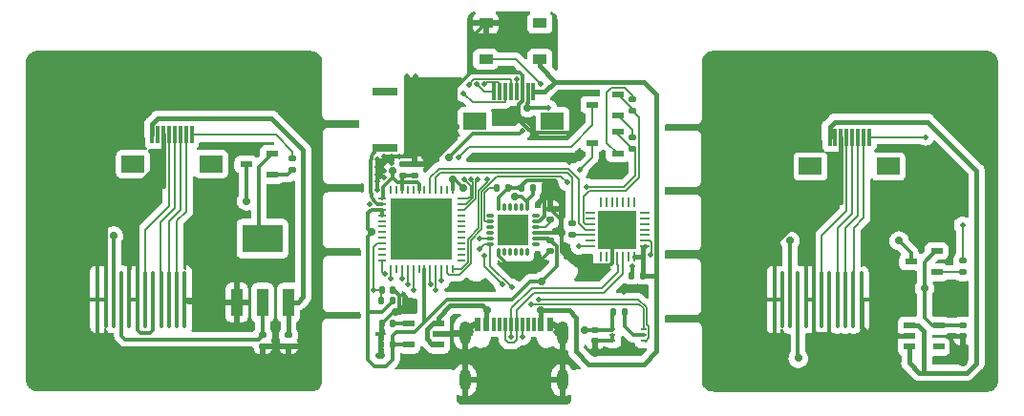
<source format=gtl>
%TF.GenerationSoftware,KiCad,Pcbnew,(6.0.11)*%
%TF.CreationDate,2023-01-29T19:30:00+08:00*%
%TF.ProjectId,UINIO-Cubic-Prism,55494e49-4f2d-4437-9562-69632d507269,Version 3.0.0*%
%TF.SameCoordinates,PX8dfe190PY501e410*%
%TF.FileFunction,Copper,L1,Top*%
%TF.FilePolarity,Positive*%
%FSLAX46Y46*%
G04 Gerber Fmt 4.6, Leading zero omitted, Abs format (unit mm)*
G04 Created by KiCad (PCBNEW (6.0.11)) date 2023-01-29 19:30:00*
%MOMM*%
%LPD*%
G01*
G04 APERTURE LIST*
G04 Aperture macros list*
%AMRoundRect*
0 Rectangle with rounded corners*
0 $1 Rounding radius*
0 $2 $3 $4 $5 $6 $7 $8 $9 X,Y pos of 4 corners*
0 Add a 4 corners polygon primitive as box body*
4,1,4,$2,$3,$4,$5,$6,$7,$8,$9,$2,$3,0*
0 Add four circle primitives for the rounded corners*
1,1,$1+$1,$2,$3*
1,1,$1+$1,$4,$5*
1,1,$1+$1,$6,$7*
1,1,$1+$1,$8,$9*
0 Add four rect primitives between the rounded corners*
20,1,$1+$1,$2,$3,$4,$5,0*
20,1,$1+$1,$4,$5,$6,$7,0*
20,1,$1+$1,$6,$7,$8,$9,0*
20,1,$1+$1,$8,$9,$2,$3,0*%
G04 Aperture macros list end*
%TA.AperFunction,SMDPad,CuDef*%
%ADD10R,1.070000X0.532000*%
%TD*%
%TA.AperFunction,SMDPad,CuDef*%
%ADD11R,1.000000X0.600000*%
%TD*%
%TA.AperFunction,SMDPad,CuDef*%
%ADD12RoundRect,0.087500X0.087500X-2.412500X0.087500X2.412500X-0.087500X2.412500X-0.087500X-2.412500X0*%
%TD*%
%TA.AperFunction,SMDPad,CuDef*%
%ADD13RoundRect,0.135000X0.185000X-0.135000X0.185000X0.135000X-0.185000X0.135000X-0.185000X-0.135000X0*%
%TD*%
%TA.AperFunction,SMDPad,CuDef*%
%ADD14R,1.200000X0.850000*%
%TD*%
%TA.AperFunction,SMDPad,CuDef*%
%ADD15RoundRect,0.140000X0.140000X0.170000X-0.140000X0.170000X-0.140000X-0.170000X0.140000X-0.170000X0*%
%TD*%
%TA.AperFunction,SMDPad,CuDef*%
%ADD16R,5.400000X5.400000*%
%TD*%
%TA.AperFunction,SMDPad,CuDef*%
%ADD17R,0.280000X0.800000*%
%TD*%
%TA.AperFunction,SMDPad,CuDef*%
%ADD18R,0.800000X0.280000*%
%TD*%
%TA.AperFunction,ComponentPad*%
%ADD19C,0.610000*%
%TD*%
%TA.AperFunction,SMDPad,CuDef*%
%ADD20O,0.280000X0.800000*%
%TD*%
%TA.AperFunction,SMDPad,CuDef*%
%ADD21O,0.800000X0.280000*%
%TD*%
%TA.AperFunction,SMDPad,CuDef*%
%ADD22R,2.700000X2.700000*%
%TD*%
%TA.AperFunction,SMDPad,CuDef*%
%ADD23RoundRect,0.140000X-0.140000X-0.170000X0.140000X-0.170000X0.140000X0.170000X-0.140000X0.170000X0*%
%TD*%
%TA.AperFunction,SMDPad,CuDef*%
%ADD24RoundRect,0.140000X-0.170000X0.140000X-0.170000X-0.140000X0.170000X-0.140000X0.170000X0.140000X0*%
%TD*%
%TA.AperFunction,SMDPad,CuDef*%
%ADD25RoundRect,0.140000X0.170000X-0.140000X0.170000X0.140000X-0.170000X0.140000X-0.170000X-0.140000X0*%
%TD*%
%TA.AperFunction,SMDPad,CuDef*%
%ADD26R,2.300000X0.800000*%
%TD*%
%TA.AperFunction,SMDPad,CuDef*%
%ADD27RoundRect,0.135000X0.135000X0.185000X-0.135000X0.185000X-0.135000X-0.185000X0.135000X-0.185000X0*%
%TD*%
%TA.AperFunction,SMDPad,CuDef*%
%ADD28R,0.550000X0.250000*%
%TD*%
%TA.AperFunction,SMDPad,CuDef*%
%ADD29R,0.300000X1.500000*%
%TD*%
%TA.AperFunction,SMDPad,CuDef*%
%ADD30R,2.000000X1.500000*%
%TD*%
%TA.AperFunction,SMDPad,CuDef*%
%ADD31R,0.980000X2.470000*%
%TD*%
%TA.AperFunction,SMDPad,CuDef*%
%ADD32R,3.600000X2.470000*%
%TD*%
%TA.AperFunction,SMDPad,CuDef*%
%ADD33RoundRect,0.135000X-0.185000X0.135000X-0.185000X-0.135000X0.185000X-0.135000X0.185000X0.135000X0*%
%TD*%
%TA.AperFunction,SMDPad,CuDef*%
%ADD34R,0.280000X0.905000*%
%TD*%
%TA.AperFunction,SMDPad,CuDef*%
%ADD35R,0.905000X0.280000*%
%TD*%
%TA.AperFunction,SMDPad,CuDef*%
%ADD36R,3.350000X3.350000*%
%TD*%
%TA.AperFunction,ComponentPad*%
%ADD37O,1.000000X2.100000*%
%TD*%
%TA.AperFunction,ComponentPad*%
%ADD38O,1.000000X1.900000*%
%TD*%
%TA.AperFunction,SMDPad,CuDef*%
%ADD39R,0.600000X1.150000*%
%TD*%
%TA.AperFunction,SMDPad,CuDef*%
%ADD40R,0.300000X1.150000*%
%TD*%
%TA.AperFunction,ViaPad*%
%ADD41C,0.500000*%
%TD*%
%TA.AperFunction,ViaPad*%
%ADD42C,0.700000*%
%TD*%
%TA.AperFunction,ViaPad*%
%ADD43C,0.900000*%
%TD*%
%TA.AperFunction,Conductor*%
%ADD44C,0.300000*%
%TD*%
%TA.AperFunction,Conductor*%
%ADD45C,0.400000*%
%TD*%
%TA.AperFunction,Conductor*%
%ADD46C,0.500000*%
%TD*%
%TA.AperFunction,Conductor*%
%ADD47C,0.200000*%
%TD*%
%TA.AperFunction,Conductor*%
%ADD48C,0.130000*%
%TD*%
G04 APERTURE END LIST*
D10*
%TO.P,VT2,1,B*%
%TO.N,Net-(R6-Pad2)*%
X9376019Y-13134261D03*
%TO.P,VT2,2,E*%
%TO.N,/DTR*%
X9376019Y-11234261D03*
%TO.P,VT2,3,C*%
%TO.N,/GPIO0*%
X7106019Y-12184261D03*
%TD*%
D11*
%TO.P,U7,1,Vin*%
%TO.N,/VDD_5V*%
X-6528481Y-30074261D03*
%TO.P,U7,2,Vss*%
%TO.N,GND*%
X-6528481Y-29124261D03*
%TO.P,U7,3,CE*%
%TO.N,/VDD_5V*%
X-6528481Y-28174261D03*
%TO.P,U7,4,NC*%
%TO.N,Net-(C9-Pad2)*%
X-9128481Y-28174261D03*
%TO.P,U7,5,Vout*%
%TO.N,/VDD_3.3V*%
X-9128481Y-30074261D03*
%TD*%
D12*
%TO.P,U6,1,GND*%
%TO.N,GND*%
X23251519Y-26102215D03*
%TO.P,U6,2,LEDK*%
X23951519Y-26102215D03*
%TO.P,U6,3,LEDA*%
%TO.N,/LCD_BL_VCC*%
X24651519Y-26102215D03*
%TO.P,U6,4,VDD*%
%TO.N,/VDD_3.3V*%
X25351519Y-26102215D03*
%TO.P,U6,5,GND*%
%TO.N,GND*%
X26051519Y-26102215D03*
%TO.P,U6,6,GND*%
X26751519Y-26102215D03*
%TO.P,U6,7,D/C*%
%TO.N,/DC*%
X27451519Y-26102215D03*
%TO.P,U6,8,CS*%
%TO.N,GND*%
X28151519Y-26102215D03*
%TO.P,U6,9,SCL*%
%TO.N,/GPIO18*%
X28851519Y-26102215D03*
%TO.P,U6,10,SDA*%
%TO.N,/GPIO23*%
X29551519Y-26102215D03*
%TO.P,U6,11,RES*%
%TO.N,/GPIO4*%
X30251519Y-26102215D03*
%TO.P,U6,12,GND*%
%TO.N,GND*%
X30951519Y-26102215D03*
%TD*%
D13*
%TO.P,R6,1,1*%
%TO.N,/RTS*%
X10661019Y-9344261D03*
%TO.P,R6,2,2*%
%TO.N,Net-(R6-Pad2)*%
X10661019Y-8324261D03*
%TD*%
D11*
%TO.P,U10,1,Vin*%
%TO.N,/VDD_5V*%
X35214519Y-28387215D03*
%TO.P,U10,2,Vss*%
%TO.N,GND*%
X35214519Y-29337215D03*
%TO.P,U10,3,CE*%
%TO.N,/VDD_5V*%
X35214519Y-30287215D03*
%TO.P,U10,4,NC*%
%TO.N,unconnected-(U10-Pad4)*%
X37814519Y-30287215D03*
%TO.P,U10,5,Vout*%
%TO.N,/VDD_3.3V*%
X37814519Y-28387215D03*
%TD*%
D14*
%TO.P,U11,1,VCC*%
%TO.N,/VDD_5V*%
X2476519Y-4767215D03*
%TO.P,U11,2,DOUT*%
%TO.N,unconnected-(U11-Pad2)*%
X2476519Y-1567215D03*
%TO.P,U11,3,GND*%
%TO.N,GND*%
X-2323481Y-1567215D03*
%TO.P,U11,4,DIN*%
%TO.N,/GPIO27*%
X-2323481Y-4767215D03*
%TD*%
D15*
%TO.P,C6,1,1*%
%TO.N,/VDD_3.3V*%
X1836519Y-16177215D03*
%TO.P,C6,2,2*%
%TO.N,GND*%
X876519Y-16177215D03*
%TD*%
D16*
%TO.P,U5,49,GND*%
%TO.N,GND*%
X-7998481Y-19864261D03*
D17*
%TO.P,U5,48,CAP1_NC*%
%TO.N,unconnected-(U5-Pad48)*%
X-10748481Y-16364261D03*
%TO.P,U5,47,CAP2_NC*%
%TO.N,unconnected-(U5-Pad47)*%
X-10248481Y-16364261D03*
%TO.P,U5,46,VDDA*%
%TO.N,/VDD_3.3V*%
X-9748481Y-16364261D03*
%TO.P,U5,45,XTAL_P_NC*%
%TO.N,unconnected-(U5-Pad45)*%
X-9248481Y-16364261D03*
%TO.P,U5,44,XTAL_N_NC*%
%TO.N,unconnected-(U5-Pad44)*%
X-8748481Y-16364261D03*
%TO.P,U5,43,VDDA*%
%TO.N,/VDD_3.3V*%
X-8248481Y-16364261D03*
%TO.P,U5,42,GPIO21*%
%TO.N,/GPIO21*%
X-7748481Y-16364261D03*
%TO.P,U5,41,U0TXD*%
%TO.N,/CP_Rx*%
X-7248481Y-16364261D03*
%TO.P,U5,40,U0RXD*%
%TO.N,/CP_Tx*%
X-6748481Y-16364261D03*
%TO.P,U5,39,GPIO22*%
%TO.N,/GPIO22*%
X-6248481Y-16364261D03*
%TO.P,U5,38,GPIO19*%
%TO.N,/GPIO19*%
X-5748481Y-16364261D03*
%TO.P,U5,37,VDD3P3_CPU*%
%TO.N,/VDD_3.3V*%
X-5248481Y-16364261D03*
D18*
%TO.P,U5,36,GPIO23*%
%TO.N,/GPIO23*%
X-4498481Y-17114261D03*
%TO.P,U5,35,GPIO18*%
%TO.N,/GPIO18*%
X-4498481Y-17614261D03*
%TO.P,U5,34,GPIO5*%
%TO.N,/GPIO5*%
X-4498481Y-18114261D03*
%TO.P,U5,33,SD_DATA_1(FLASH_SD1)*%
%TO.N,/FLASH_SD1*%
X-4498481Y-18614261D03*
%TO.P,U5,32,SD_DATA_0(FLASH_SD3)*%
%TO.N,/FLASH_SD3*%
X-4498481Y-19114261D03*
%TO.P,U5,31,SD_CLK(FLASH_CLK)*%
%TO.N,/FLASH_CLK*%
X-4498481Y-19614261D03*
%TO.P,U5,30,SD_CMD(FLASH_SD2)*%
%TO.N,/FLASH_SD2*%
X-4498481Y-20114261D03*
%TO.P,U5,29,SD_DATA_3/IO10*%
%TO.N,/GPIO10*%
X-4498481Y-20614261D03*
%TO.P,U5,28,SD_DATA_2/IO9*%
%TO.N,/GPIO9*%
X-4498481Y-21114261D03*
%TO.P,U5,27,IO17(FLASH_SD0)*%
%TO.N,/FLASH_SD0*%
X-4498481Y-21614261D03*
%TO.P,U5,26,VDD_SDIO_NC*%
%TO.N,unconnected-(U5-Pad26)*%
X-4498481Y-22114261D03*
%TO.P,U5,25,IO16(FLASH_CS)*%
%TO.N,/FLASH_CS*%
X-4498481Y-22614261D03*
D17*
%TO.P,U5,24,GPIO4*%
%TO.N,/GPIO4*%
X-5248481Y-23364261D03*
%TO.P,U5,23,GPIO0*%
%TO.N,/GPIO0*%
X-5748481Y-23364261D03*
%TO.P,U5,22,GPIO2*%
%TO.N,/DC*%
X-6248481Y-23364261D03*
%TO.P,U5,21,MTDO*%
%TO.N,/GPIO15*%
X-6748481Y-23364261D03*
%TO.P,U5,20,MTCK*%
%TO.N,/GPIO13*%
X-7248481Y-23364261D03*
%TO.P,U5,19,VDD3P3_RTC*%
%TO.N,/VDD_3.3V*%
X-7748481Y-23364261D03*
%TO.P,U5,18,MTDI*%
%TO.N,/GPIO12*%
X-8248481Y-23364261D03*
%TO.P,U5,17,MTMS*%
%TO.N,/GPIO14*%
X-8748481Y-23364261D03*
%TO.P,U5,16,GPIO27*%
%TO.N,/GPIO27*%
X-9248481Y-23364261D03*
%TO.P,U5,15,GPIO26*%
%TO.N,/GPIO26*%
X-9748481Y-23364261D03*
%TO.P,U5,14,GPIO25*%
%TO.N,/GPIO25*%
X-10248481Y-23364261D03*
%TO.P,U5,13,32K_XN*%
%TO.N,/BH_SCL*%
X-10748481Y-23364261D03*
D18*
%TO.P,U5,12,32K_XP*%
%TO.N,/BH_SDA*%
X-11498481Y-22614261D03*
%TO.P,U5,11,VDET_2*%
%TO.N,/GPIO35*%
X-11498481Y-22114261D03*
%TO.P,U5,10,VDET_1*%
%TO.N,/GPIO34*%
X-11498481Y-21614261D03*
%TO.P,U5,9,CHIP_PU*%
%TO.N,/EN*%
X-11498481Y-21114261D03*
%TO.P,U5,8,SENSOR_VN*%
%TO.N,/SENSOR_VN*%
X-11498481Y-20614261D03*
%TO.P,U5,7,SENSOR_CAPN*%
%TO.N,/GPIO38*%
X-11498481Y-20114261D03*
%TO.P,U5,6,SENSOR_CAPP*%
%TO.N,/GPIO37*%
X-11498481Y-19614261D03*
%TO.P,U5,5,SENSOR_VP*%
%TO.N,/SENSOR_VP*%
X-11498481Y-19114261D03*
%TO.P,U5,4,VDD3P3*%
%TO.N,/VDD_3.3V*%
X-11498481Y-18614261D03*
%TO.P,U5,3,VDD3P3*%
X-11498481Y-18114261D03*
%TO.P,U5,2,LNA_IN*%
%TO.N,Net-(U4-Pad1)*%
X-11498481Y-17614261D03*
%TO.P,U5,1,VDDA*%
%TO.N,/VDD_3.3V*%
X-11498481Y-17114261D03*
D19*
%TO.P,U5,*%
%TO.N,GND*%
X-8998481Y-18864261D03*
X-7998481Y-19864261D03*
X-6998481Y-18864261D03*
X-7998481Y-18864261D03*
X-8998481Y-19864261D03*
X-6998481Y-19864261D03*
X-6998481Y-20864261D03*
X-7998481Y-20864261D03*
X-8998481Y-20864261D03*
%TD*%
D20*
%TO.P,U8,1,CLKIN*%
%TO.N,GND*%
X-1158481Y-21897261D03*
%TO.P,U8,2,NC*%
%TO.N,unconnected-(U8-Pad2)*%
X-658481Y-21897261D03*
%TO.P,U8,3,NC*%
%TO.N,unconnected-(U8-Pad3)*%
X-158481Y-21897261D03*
%TO.P,U8,4,NC*%
%TO.N,unconnected-(U8-Pad4)*%
X341519Y-21897261D03*
%TO.P,U8,5,NC*%
%TO.N,unconnected-(U8-Pad5)*%
X841519Y-21897261D03*
%TO.P,U8,6,A_DA*%
%TO.N,unconnected-(U8-Pad6)*%
X1341519Y-21897261D03*
D21*
%TO.P,U8,7,A_CL*%
%TO.N,unconnected-(U8-Pad7)*%
X2091519Y-21147261D03*
%TO.P,U8,8,VLogic*%
%TO.N,/VDD_3.3V*%
X2091519Y-20647261D03*
%TO.P,U8,9,AD0*%
%TO.N,GND*%
X2091519Y-20147261D03*
%TO.P,U8,10,REGOUT*%
%TO.N,Net-(C7-Pad1)*%
X2091519Y-19647261D03*
%TO.P,U8,11,FSYNC*%
%TO.N,GND*%
X2091519Y-19147261D03*
%TO.P,U8,12,INT*%
%TO.N,unconnected-(U8-Pad12)*%
X2091519Y-18647261D03*
D20*
%TO.P,U8,13,VDD*%
%TO.N,/VDD_3.3V*%
X1341519Y-17897261D03*
%TO.P,U8,14,NC*%
%TO.N,unconnected-(U8-Pad14)*%
X841519Y-17897261D03*
%TO.P,U8,15,NC*%
%TO.N,unconnected-(U8-Pad15)*%
X341519Y-17897261D03*
%TO.P,U8,16,NC*%
%TO.N,unconnected-(U8-Pad16)*%
X-158481Y-17897261D03*
%TO.P,U8,17,NC*%
%TO.N,unconnected-(U8-Pad17)*%
X-658481Y-17897261D03*
%TO.P,U8,18,GND*%
%TO.N,GND*%
X-1150481Y-17897261D03*
D21*
%TO.P,U8,19,RESV*%
%TO.N,unconnected-(U8-Pad19)*%
X-1908481Y-18647261D03*
%TO.P,U8,20,CPOUT*%
%TO.N,Net-(C11-Pad2)*%
X-1908481Y-19147261D03*
%TO.P,U8,21,RESV*%
%TO.N,unconnected-(U8-Pad21)*%
X-1908481Y-19647261D03*
%TO.P,U8,22,CLKOUT*%
%TO.N,unconnected-(U8-Pad22)*%
X-1908481Y-20147261D03*
%TO.P,U8,23,SCL*%
%TO.N,/BH_SCL*%
X-1908481Y-20647261D03*
%TO.P,U8,24,SDA*%
%TO.N,/BH_SDA*%
X-1908481Y-21147261D03*
D22*
%TO.P,U8,25*%
%TO.N,unconnected-(U8-Pad25)*%
X103519Y-19897261D03*
%TD*%
D23*
%TO.P,C9,1,1*%
%TO.N,GND*%
X-11538481Y-28174261D03*
%TO.P,C9,2,2*%
%TO.N,Net-(C9-Pad2)*%
X-10578481Y-28174261D03*
%TD*%
D24*
%TO.P,C4,1,1*%
%TO.N,GND*%
X-9653481Y-14097215D03*
%TO.P,C4,2,2*%
%TO.N,/VDD_3.3V*%
X-9653481Y-15057215D03*
%TD*%
%TO.P,C1,1*%
%TO.N,/VDD_3.3V*%
X7371519Y-28784261D03*
%TO.P,C1,2*%
%TO.N,GND*%
X7371519Y-29744261D03*
%TD*%
%TO.P,C2,1,1*%
%TO.N,GND*%
X-8623481Y-14097215D03*
%TO.P,C2,2,2*%
%TO.N,/VDD_3.3V*%
X-8623481Y-15057215D03*
%TD*%
D25*
%TO.P,C5,1,1*%
%TO.N,GND*%
X39936519Y-29347215D03*
%TO.P,C5,2,2*%
%TO.N,/VDD_3.3V*%
X39936519Y-28387215D03*
%TD*%
D15*
%TO.P,C11,1,1*%
%TO.N,GND*%
X-348481Y-16197215D03*
%TO.P,C11,2,2*%
%TO.N,Net-(C11-Pad2)*%
X-1308481Y-16197215D03*
%TD*%
D13*
%TO.P,R10,1,1*%
%TO.N,Net-(Q1-Pad1)*%
X39956519Y-23677215D03*
%TO.P,R10,2,2*%
%TO.N,/GPIO5*%
X39956519Y-22657215D03*
%TD*%
D26*
%TO.P,U4,1,ANT*%
%TO.N,Net-(U4-Pad1)*%
X-11250000Y-12620000D03*
%TO.P,U4,2,2*%
%TO.N,unconnected-(U4-Pad2)*%
X-11250000Y-7620000D03*
%TD*%
D27*
%TO.P,R8,1*%
%TO.N,Net-(R8-Pad1)*%
X10017519Y-27236261D03*
%TO.P,R8,2*%
%TO.N,/VDD_3.3V*%
X8997519Y-27236261D03*
%TD*%
D28*
%TO.P,U2,1,VCC*%
%TO.N,/VDD_3.3V*%
X8911519Y-28747215D03*
%TO.P,U2,2,ADDR*%
%TO.N,GND*%
X8911519Y-29247215D03*
%TO.P,U2,3,GND*%
X8911519Y-29747215D03*
%TO.P,U2,4,SDA*%
%TO.N,/BH_SDA*%
X11661519Y-29747215D03*
%TO.P,U2,5,DVI*%
%TO.N,Net-(R8-Pad1)*%
X11661519Y-29247215D03*
%TO.P,U2,6,SCL*%
%TO.N,/BH_SCL*%
X11661519Y-28747215D03*
%TD*%
D24*
%TO.P,C12,1*%
%TO.N,/VDD_5V*%
X-19803481Y-29247215D03*
%TO.P,C12,2*%
%TO.N,GND*%
X-19803481Y-30207215D03*
%TD*%
D10*
%TO.P,Q2,1,G*%
%TO.N,Net-(Q2-Pad1)*%
X-21278481Y-15047215D03*
%TO.P,Q2,2,S*%
%TO.N,/VDD_3.3V*%
X-21278481Y-13147215D03*
%TO.P,Q2,3,D*%
%TO.N,/LCD_BL_VCC*%
X-23548481Y-14097215D03*
%TD*%
%TO.P,VT1,1,B*%
%TO.N,Net-(R5-Pad2)*%
X9376019Y-9764261D03*
%TO.P,VT1,2,E*%
%TO.N,/RTS*%
X9376019Y-7864261D03*
%TO.P,VT1,3,C*%
%TO.N,/EN*%
X7106019Y-8814261D03*
%TD*%
D25*
%TO.P,C7,1,1*%
%TO.N,Net-(C7-Pad1)*%
X3376519Y-18995215D03*
%TO.P,C7,2,2*%
%TO.N,GND*%
X3376519Y-18035215D03*
%TD*%
D27*
%TO.P,R7,1,1*%
%TO.N,/VDD_5V*%
X11645019Y-23944261D03*
%TO.P,R7,2,2*%
%TO.N,Net-(R7-Pad2)*%
X10625019Y-23944261D03*
%TD*%
D12*
%TO.P,U14,1,GND*%
%TO.N,GND*%
X-36708481Y-26072215D03*
%TO.P,U14,2,LEDK*%
X-36008481Y-26072215D03*
%TO.P,U14,3,LEDA*%
%TO.N,/LCD_BL_VCC*%
X-35308481Y-26072215D03*
%TO.P,U14,4,VDD*%
%TO.N,/VDD_3.3V*%
X-34608481Y-26072215D03*
%TO.P,U14,5,GND*%
%TO.N,GND*%
X-33908481Y-26072215D03*
%TO.P,U14,6,GND*%
X-33208481Y-26072215D03*
%TO.P,U14,7,D/C*%
%TO.N,/DC*%
X-32508481Y-26072215D03*
%TO.P,U14,8,CS*%
%TO.N,GND*%
X-31808481Y-26072215D03*
%TO.P,U14,9,SCL*%
%TO.N,/GPIO18*%
X-31108481Y-26072215D03*
%TO.P,U14,10,SDA*%
%TO.N,/GPIO23*%
X-30408481Y-26072215D03*
%TO.P,U14,11,RES*%
%TO.N,/GPIO4*%
X-29708481Y-26072215D03*
%TO.P,U14,12,GND*%
%TO.N,GND*%
X-29008481Y-26072215D03*
%TD*%
D10*
%TO.P,Q1,1,G*%
%TO.N,Net-(Q1-Pad1)*%
X37649519Y-23683215D03*
%TO.P,Q1,2,S*%
%TO.N,/VDD_3.3V*%
X37649519Y-21783215D03*
%TO.P,Q1,3,D*%
%TO.N,/LCD_BL_VCC*%
X35379519Y-22733215D03*
%TD*%
D24*
%TO.P,C13,1*%
%TO.N,/VDD_3.3V*%
X-22083481Y-29247215D03*
%TO.P,C13,2*%
%TO.N,GND*%
X-22083481Y-30207215D03*
%TD*%
D29*
%TO.P,U9,1,1*%
%TO.N,/GPIO5*%
X-1598481Y-7674261D03*
%TO.P,U9,2,2*%
%TO.N,/GPIO4*%
X-1098481Y-7674261D03*
%TO.P,U9,3,3*%
%TO.N,/GPIO23*%
X-598481Y-7674261D03*
%TO.P,U9,4,4*%
%TO.N,/GPIO18*%
X-98481Y-7674261D03*
%TO.P,U9,5,5*%
%TO.N,/DC*%
X401519Y-7674261D03*
%TO.P,U9,6,6*%
%TO.N,GND*%
X901519Y-7674261D03*
%TO.P,U9,7,7*%
%TO.N,/VDD_3.3V*%
X1401519Y-7674261D03*
%TO.P,U9,8,8*%
%TO.N,/VDD_5V*%
X1901519Y-7674261D03*
D30*
%TO.P,U9,9,9*%
%TO.N,unconnected-(U9-Pad9)*%
X3601519Y-10274261D03*
%TO.P,U9,10,10*%
%TO.N,unconnected-(U9-Pad10)*%
X-3298481Y-10274261D03*
%TD*%
D13*
%TO.P,R12,1,1*%
%TO.N,Net-(Q2-Pad1)*%
X-19433481Y-14617215D03*
%TO.P,R12,2,2*%
%TO.N,/GPIO5*%
X-19433481Y-13597215D03*
%TD*%
D25*
%TO.P,C8,1,1*%
%TO.N,GND*%
X3386519Y-21789215D03*
%TO.P,C8,2,2*%
%TO.N,/VDD_3.3V*%
X3386519Y-20829215D03*
%TD*%
D23*
%TO.P,C10,1,1*%
%TO.N,GND*%
X-11558481Y-30074261D03*
%TO.P,C10,2,2*%
%TO.N,/VDD_3.3V*%
X-10598481Y-30074261D03*
%TD*%
D31*
%TO.P,U13,1,GND*%
%TO.N,GND*%
X-24403481Y-26352215D03*
%TO.P,U13,2,Vout*%
%TO.N,/VDD_3.3V*%
X-22103481Y-26352215D03*
%TO.P,U13,3,Vin*%
%TO.N,/VDD_5V*%
X-19803481Y-26352215D03*
D32*
%TO.P,U13,4,Vout*%
%TO.N,/VDD_3.3V*%
X-22103481Y-20682215D03*
%TD*%
D33*
%TO.P,R9,1,1*%
%TO.N,/CP_Tx*%
X5370000Y-19360000D03*
%TO.P,R9,2,2*%
%TO.N,Net-(R9-Pad2)*%
X5370000Y-20380000D03*
%TD*%
D34*
%TO.P,U1,1,DCD*%
%TO.N,unconnected-(U1-Pad1)*%
X7857019Y-22257261D03*
%TO.P,U1,2,RI*%
%TO.N,unconnected-(U1-Pad2)*%
X8357019Y-22257261D03*
%TO.P,U1,3,GND*%
%TO.N,GND*%
X8857019Y-22257261D03*
%TO.P,U1,4,D+*%
%TO.N,/USB_Data_P*%
X9357019Y-22257261D03*
%TO.P,U1,5,D-*%
%TO.N,/USB_Data_N*%
X9857019Y-22257261D03*
%TO.P,U1,6,VDD*%
%TO.N,unconnected-(U1-Pad6)*%
X10357019Y-22257261D03*
%TO.P,U1,7,REGIN*%
%TO.N,/VDD_5V*%
X10857019Y-22257261D03*
D35*
%TO.P,U1,8,VBUS*%
X11734019Y-21380261D03*
%TO.P,U1,9,\u002ARST*%
%TO.N,Net-(R7-Pad2)*%
X11734019Y-20880261D03*
%TO.P,U1,10,NC*%
%TO.N,unconnected-(U1-Pad10)*%
X11734019Y-20380261D03*
%TO.P,U1,11,\u002ASUSPEND*%
%TO.N,unconnected-(U1-Pad11)*%
X11734019Y-19880261D03*
%TO.P,U1,12,SUSPEND*%
%TO.N,unconnected-(U1-Pad12)*%
X11734019Y-19380261D03*
%TO.P,U1,13,NC*%
%TO.N,unconnected-(U1-Pad13)*%
X11734019Y-18880261D03*
%TO.P,U1,14,NC*%
%TO.N,unconnected-(U1-Pad14)*%
X11734019Y-18380261D03*
D34*
%TO.P,U1,15,NC*%
%TO.N,unconnected-(U1-Pad15)*%
X10857019Y-17503261D03*
%TO.P,U1,16,NC*%
%TO.N,unconnected-(U1-Pad16)*%
X10357019Y-17503261D03*
%TO.P,U1,17,NC*%
%TO.N,unconnected-(U1-Pad17)*%
X9857019Y-17503261D03*
%TO.P,U1,18,NC*%
%TO.N,unconnected-(U1-Pad18)*%
X9357019Y-17503261D03*
%TO.P,U1,19,NC*%
%TO.N,unconnected-(U1-Pad19)*%
X8857019Y-17503261D03*
%TO.P,U1,20,NC*%
%TO.N,unconnected-(U1-Pad20)*%
X8357019Y-17503261D03*
%TO.P,U1,21,NC*%
%TO.N,unconnected-(U1-Pad21)*%
X7857019Y-17503261D03*
D35*
%TO.P,U1,22,NC*%
%TO.N,unconnected-(U1-Pad22)*%
X6980019Y-18380261D03*
%TO.P,U1,23,CTS*%
%TO.N,unconnected-(U1-Pad23)*%
X6980019Y-18880261D03*
%TO.P,U1,24,RTS*%
%TO.N,/RTS*%
X6980019Y-19380261D03*
%TO.P,U1,25,RXD*%
%TO.N,/CP_Rx*%
X6980019Y-19880261D03*
%TO.P,U1,26,TXD*%
%TO.N,Net-(R9-Pad2)*%
X6980019Y-20380261D03*
%TO.P,U1,27,DSR*%
%TO.N,unconnected-(U1-Pad27)*%
X6980019Y-20880261D03*
%TO.P,U1,28,DTR*%
%TO.N,/DTR*%
X6980019Y-21380261D03*
D36*
%TO.P,U1,29,HEAT_TAB*%
%TO.N,GND*%
X9357019Y-19880261D03*
%TD*%
D29*
%TO.P,U3,1,1*%
%TO.N,/VDD_5V*%
X28156519Y-11678715D03*
%TO.P,U3,2,2*%
%TO.N,unconnected-(U3-Pad2)*%
X28656519Y-11678715D03*
%TO.P,U3,3,3*%
%TO.N,GND*%
X29156519Y-11678715D03*
%TO.P,U3,4,4*%
%TO.N,/DC*%
X29656519Y-11678715D03*
%TO.P,U3,5,5*%
%TO.N,/GPIO18*%
X30156519Y-11678715D03*
%TO.P,U3,6,6*%
%TO.N,/GPIO23*%
X30656519Y-11678715D03*
%TO.P,U3,7,7*%
%TO.N,/GPIO4*%
X31156519Y-11678715D03*
%TO.P,U3,8,8*%
%TO.N,/GPIO5*%
X31656519Y-11678715D03*
D30*
%TO.P,U3,9,9*%
%TO.N,unconnected-(U3-Pad9)*%
X33356519Y-14278715D03*
%TO.P,U3,10,10*%
%TO.N,unconnected-(U3-Pad10)*%
X26456519Y-14278715D03*
%TD*%
D27*
%TO.P,R11,1,1*%
%TO.N,/VDD_3.3V*%
X-10548481Y-26204261D03*
%TO.P,R11,2,2*%
%TO.N,/EN*%
X-11568481Y-26204261D03*
%TD*%
D29*
%TO.P,U12,1,1*%
%TO.N,/VDD_5V*%
X-31883481Y-11477215D03*
%TO.P,U12,2,2*%
%TO.N,unconnected-(U12-Pad2)*%
X-31383481Y-11477215D03*
%TO.P,U12,3,3*%
%TO.N,GND*%
X-30883481Y-11477215D03*
%TO.P,U12,4,4*%
%TO.N,/DC*%
X-30383481Y-11477215D03*
%TO.P,U12,5,5*%
%TO.N,/GPIO18*%
X-29883481Y-11477215D03*
%TO.P,U12,6,6*%
%TO.N,/GPIO23*%
X-29383481Y-11477215D03*
%TO.P,U12,7,7*%
%TO.N,/GPIO4*%
X-28883481Y-11477215D03*
%TO.P,U12,8,8*%
%TO.N,/GPIO5*%
X-28383481Y-11477215D03*
D30*
%TO.P,U12,9,9*%
%TO.N,unconnected-(U12-Pad9)*%
X-26683481Y-14077215D03*
%TO.P,U12,10,10*%
%TO.N,unconnected-(U12-Pad10)*%
X-33583481Y-14077215D03*
%TD*%
D15*
%TO.P,C3,1,1*%
%TO.N,GND*%
X-10578481Y-25214261D03*
%TO.P,C3,2,2*%
%TO.N,/EN*%
X-11538481Y-25214261D03*
%TD*%
D13*
%TO.P,R5,1,1*%
%TO.N,/DTR*%
X10661019Y-12714261D03*
%TO.P,R5,2,2*%
%TO.N,Net-(R5-Pad2)*%
X10661019Y-11694261D03*
%TD*%
D37*
%TO.P,USB1,13,GND*%
%TO.N,GND*%
X-4165000Y-29051000D03*
%TO.P,USB1,14,GND*%
X4485000Y-29051000D03*
D38*
%TO.P,USB1,15,GND*%
X-4165000Y-33251000D03*
%TO.P,USB1,16,GND*%
X4485000Y-33251000D03*
D39*
%TO.P,USB1,A1B12,GND*%
X-3040000Y-28289000D03*
%TO.P,USB1,A4B9,VBUS*%
%TO.N,/VDD_5V*%
X-2240000Y-28289000D03*
D40*
%TO.P,USB1,A5,CC1*%
%TO.N,unconnected-(USB1-PadA5)*%
X-1090000Y-28289000D03*
%TO.P,USB1,A6,DP1*%
%TO.N,/USB_Data_P*%
X-90000Y-28289000D03*
%TO.P,USB1,A7,DN1*%
%TO.N,/USB_Data_N*%
X410000Y-28289000D03*
%TO.P,USB1,A8,SBU1*%
%TO.N,unconnected-(USB1-PadA8)*%
X1410000Y-28289000D03*
D39*
%TO.P,USB1,B1A12,GND*%
%TO.N,GND*%
X3360000Y-28289000D03*
%TO.P,USB1,B4A9,VBUS*%
%TO.N,/VDD_5V*%
X2560000Y-28289000D03*
D40*
%TO.P,USB1,B5,CC2*%
%TO.N,unconnected-(USB1-PadB5)*%
X1910000Y-28289000D03*
%TO.P,USB1,B6,DP2*%
%TO.N,/USB_Data_P*%
X910000Y-28289000D03*
%TO.P,USB1,B7,DN2*%
%TO.N,/USB_Data_N*%
X-590000Y-28289000D03*
%TO.P,USB1,B8,SBU2*%
%TO.N,unconnected-(USB1-PadB8)*%
X-1590000Y-28289000D03*
%TD*%
D41*
%TO.N,GND*%
X-8570000Y-11900000D03*
X-11910000Y-13680000D03*
X-9283481Y-6297215D03*
D42*
X-4963481Y-10757215D03*
X4436519Y-20167215D03*
D41*
X-9960000Y-13370000D03*
X-4150000Y-24560000D03*
X-11300000Y-14630000D03*
X-12640000Y-17620000D03*
X-8570000Y-10500000D03*
X-9283481Y-12597215D03*
X-8576519Y-13312785D03*
D43*
X39950000Y-25920000D03*
D42*
X3741019Y-15648761D03*
D41*
X-9283481Y-8397215D03*
X-9283481Y-6997215D03*
X9910000Y-25400000D03*
X-8570000Y-8400000D03*
X-8570000Y-7000000D03*
X-11300000Y-13390000D03*
X-8570000Y-6300000D03*
X-9283481Y-11897215D03*
X-10630000Y-13390000D03*
X-8570000Y-12600000D03*
D42*
X996519Y-23757215D03*
D41*
X110000Y-2340000D03*
X-11960000Y-14330000D03*
X-11300000Y-15280000D03*
D43*
X32782785Y-29337215D03*
D41*
X-9283481Y-7697215D03*
X-8570000Y-9100000D03*
X-9290000Y-13310000D03*
D43*
X7400000Y-30730000D03*
X39950000Y-31590000D03*
D41*
X-8570000Y-9800000D03*
X9150000Y-14780000D03*
X-11300000Y-14010000D03*
X-11960995Y-14970000D03*
X5090000Y-13910000D03*
X-11960000Y-15630000D03*
X-11960000Y-16320000D03*
X-9283481Y-11197215D03*
X-10630000Y-14010000D03*
X-8570000Y-7700000D03*
X-9283481Y-9097215D03*
X-9283481Y-9797215D03*
D42*
X-10343481Y-27187215D03*
D41*
X-9283481Y-10497215D03*
D42*
X6128519Y-10387215D03*
D41*
X-8570000Y-11200000D03*
%TO.N,/EN*%
X-4773481Y-13477215D03*
X-12248981Y-25214261D03*
D42*
%TO.N,/VDD_3.3V*%
X-12443481Y-20117215D03*
X36560000Y-25080000D03*
X-10568518Y-14706796D03*
X1400000Y-9070000D03*
X2606519Y-24467215D03*
X25370000Y-31300000D03*
D41*
X3200000Y-9080000D03*
X906519Y-11147215D03*
D42*
X-5248481Y-15414261D03*
X6480000Y-28770000D03*
X-5623481Y-13487215D03*
X286519Y-16991215D03*
X-4285481Y-16229215D03*
D41*
%TO.N,/GPIO15*%
X-6738481Y-25274261D03*
%TO.N,/GPIO13*%
X-7233617Y-24714261D03*
%TO.N,/GPIO14*%
X-8733481Y-25227215D03*
%TO.N,/GPIO26*%
X-9748481Y-24207215D03*
%TO.N,/GPIO27*%
X2581519Y-7000000D03*
X-9253481Y-24707215D03*
D42*
%TO.N,/LCD_BL_VCC*%
X34316519Y-20887215D03*
X24646519Y-20887215D03*
X-23543481Y-17337215D03*
X-35313481Y-20447215D03*
D41*
%TO.N,/DTR*%
X5956519Y-21377215D03*
X6596519Y-16067215D03*
D42*
%TO.N,/VDD_5V*%
X2570000Y-27060000D03*
X-2220000Y-27070000D03*
D41*
%TO.N,Net-(R7-Pad2)*%
X10676519Y-23147215D03*
X12256519Y-22107215D03*
%TO.N,/GPIO5*%
X39926519Y-19497215D03*
X36646519Y-11667215D03*
X-3039064Y-15434101D03*
X-3148481Y-7004261D03*
%TO.N,/DC*%
X411519Y-6564261D03*
X-6248481Y-24424261D03*
%TO.N,/GPIO18*%
X-3638481Y-15444261D03*
X-3823481Y-7007215D03*
%TO.N,/GPIO23*%
X-4273481Y-7807215D03*
X-4258481Y-15454261D03*
%TO.N,/GPIO4*%
X-2428481Y-7004261D03*
X-2194212Y-15418530D03*
%TO.N,/BH_SDA*%
X-11283481Y-23827215D03*
X-2910000Y-21568267D03*
X2341519Y-26094261D03*
X3096Y-25016904D03*
%TO.N,/BH_SCL*%
X-850000Y-24750000D03*
X1710000Y-26510000D03*
X-10743481Y-24207215D03*
X-2908481Y-20674261D03*
X-2470000Y-22240000D03*
%TO.N,/GPIO0*%
X4901519Y-15704261D03*
X6026519Y-14577215D03*
%TO.N,/USB_Data_P*%
X920000Y-29390000D03*
X-80000Y-29390000D03*
%TD*%
D44*
%TO.N,GND*%
X5682520Y-23087215D02*
X8619565Y-23087215D01*
X-9290000Y-13310000D02*
X-9290000Y-6303734D01*
X-11960000Y-13730000D02*
X-11910000Y-13680000D01*
X901519Y-7674261D02*
X901519Y-8468481D01*
X-1150481Y-17897261D02*
X-1150481Y-16999215D01*
X-33913481Y-18227215D02*
X-33913481Y-26067215D01*
X-36723481Y-19467215D02*
X-36723481Y-26057215D01*
X3346519Y-16043261D02*
X3741019Y-15648761D01*
X26751519Y-19852215D02*
X26751519Y-26102215D01*
X-24403481Y-26352215D02*
X-28728481Y-26352215D01*
D45*
X-30883481Y-12487215D02*
X-30883481Y-14397215D01*
D44*
X4436519Y-20167215D02*
X4440000Y-20170696D01*
X2403062Y-19147261D02*
X2846519Y-18703804D01*
X-31808481Y-26072215D02*
X-31808481Y-28826215D01*
X4440000Y-21844695D02*
X5682520Y-23087215D01*
X649304Y-5970000D02*
X-3520696Y-5970000D01*
D45*
X29156519Y-11678715D02*
X29156519Y-14887215D01*
D46*
X-3403000Y-28289000D02*
X-4165000Y-29051000D01*
D44*
X2846519Y-16543261D02*
X3741019Y-15648761D01*
D45*
X39950000Y-31590000D02*
X39950000Y-29360696D01*
D44*
X8619565Y-23087215D02*
X8857019Y-22849761D01*
X-10343481Y-27187215D02*
X-10483481Y-27187215D01*
X-4963481Y-11907215D02*
X-7153481Y-14097215D01*
X-30883481Y-13627215D02*
X-36723481Y-19467215D01*
X901519Y-7674261D02*
X911519Y-7664261D01*
X-33223481Y-18327215D02*
X-33223481Y-26057215D01*
X2846519Y-18703804D02*
X2846519Y-16543261D01*
D46*
X-6528481Y-29124261D02*
X-4348481Y-29124261D01*
D44*
X23251519Y-21264215D02*
X23251519Y-26102215D01*
X-1158481Y-22208804D02*
X-510070Y-22857215D01*
X3619473Y-15527215D02*
X1326519Y-15527215D01*
X-10483481Y-27187215D02*
X-11470527Y-28174261D01*
X27936519Y-29177215D02*
X26976519Y-29177215D01*
X-8570000Y-7000000D02*
X-8570000Y-13306266D01*
D45*
X7371519Y-29744261D02*
X7371519Y-30701519D01*
D44*
X-36008481Y-19522215D02*
X-36008481Y-26072215D01*
X29156519Y-16337215D02*
X26046519Y-19447215D01*
X-30883481Y-14397215D02*
X-36008481Y-19522215D01*
X911519Y-6232215D02*
X649304Y-5970000D01*
X8911519Y-29747215D02*
X7374473Y-29747215D01*
X3346519Y-18005215D02*
X3346519Y-16043261D01*
D45*
X31756519Y-29337215D02*
X30951519Y-28532215D01*
D44*
X1773626Y-11307215D02*
X5208519Y-11307215D01*
D45*
X29156519Y-14887215D02*
X29156519Y-15359215D01*
D44*
X-8570000Y-6300000D02*
X-8570000Y-7000000D01*
X-3653481Y-5983481D02*
X-4963481Y-7293481D01*
X-11558481Y-30074261D02*
X-11558481Y-28194261D01*
X856519Y-16197215D02*
X-348481Y-16197215D01*
X-30883481Y-15287215D02*
X-30973481Y-15287215D01*
X2091519Y-19147261D02*
X2403062Y-19147261D01*
X-30883481Y-15987215D02*
X-33223481Y-18327215D01*
X-33208481Y-28832215D02*
X-33208481Y-26072215D01*
X911519Y-7664261D02*
X911519Y-6232215D01*
X-8570000Y-13306266D02*
X-8576519Y-13312785D01*
X4436519Y-20167215D02*
X4436519Y-19095215D01*
X-3653481Y-2897215D02*
X-2323481Y-1567215D01*
D45*
X35214519Y-29337215D02*
X32782785Y-29337215D01*
D44*
X4436519Y-20167215D02*
X4416565Y-20147261D01*
X29156519Y-17447215D02*
X26751519Y-19852215D01*
X-2323481Y-1567215D02*
X-662785Y-1567215D01*
X29156519Y-15359215D02*
X23251519Y-21264215D01*
X26976519Y-29177215D02*
X26751519Y-28952215D01*
X-11960000Y-16320000D02*
X-11960000Y-14330000D01*
D45*
X-30883481Y-12487215D02*
X-30883481Y-13627215D01*
D44*
X3741019Y-15648761D02*
X3619473Y-15527215D01*
X-4963481Y-10757215D02*
X-4963481Y-11907215D01*
X-10023481Y-25667215D02*
X-10476435Y-25214261D01*
X-28728481Y-26352215D02*
X-29008481Y-26072215D01*
X5208519Y-11307215D02*
X6128519Y-10387215D01*
X2318519Y-22857215D02*
X3386519Y-21789215D01*
D45*
X30951519Y-28532215D02*
X30951519Y-26102215D01*
D44*
X-510070Y-22857215D02*
X996519Y-22857215D01*
X8911519Y-29747215D02*
X8911519Y-29247215D01*
D45*
X32782785Y-29337215D02*
X31756519Y-29337215D01*
D44*
X28151519Y-28962215D02*
X27936519Y-29177215D01*
X-10023481Y-26867215D02*
X-10023481Y-25667215D01*
X-30973481Y-15287215D02*
X-33913481Y-18227215D01*
X26046519Y-19447215D02*
X26046519Y-26097215D01*
D45*
X-30883481Y-11477215D02*
X-30883481Y-12487215D01*
D44*
X-3653481Y-5837215D02*
X-3653481Y-5983481D01*
X-9210000Y-13390000D02*
X-9290000Y-13310000D01*
X-3653481Y-5837215D02*
X-3653481Y-2897215D01*
X8857019Y-22849761D02*
X8857019Y-22257261D01*
X-4963481Y-7293481D02*
X-4963481Y-10757215D01*
X-7153481Y-14097215D02*
X-9653481Y-14097215D01*
X630000Y-8740000D02*
X630000Y-10163589D01*
X1326519Y-15527215D02*
X876519Y-15977215D01*
X-11960000Y-14330000D02*
X-11960000Y-13730000D01*
D45*
X-30883481Y-15287215D02*
X-30883481Y-15987215D01*
D44*
X-9290000Y-6303734D02*
X-9283481Y-6297215D01*
X630000Y-10163589D02*
X1773626Y-11307215D01*
X-32957481Y-29083215D02*
X-33208481Y-28832215D01*
X-11300000Y-13390000D02*
X-8653734Y-13390000D01*
D46*
X3723000Y-28289000D02*
X4485000Y-29051000D01*
D44*
X4440000Y-20170696D02*
X4440000Y-21844695D01*
X-10343481Y-27187215D02*
X-10023481Y-26867215D01*
X-662785Y-1567215D02*
X110000Y-2340000D01*
D45*
X-30883481Y-14397215D02*
X-30883481Y-15287215D01*
D44*
X996519Y-22857215D02*
X996519Y-23757215D01*
D46*
X-3040000Y-28289000D02*
X-3403000Y-28289000D01*
D44*
X-1150481Y-16999215D02*
X-348481Y-16197215D01*
D45*
X29156519Y-15359215D02*
X29156519Y-17447215D01*
D47*
X7371519Y-30701519D02*
X7400000Y-30730000D01*
D44*
X876519Y-15977215D02*
X876519Y-16177215D01*
X-1158481Y-21897261D02*
X-1158481Y-22208804D01*
D46*
X3360000Y-28289000D02*
X3723000Y-28289000D01*
D45*
X29156519Y-14887215D02*
X29156519Y-16337215D01*
D44*
X-31808481Y-28826215D02*
X-32065481Y-29083215D01*
X901519Y-8468481D02*
X630000Y-8740000D01*
X8857019Y-22257261D02*
X8857019Y-20380261D01*
X4416565Y-20147261D02*
X2091519Y-20147261D01*
X-8653734Y-13390000D02*
X-8576519Y-13312785D01*
X28151519Y-26102215D02*
X28151519Y-28962215D01*
X-32065481Y-29083215D02*
X-32957481Y-29083215D01*
X-3520696Y-5970000D02*
X-3653481Y-5837215D01*
X-8653734Y-13390000D02*
X-9210000Y-13390000D01*
X26751519Y-28952215D02*
X26751519Y-26102215D01*
X996519Y-22857215D02*
X2318519Y-22857215D01*
X4436519Y-19095215D02*
X3376519Y-18035215D01*
D48*
%TO.N,/EN*%
X-11568481Y-26204261D02*
X-11568481Y-25244261D01*
X5216519Y-12519261D02*
X7106019Y-10629761D01*
X-12248981Y-25214261D02*
X-11538481Y-25214261D01*
X-12248481Y-21434261D02*
X-11908481Y-21094261D01*
X-3815527Y-12519261D02*
X5216519Y-12519261D01*
X-4773481Y-13477215D02*
X-3815527Y-12519261D01*
X-12248481Y-25213761D02*
X-12248481Y-21434261D01*
X-12248981Y-25214261D02*
X-12248481Y-25213761D01*
X7106019Y-10629761D02*
X7106019Y-8814261D01*
X-11908481Y-21094261D02*
X-11518481Y-21094261D01*
D44*
%TO.N,/VDD_3.3V*%
X-10568518Y-15261482D02*
X-10115739Y-15714261D01*
X-4285481Y-16229215D02*
X-5100435Y-15414261D01*
X-22456266Y-29620000D02*
X-34290000Y-29620000D01*
X-9748481Y-15814261D02*
X-9748481Y-16014261D01*
X-9748481Y-16364261D02*
X-9748481Y-16014261D01*
X37277215Y-28387215D02*
X37814519Y-28387215D01*
X2606519Y-24467215D02*
X2616519Y-24467215D01*
X-12753481Y-20479261D02*
X-12418481Y-20144261D01*
X1341519Y-17274261D02*
X1341519Y-17897261D01*
X-7748481Y-28094261D02*
X-8067458Y-28413238D01*
X-5248481Y-15414261D02*
X-5248481Y-16364261D01*
X1836519Y-16779261D02*
X1341519Y-17274261D01*
X-10568518Y-15255625D02*
X-11420000Y-16107107D01*
X-12418481Y-20144261D02*
X-12743481Y-19819261D01*
X25370000Y-31300000D02*
X25351519Y-31281519D01*
X7371519Y-28784261D02*
X8874473Y-28784261D01*
X-12743481Y-18387215D02*
X-12470527Y-18114261D01*
X-22083481Y-29247215D02*
X-22083481Y-26372215D01*
X-22083481Y-29247215D02*
X-22456266Y-29620000D01*
X1341519Y-17477261D02*
X855473Y-16991215D01*
X1636519Y-24467215D02*
X2606519Y-24467215D01*
X-11420000Y-17035780D02*
X-11498481Y-17114261D01*
X-5100435Y-15414261D02*
X-5248481Y-15414261D01*
X-34290000Y-29620000D02*
X-34608481Y-29301519D01*
X-10548481Y-26242215D02*
X-11533481Y-27227215D01*
X906519Y-11147215D02*
X706519Y-11347215D01*
X-9128481Y-30074261D02*
X-9818481Y-30074261D01*
X-10598481Y-30074261D02*
X-10598481Y-31408481D01*
X-10598481Y-31408481D02*
X-11180000Y-31990000D01*
X-12753481Y-31436519D02*
X-12753481Y-27227215D01*
X-10115739Y-15714261D02*
X-9648481Y-15714261D01*
X706519Y-11347215D02*
X-3478542Y-11347215D01*
X37548519Y-21783215D02*
X36560000Y-22771734D01*
X3946519Y-23137215D02*
X3946519Y-21389215D01*
X2616519Y-24467215D02*
X3946519Y-23137215D01*
X-22450000Y-14318734D02*
X-21278481Y-13147215D01*
X1401519Y-8639947D02*
X1401519Y-7674261D01*
X-10550527Y-30074261D02*
X-10550527Y-29344261D01*
X36560000Y-25080000D02*
X36560000Y-27670000D01*
X-12743481Y-19819261D02*
X-12743481Y-18387215D01*
X8874473Y-28784261D02*
X8911519Y-28747215D01*
X6494261Y-28784261D02*
X7371519Y-28784261D01*
X-7748481Y-23364261D02*
X-7748481Y-28094261D01*
X3946519Y-21389215D02*
X3386519Y-20829215D01*
X-11533481Y-27227215D02*
X-12753481Y-27227215D01*
X855473Y-16991215D02*
X286519Y-16991215D01*
X1836519Y-16177215D02*
X1836519Y-16779261D01*
X-34608481Y-29301519D02*
X-34608481Y-26072215D01*
X6480000Y-28770000D02*
X6494261Y-28784261D01*
X-9653481Y-15057215D02*
X-8623481Y-15057215D01*
X-9748481Y-16364261D02*
X-9748481Y-15152215D01*
X-5734220Y-26080000D02*
X23734Y-26080000D01*
X-9128481Y-30074261D02*
X-10598481Y-30074261D01*
X-5263420Y-13127154D02*
X-5623481Y-13487215D01*
X-8661435Y-29007215D02*
X-8067458Y-28413238D01*
X37814519Y-28387215D02*
X39936519Y-28387215D01*
X1341519Y-17897261D02*
X1341519Y-17477261D01*
X-12200000Y-31990000D02*
X-12753481Y-31436519D01*
X3386519Y-20829215D02*
X3204565Y-20647261D01*
X8923519Y-28735215D02*
X8923519Y-27310261D01*
X-9818481Y-30074261D02*
X-10598481Y-30074261D01*
X3204565Y-20647261D02*
X2091519Y-20647261D01*
X-8358481Y-15714261D02*
X-9648481Y-15714261D01*
X1400000Y-9070000D02*
X1400000Y-8641466D01*
X-8248481Y-16364261D02*
X-8248481Y-15824261D01*
X23734Y-26080000D02*
X1636519Y-24467215D01*
X3200000Y-9080000D02*
X3190000Y-9070000D01*
X-9648481Y-15714261D02*
X-9748481Y-15814261D01*
X-11420000Y-16107107D02*
X-11420000Y-17035780D01*
X-10550527Y-29344261D02*
X-10213481Y-29007215D01*
X-10568518Y-14706796D02*
X-10568518Y-15255625D01*
X8911519Y-28747215D02*
X8923519Y-28735215D01*
X36560000Y-27670000D02*
X37277215Y-28387215D01*
X-12753481Y-27227215D02*
X-12753481Y-20479261D01*
X1400000Y-8641466D02*
X1401519Y-8639947D01*
X-10568518Y-14706796D02*
X-10568518Y-15261482D01*
X-11180000Y-31990000D02*
X-12200000Y-31990000D01*
X25351519Y-31281519D02*
X25351519Y-26102215D01*
X3190000Y-9070000D02*
X1400000Y-9070000D01*
X-11498481Y-18614261D02*
X-11498481Y-18114261D01*
X-12470527Y-18114261D02*
X-11498481Y-18114261D01*
X-22450000Y-20335696D02*
X-22450000Y-14318734D01*
X-8248481Y-15824261D02*
X-8358481Y-15714261D01*
X-8067458Y-28413238D02*
X-5734220Y-26080000D01*
X36560000Y-22771734D02*
X36560000Y-25080000D01*
X-5258481Y-13127154D02*
X-5263420Y-13127154D01*
X-10213481Y-29007215D02*
X-8661435Y-29007215D01*
X-3478542Y-11347215D02*
X-5258481Y-13127154D01*
D48*
%TO.N,Net-(C7-Pad1)*%
X3376519Y-19235215D02*
X2964473Y-19647261D01*
X2964473Y-19647261D02*
X2091519Y-19647261D01*
X3376519Y-18995215D02*
X3376519Y-19235215D01*
D44*
%TO.N,Net-(C9-Pad2)*%
X-9128481Y-28174261D02*
X-10578481Y-28174261D01*
D48*
%TO.N,/GPIO15*%
X-6748481Y-25264261D02*
X-6748481Y-23364261D01*
X-6738481Y-25274261D02*
X-6748481Y-25264261D01*
%TO.N,/GPIO13*%
X-7248481Y-24699397D02*
X-7248481Y-23364261D01*
X-7233617Y-24714261D02*
X-7248481Y-24699397D01*
%TO.N,/GPIO14*%
X-8733481Y-25227215D02*
X-8748481Y-25212215D01*
X-8748481Y-25212215D02*
X-8748481Y-23364261D01*
%TO.N,/GPIO26*%
X-9748481Y-24207215D02*
X-9748481Y-23364261D01*
%TO.N,/GPIO27*%
X348734Y-4767215D02*
X-2323481Y-4767215D01*
X2581519Y-7000000D02*
X348734Y-4767215D01*
X-9253481Y-24707215D02*
X-9248481Y-24702215D01*
X-9248481Y-24702215D02*
X-9248481Y-23364261D01*
D47*
%TO.N,Net-(Q1-Pad1)*%
X37649519Y-23683215D02*
X39950519Y-23683215D01*
D44*
%TO.N,/LCD_BL_VCC*%
X-23548481Y-14097215D02*
X-23548481Y-17332215D01*
X-35313481Y-20447215D02*
X-35313481Y-26067215D01*
X35379519Y-21950215D02*
X34316519Y-20887215D01*
X-23548481Y-17332215D02*
X-23543481Y-17337215D01*
X24646519Y-20887215D02*
X24651519Y-20892215D01*
X24651519Y-20892215D02*
X24651519Y-26102215D01*
X35379519Y-22733215D02*
X35379519Y-21950215D01*
D47*
%TO.N,/DTR*%
X6980019Y-21380261D02*
X5959565Y-21380261D01*
X10946519Y-12999761D02*
X10661019Y-12714261D01*
X10946519Y-15067215D02*
X10946519Y-12999761D01*
X6596519Y-16067215D02*
X9946519Y-16067215D01*
X9376019Y-11234261D02*
X9376019Y-11429261D01*
X5959565Y-21380261D02*
X5956519Y-21377215D01*
X9376019Y-11429261D02*
X10661019Y-12714261D01*
X9946519Y-16067215D02*
X10946519Y-15067215D01*
D48*
%TO.N,Net-(C11-Pad2)*%
X-2061435Y-16197215D02*
X-2473481Y-16609261D01*
X-2473481Y-16609261D02*
X-2473481Y-19076519D01*
X-2473481Y-19076519D02*
X-2402739Y-19147261D01*
X-2402739Y-19147261D02*
X-1908481Y-19147261D01*
X-1308481Y-16197215D02*
X-2061435Y-16197215D01*
D47*
%TO.N,/RTS*%
X10661019Y-9149261D02*
X9376019Y-7864261D01*
X6487519Y-19380261D02*
X6327519Y-19220261D01*
X6327519Y-19220261D02*
X6327519Y-16966215D01*
X6836519Y-16457215D02*
X10066519Y-16457215D01*
X10066519Y-16457215D02*
X11266519Y-15257215D01*
X6327519Y-16966215D02*
X6836519Y-16457215D01*
X6980019Y-19380261D02*
X6487519Y-19380261D01*
X10661019Y-9344261D02*
X10661019Y-9149261D01*
X11266519Y-15257215D02*
X11266519Y-9949761D01*
X11266519Y-9949761D02*
X10661019Y-9344261D01*
D45*
%TO.N,/VDD_5V*%
X11706000Y-31814000D02*
X12816519Y-30703481D01*
X-18978481Y-26352215D02*
X-19803481Y-26352215D01*
X12816519Y-7867215D02*
X12816519Y-23527215D01*
X-7530000Y-29610000D02*
X-7065739Y-30074261D01*
X11645019Y-22287761D02*
X11645019Y-21469261D01*
X-7024261Y-28174261D02*
X-7530000Y-28680000D01*
X2570000Y-27060000D02*
X2570000Y-27666962D01*
X35976519Y-28387215D02*
X36520000Y-28930696D01*
X28156519Y-10753481D02*
X28600000Y-10310000D01*
X4771519Y-6754261D02*
X3853565Y-6754261D01*
X2570000Y-27060000D02*
X5060000Y-27060000D01*
X35214519Y-28387215D02*
X35976519Y-28387215D01*
X-2220000Y-27070000D02*
X-2240000Y-27090000D01*
X-6528481Y-28174261D02*
X-7024261Y-28174261D01*
X-2650000Y-26640000D02*
X-5470000Y-26640000D01*
X36520000Y-32570000D02*
X36530000Y-32580000D01*
X10857019Y-22257261D02*
X11614519Y-22257261D01*
X-5470000Y-26640000D02*
X-6528481Y-27698481D01*
X1901519Y-7674261D02*
X2879473Y-7674261D01*
X-2240000Y-27090000D02*
X-2240000Y-28289000D01*
X2476519Y-5377215D02*
X2476519Y-4767215D01*
X-19803481Y-26352215D02*
X-19803481Y-29247215D01*
X-18500000Y-25873734D02*
X-18978481Y-26352215D01*
X28156519Y-11678715D02*
X28156519Y-10753481D01*
X6812000Y-31814000D02*
X11706000Y-31814000D01*
X-18500000Y-12820000D02*
X-18500000Y-25873734D01*
X36840000Y-10310000D02*
X41180000Y-14650000D01*
X11703565Y-6754261D02*
X12816519Y-7867215D01*
X36080000Y-32580000D02*
X35214519Y-31714519D01*
X40330000Y-32580000D02*
X36530000Y-32580000D01*
X11645019Y-23944261D02*
X11645019Y-22287761D01*
X5060000Y-27060000D02*
X5670000Y-27670000D01*
X5670000Y-30672000D02*
X6812000Y-31814000D01*
X-31883481Y-10513481D02*
X-31400000Y-10030000D01*
X28600000Y-10310000D02*
X36840000Y-10310000D01*
X4771519Y-6754261D02*
X11703565Y-6754261D01*
X-31400000Y-10030000D02*
X-21290000Y-10030000D01*
X-7530000Y-28680000D02*
X-7530000Y-29610000D01*
X36530000Y-32580000D02*
X36080000Y-32580000D01*
X2560000Y-27676962D02*
X2560000Y-28289000D01*
X41180000Y-31730000D02*
X40330000Y-32580000D01*
X-6528481Y-27698481D02*
X-6528481Y-28174261D01*
X3799473Y-6754261D02*
X4771519Y-6754261D01*
X-2220000Y-27070000D02*
X-2650000Y-26640000D01*
X-7065739Y-30074261D02*
X-6528481Y-30074261D01*
X12699473Y-23944261D02*
X12816519Y-23827215D01*
X41180000Y-14650000D02*
X41180000Y-31730000D01*
X11645019Y-21469261D02*
X11734019Y-21380261D01*
X12816519Y-30703481D02*
X12816519Y-23527215D01*
X35214519Y-31714519D02*
X35214519Y-30287215D01*
X2570000Y-27666962D02*
X2560000Y-27676962D01*
X11614519Y-22257261D02*
X11645019Y-22287761D01*
X11645019Y-23944261D02*
X12699473Y-23944261D01*
X-31883481Y-11477215D02*
X-31883481Y-10513481D01*
X2879473Y-7674261D02*
X3799473Y-6754261D01*
X-21290000Y-10030000D02*
X-18500000Y-12820000D01*
X5670000Y-27670000D02*
X5670000Y-30672000D01*
X36520000Y-28930696D02*
X36520000Y-32570000D01*
X12816519Y-23527215D02*
X12816519Y-23827215D01*
X3853565Y-6754261D02*
X2476519Y-5377215D01*
D47*
%TO.N,Net-(R7-Pad2)*%
X12386519Y-21040261D02*
X12226519Y-20880261D01*
X12386519Y-21977215D02*
X12386519Y-21040261D01*
X12256519Y-22107215D02*
X12386519Y-21977215D01*
D44*
X10676519Y-23147215D02*
X10676519Y-23892761D01*
D47*
X12226519Y-20880261D02*
X11734019Y-20880261D01*
%TO.N,/CP_Tx*%
X-6748481Y-15218525D02*
X-6748481Y-16364261D01*
X4901519Y-14804261D02*
X-6334217Y-14804261D01*
X5366519Y-19356519D02*
X5366519Y-15269261D01*
X-6334217Y-14804261D02*
X-6748481Y-15218525D01*
X5366519Y-15269261D02*
X4901519Y-14804261D01*
%TO.N,Net-(R5-Pad2)*%
X10661019Y-11049261D02*
X9376019Y-9764261D01*
X10661019Y-11694261D02*
X10661019Y-11049261D01*
D48*
%TO.N,/GPIO5*%
X-3198481Y-15593518D02*
X-3198481Y-17114260D01*
X-3198481Y-17114260D02*
X-4198481Y-18114261D01*
X-2478481Y-7674261D02*
X-1598481Y-7674261D01*
D47*
X39956519Y-22657215D02*
X39956519Y-19527215D01*
D48*
X-3039064Y-15434101D02*
X-3198481Y-15593518D01*
D47*
X-20903481Y-11477215D02*
X-19433481Y-12947215D01*
X36635019Y-11678715D02*
X36646519Y-11667215D01*
X31656519Y-11678715D02*
X36635019Y-11678715D01*
X39956519Y-19527215D02*
X39926519Y-19497215D01*
X-28383481Y-11477215D02*
X-20903481Y-11477215D01*
D48*
X-3148481Y-7004261D02*
X-2478481Y-7674261D01*
D47*
X-19433481Y-12947215D02*
X-19433481Y-13597215D01*
%TO.N,Net-(R6-Pad2)*%
X9376019Y-13134261D02*
X8414519Y-12172761D01*
X8414519Y-7694761D02*
X8770065Y-7339215D01*
X8770065Y-7339215D02*
X9981973Y-7339215D01*
X9981973Y-7339215D02*
X10661019Y-8018261D01*
X8414519Y-12172761D02*
X8414519Y-7694761D01*
X10661019Y-8018261D02*
X10661019Y-8324261D01*
D44*
%TO.N,Net-(R8-Pad1)*%
X10017519Y-27236261D02*
X10017519Y-28500261D01*
X10764473Y-29247215D02*
X11661519Y-29247215D01*
X10017519Y-28500261D02*
X10764473Y-29247215D01*
D47*
%TO.N,/CP_Rx*%
X-7248481Y-16364261D02*
X-7248481Y-15294261D01*
X5960000Y-19352742D02*
X6487519Y-19880261D01*
X-6438481Y-14484261D02*
X5041519Y-14484261D01*
X5960000Y-15402742D02*
X5960000Y-19352742D01*
X6487519Y-19880261D02*
X6980019Y-19880261D01*
X-7248481Y-15294261D02*
X-6438481Y-14484261D01*
X5041519Y-14484261D02*
X5960000Y-15402742D01*
D48*
%TO.N,/DC*%
X411519Y-6564261D02*
X411519Y-7664261D01*
D47*
X-30383481Y-17767215D02*
X-32523481Y-19907215D01*
X-32523481Y-19907215D02*
X-32523481Y-26057215D01*
X-30383481Y-11477215D02*
X-30383481Y-17767215D01*
X29656519Y-18227215D02*
X27451519Y-20432215D01*
X27451519Y-20432215D02*
X27451519Y-26102215D01*
D48*
X-6248481Y-23364261D02*
X-6248481Y-24424261D01*
D47*
X29656519Y-11678715D02*
X29656519Y-18227215D01*
%TO.N,/GPIO18*%
X-29883481Y-11477215D02*
X-29883481Y-17957215D01*
X-31123481Y-19197215D02*
X-31123481Y-26057215D01*
D48*
X-3428481Y-15654261D02*
X-3638481Y-15444261D01*
D47*
X28851519Y-19742215D02*
X28851519Y-26102215D01*
D48*
X-3823481Y-7007215D02*
X-3345527Y-6529261D01*
X-183481Y-6529261D02*
X-98481Y-6614261D01*
D47*
X30156519Y-11678715D02*
X30156519Y-18437215D01*
D48*
X-3428481Y-17018991D02*
X-3428481Y-15654261D01*
X-3345527Y-6529261D02*
X-183481Y-6529261D01*
X-98481Y-6614261D02*
X-98481Y-7674261D01*
X-4498481Y-17614261D02*
X-4023751Y-17614261D01*
X-4023751Y-17614261D02*
X-3428481Y-17018991D01*
D47*
X30156519Y-18437215D02*
X28851519Y-19742215D01*
X-29883481Y-17957215D02*
X-31123481Y-19197215D01*
D48*
%TO.N,/GPIO23*%
X-3658481Y-16923721D02*
X-3849021Y-17114261D01*
X-3658481Y-16054261D02*
X-3658481Y-16923721D01*
X-4258481Y-15454261D02*
X-3658481Y-16054261D01*
X-3849021Y-17114261D02*
X-4498481Y-17114261D01*
D47*
X29551519Y-19762215D02*
X29551519Y-26102215D01*
X30656519Y-11678715D02*
X30656519Y-18657215D01*
D48*
X-633481Y-8589261D02*
X-598481Y-8554261D01*
X-3491435Y-8589261D02*
X-633481Y-8589261D01*
X-598481Y-8554261D02*
X-598481Y-7674261D01*
D47*
X-29383481Y-11477215D02*
X-29383481Y-18117215D01*
X-29383481Y-18117215D02*
X-30413481Y-19147215D01*
X30656519Y-18657215D02*
X29551519Y-19762215D01*
X-30413481Y-19147215D02*
X-30413481Y-26067215D01*
D48*
X-4273481Y-7807215D02*
X-3491435Y-8589261D01*
%TO.N,/GPIO4*%
X-4443751Y-23364261D02*
X-5248481Y-23364261D01*
X-2194212Y-15679453D02*
X-2933481Y-16418722D01*
X-3903481Y-20733991D02*
X-3903481Y-22823991D01*
X-2183481Y-6759261D02*
X-1283481Y-6759261D01*
D47*
X31156519Y-11678715D02*
X31156519Y-18827215D01*
D48*
X-3903481Y-22823991D02*
X-4443751Y-23364261D01*
X-1098481Y-6944261D02*
X-1098481Y-7674261D01*
D47*
X-28883481Y-11477215D02*
X-28883481Y-18277215D01*
X-29713481Y-19107215D02*
X-29713481Y-26067215D01*
D48*
X-2428481Y-7004261D02*
X-2183481Y-6759261D01*
D47*
X-28883481Y-18277215D02*
X-29713481Y-19107215D01*
D48*
X-2194212Y-15418530D02*
X-2194212Y-15679453D01*
D47*
X30276519Y-19707215D02*
X30276519Y-26077215D01*
D48*
X-2933481Y-16418722D02*
X-2933481Y-19763991D01*
X-1283481Y-6759261D02*
X-1098481Y-6944261D01*
D47*
X31156519Y-18827215D02*
X30276519Y-19707215D01*
D48*
X-2933481Y-19763991D02*
X-3903481Y-20733991D01*
%TO.N,/BH_SDA*%
X11182528Y-26080000D02*
X2355780Y-26080000D01*
X12113519Y-28497261D02*
X11903519Y-28287261D01*
X3096Y-25016904D02*
X3096Y-25016197D01*
X2355780Y-26080000D02*
X2341519Y-26094261D01*
X11903519Y-26800991D02*
X11182528Y-26080000D01*
X12113519Y-29497261D02*
X12113519Y-28497261D01*
X11823519Y-29787261D02*
X12113519Y-29497261D01*
X-11498481Y-23612215D02*
X-11498481Y-22614261D01*
X-2910000Y-21568267D02*
X-2488994Y-21147261D01*
X-1908481Y-23104620D02*
X-1908481Y-21147261D01*
X3096Y-25016197D02*
X-1908481Y-23104620D01*
X-11283481Y-23827215D02*
X-11498481Y-23612215D01*
X-2488994Y-21147261D02*
X-1908481Y-21147261D01*
X11903519Y-28287261D02*
X11903519Y-26800991D01*
%TO.N,/BH_SCL*%
X-862742Y-24750000D02*
X-850000Y-24750000D01*
X11661519Y-26884261D02*
X11661519Y-28747215D01*
X1710000Y-26510000D02*
X11287258Y-26510000D01*
X-2908481Y-20674261D02*
X-2881481Y-20647261D01*
X-10748481Y-23364261D02*
X-10748481Y-24202215D01*
X-2470000Y-22240000D02*
X-2470000Y-23142742D01*
X-2470000Y-23142742D02*
X-862742Y-24750000D01*
X11287258Y-26510000D02*
X11661519Y-26884261D01*
X-10748481Y-24202215D02*
X-10743481Y-24207215D01*
X-2881481Y-20647261D02*
X-1908481Y-20647261D01*
%TO.N,/GPIO0*%
X7106019Y-13497715D02*
X7106019Y-12184261D01*
X-1323750Y-15134261D02*
X4331519Y-15134261D01*
X-5553481Y-23929261D02*
X-4683481Y-23929261D01*
X-2703481Y-16513992D02*
X-1323750Y-15134261D01*
X-2703481Y-19859261D02*
X-2703481Y-16513992D01*
X-3673481Y-22919261D02*
X-3673481Y-20829261D01*
X-5748481Y-23364261D02*
X-5748481Y-23734261D01*
X-5748481Y-23734261D02*
X-5553481Y-23929261D01*
X-4683481Y-23929261D02*
X-3673481Y-22919261D01*
X6026519Y-14577215D02*
X7106019Y-13497715D01*
X-3673481Y-20829261D02*
X-2703481Y-19859261D01*
X4331519Y-15134261D02*
X4901519Y-15704261D01*
D47*
%TO.N,Net-(R9-Pad2)*%
X5370000Y-20380000D02*
X6979758Y-20380000D01*
%TO.N,/USB_Data_P*%
X-80000Y-28299000D02*
X-90000Y-28289000D01*
X9357019Y-22936012D02*
X9357019Y-22257261D01*
X9382019Y-22961012D02*
X9357019Y-22936012D01*
X920000Y-29390000D02*
X910000Y-29380000D01*
X7968319Y-25059261D02*
X9382019Y-23645561D01*
X-90000Y-27316279D02*
X-53481Y-27279760D01*
X-53481Y-26861061D02*
X1748319Y-25059261D01*
X910000Y-29380000D02*
X910000Y-28289000D01*
X9382019Y-23645561D02*
X9382019Y-22961012D01*
X1748319Y-25059261D02*
X7968319Y-25059261D01*
X-80000Y-29390000D02*
X-80000Y-28299000D01*
X-90000Y-28289000D02*
X-90000Y-27316279D01*
X-53481Y-27279760D02*
X-53481Y-26861061D01*
%TO.N,/USB_Data_N*%
X9832019Y-22961012D02*
X9857019Y-22936012D01*
X1934719Y-25509261D02*
X8154719Y-25509261D01*
X8154719Y-25509261D02*
X9832019Y-23831961D01*
X-590000Y-29646000D02*
X-590000Y-28289000D01*
X410000Y-29646000D02*
X150000Y-29906000D01*
X396519Y-27047461D02*
X1934719Y-25509261D01*
X410000Y-28289000D02*
X410000Y-29646000D01*
X396519Y-27279760D02*
X396519Y-27047461D01*
X-330000Y-29906000D02*
X-590000Y-29646000D01*
X9832019Y-23831961D02*
X9832019Y-22961012D01*
X410000Y-27293241D02*
X396519Y-27279760D01*
X9857019Y-22936012D02*
X9857019Y-22257261D01*
X410000Y-28289000D02*
X410000Y-27293241D01*
X150000Y-29906000D02*
X-330000Y-29906000D01*
D44*
%TO.N,Net-(U4-Pad1)*%
X-12492000Y-13772000D02*
X-12492000Y-16582000D01*
X-12138447Y-17435553D02*
X-11959739Y-17614261D01*
X-11498481Y-17614261D02*
X-11959739Y-17614261D01*
X-12138447Y-12918446D02*
X-11840000Y-12620000D01*
X-12138445Y-12918448D02*
G75*
G03*
X-12492000Y-13772000I853545J-853552D01*
G01*
X-12138446Y-17435551D02*
G75*
G02*
X-12492000Y-16582000I853546J853551D01*
G01*
%TO.N,Net-(Q2-Pad1)*%
X-19863481Y-15047215D02*
X-19433481Y-14617215D01*
X-21278481Y-15047215D02*
X-19863481Y-15047215D01*
%TD*%
%TA.AperFunction,Conductor*%
%TO.N,GND*%
G36*
X-4581137Y-27368502D02*
G01*
X-4534644Y-27422158D01*
X-4524540Y-27492432D01*
X-4554034Y-27557012D01*
X-4590883Y-27586162D01*
X-4714154Y-27650607D01*
X-4724415Y-27657321D01*
X-4868873Y-27773468D01*
X-4877632Y-27782046D01*
X-4996778Y-27924039D01*
X-5003708Y-27934159D01*
X-5093002Y-28096585D01*
X-5097834Y-28107858D01*
X-5153880Y-28284538D01*
X-5156430Y-28296532D01*
X-5172607Y-28440761D01*
X-5173000Y-28447785D01*
X-5173000Y-28778885D01*
X-5168525Y-28794124D01*
X-5167135Y-28795329D01*
X-5159452Y-28797000D01*
X-3460965Y-28797000D01*
X-3392844Y-28817002D01*
X-3346351Y-28870658D01*
X-3336247Y-28940932D01*
X-3364744Y-29004070D01*
X-3368485Y-29007607D01*
X-3372322Y-29013252D01*
X-3372323Y-29013254D01*
X-3452151Y-29130717D01*
X-3470277Y-29157388D01*
X-3497637Y-29225794D01*
X-3541504Y-29281613D01*
X-3614625Y-29305000D01*
X-3892885Y-29305000D01*
X-3908124Y-29309475D01*
X-3909329Y-29310865D01*
X-3911000Y-29318548D01*
X-3911000Y-30558924D01*
X-3907027Y-30572455D01*
X-3899232Y-30573575D01*
X-3791479Y-30541862D01*
X-3780111Y-30537269D01*
X-3615846Y-30451393D01*
X-3605585Y-30444679D01*
X-3461127Y-30328532D01*
X-3452367Y-30319954D01*
X-3390711Y-30246475D01*
X-3331601Y-30207148D01*
X-3260613Y-30206022D01*
X-3217660Y-30227370D01*
X-3169743Y-30264006D01*
X-3169739Y-30264009D01*
X-3164322Y-30268150D01*
X-3064656Y-30314625D01*
X-3006369Y-30341805D01*
X-3006366Y-30341806D01*
X-3000192Y-30344685D01*
X-2993544Y-30346171D01*
X-2993541Y-30346172D01*
X-2869223Y-30373960D01*
X-2823457Y-30384190D01*
X-2817912Y-30384500D01*
X-2684756Y-30384500D01*
X-2549963Y-30369857D01*
X-2419592Y-30325982D01*
X-2384796Y-30314272D01*
X-2384794Y-30314271D01*
X-2378325Y-30312094D01*
X-2223095Y-30218823D01*
X-2218138Y-30214135D01*
X-2218135Y-30214133D01*
X-2096473Y-30099082D01*
X-2096471Y-30099080D01*
X-2091515Y-30094393D01*
X-2087683Y-30088755D01*
X-2087680Y-30088751D01*
X-1993558Y-29950255D01*
X-1989723Y-29944612D01*
X-1922470Y-29776466D01*
X-1921356Y-29769738D01*
X-1921355Y-29769734D01*
X-1894007Y-29604539D01*
X-1894007Y-29604536D01*
X-1892892Y-29597802D01*
X-1897751Y-29505094D01*
X-1881342Y-29436021D01*
X-1830193Y-29386783D01*
X-1771924Y-29372500D01*
X-1391866Y-29372500D01*
X-1388471Y-29372131D01*
X-1388467Y-29372131D01*
X-1360962Y-29369143D01*
X-1353606Y-29368344D01*
X-1326394Y-29368344D01*
X-1311079Y-29370008D01*
X-1310891Y-29370028D01*
X-1245329Y-29397271D01*
X-1204903Y-29455634D01*
X-1198500Y-29495291D01*
X-1198500Y-29597864D01*
X-1199578Y-29614307D01*
X-1203750Y-29646000D01*
X-1198500Y-29685880D01*
X-1198500Y-29685885D01*
X-1188923Y-29758631D01*
X-1182838Y-29804851D01*
X-1121524Y-29952876D01*
X-1116497Y-29959427D01*
X-1116496Y-29959429D01*
X-1048480Y-30048069D01*
X-1048474Y-30048075D01*
X-1023987Y-30079987D01*
X-1017432Y-30085017D01*
X-998621Y-30099452D01*
X-986230Y-30110319D01*
X-794315Y-30302234D01*
X-783448Y-30314625D01*
X-763987Y-30339987D01*
X-757437Y-30345013D01*
X-732079Y-30364471D01*
X-732063Y-30364485D01*
X-684844Y-30400717D01*
X-636876Y-30437524D01*
X-570089Y-30465188D01*
X-496480Y-30495678D01*
X-496477Y-30495679D01*
X-488850Y-30498838D01*
X-330000Y-30519751D01*
X-298301Y-30515578D01*
X-281856Y-30514500D01*
X101864Y-30514500D01*
X118307Y-30515578D01*
X150000Y-30519750D01*
X158189Y-30518672D01*
X189874Y-30514501D01*
X189884Y-30514500D01*
X189885Y-30514500D01*
X203672Y-30512685D01*
X289457Y-30501391D01*
X300664Y-30499916D01*
X300666Y-30499915D01*
X308851Y-30498838D01*
X456876Y-30437524D01*
X463430Y-30432495D01*
X552069Y-30364480D01*
X552075Y-30364474D01*
X566868Y-30353123D01*
X583987Y-30339987D01*
X594734Y-30325982D01*
X603452Y-30314621D01*
X614319Y-30302230D01*
X735934Y-30180615D01*
X798246Y-30146589D01*
X841692Y-30144817D01*
X869246Y-30148493D01*
X904015Y-30153132D01*
X911026Y-30152494D01*
X911030Y-30152494D01*
X1066462Y-30138348D01*
X1073483Y-30137709D01*
X1080185Y-30135531D01*
X1080187Y-30135531D01*
X1228623Y-30087301D01*
X1228626Y-30087300D01*
X1235322Y-30085124D01*
X1381490Y-29997990D01*
X1386584Y-29993139D01*
X1386588Y-29993136D01*
X1466656Y-29916888D01*
X1504721Y-29880639D01*
X1512008Y-29869672D01*
X1554728Y-29805373D01*
X1598891Y-29738902D01*
X1659319Y-29579825D01*
X1660719Y-29569867D01*
X1662455Y-29557513D01*
X1673213Y-29480964D01*
X1702499Y-29416291D01*
X1762103Y-29377717D01*
X1797986Y-29372500D01*
X2087752Y-29372500D01*
X2155873Y-29392502D01*
X2202366Y-29446158D01*
X2213085Y-29503032D01*
X2212892Y-29504198D01*
X2213249Y-29511014D01*
X2213249Y-29511017D01*
X2219894Y-29637812D01*
X2222370Y-29685047D01*
X2224181Y-29691620D01*
X2224181Y-29691623D01*
X2259134Y-29818519D01*
X2270461Y-29859641D01*
X2354922Y-30019836D01*
X2359327Y-30025049D01*
X2359330Y-30025053D01*
X2467406Y-30152943D01*
X2467410Y-30152947D01*
X2471813Y-30158157D01*
X2477237Y-30162304D01*
X2477238Y-30162305D01*
X2610257Y-30264006D01*
X2610261Y-30264009D01*
X2615678Y-30268150D01*
X2715344Y-30314625D01*
X2773631Y-30341805D01*
X2773634Y-30341806D01*
X2779808Y-30344685D01*
X2786456Y-30346171D01*
X2786459Y-30346172D01*
X2910777Y-30373960D01*
X2956543Y-30384190D01*
X2962088Y-30384500D01*
X3095244Y-30384500D01*
X3230037Y-30369857D01*
X3360408Y-30325982D01*
X3395204Y-30314272D01*
X3395206Y-30314271D01*
X3401675Y-30312094D01*
X3551392Y-30222135D01*
X3620083Y-30204196D01*
X3687570Y-30226243D01*
X3713928Y-30250504D01*
X3762393Y-30309928D01*
X3771041Y-30318637D01*
X3913856Y-30436784D01*
X3924027Y-30443644D01*
X4087076Y-30531804D01*
X4098381Y-30536556D01*
X4213692Y-30572250D01*
X4227795Y-30572456D01*
X4231000Y-30565701D01*
X4231000Y-29323115D01*
X4226525Y-29307876D01*
X4225135Y-29306671D01*
X4217452Y-29305000D01*
X3938574Y-29305000D01*
X3870453Y-29284998D01*
X3827117Y-29237765D01*
X3752043Y-29095375D01*
X3745078Y-29082164D01*
X3740673Y-29076951D01*
X3740670Y-29076947D01*
X3679836Y-29004961D01*
X3679301Y-29004328D01*
X3650609Y-28939387D01*
X3661582Y-28869244D01*
X3708735Y-28816167D01*
X3775539Y-28797000D01*
X4613000Y-28797000D01*
X4681121Y-28817002D01*
X4727614Y-28870658D01*
X4739000Y-28923000D01*
X4739000Y-30558924D01*
X4742973Y-30572455D01*
X4750770Y-30573576D01*
X4797357Y-30559864D01*
X4868354Y-30559818D01*
X4928105Y-30598164D01*
X4957639Y-30662726D01*
X4958641Y-30689304D01*
X4957791Y-30701773D01*
X4957791Y-30701779D01*
X4957275Y-30709352D01*
X4958580Y-30716829D01*
X4958580Y-30716830D01*
X4968261Y-30772299D01*
X4969223Y-30778821D01*
X4976898Y-30842242D01*
X4979581Y-30849343D01*
X4980222Y-30851952D01*
X4984685Y-30868262D01*
X4985450Y-30870798D01*
X4986757Y-30878284D01*
X4989811Y-30885241D01*
X5012442Y-30936795D01*
X5014933Y-30942899D01*
X5015083Y-30943296D01*
X5033592Y-30992278D01*
X5037513Y-31002656D01*
X5041817Y-31008919D01*
X5043054Y-31011285D01*
X5051299Y-31026097D01*
X5052632Y-31028351D01*
X5055685Y-31035305D01*
X5094220Y-31085523D01*
X5094579Y-31085991D01*
X5098459Y-31091332D01*
X5130339Y-31137720D01*
X5130344Y-31137725D01*
X5134643Y-31143981D01*
X5140313Y-31149032D01*
X5140314Y-31149034D01*
X5181170Y-31185435D01*
X5186446Y-31190416D01*
X6098623Y-32102593D01*
X6132649Y-32164905D01*
X6127584Y-32235720D01*
X6085037Y-32292556D01*
X6018517Y-32317367D01*
X6009569Y-32317688D01*
X5931073Y-32317713D01*
X5789736Y-32317759D01*
X5789019Y-32317757D01*
X5711798Y-32317285D01*
X5703176Y-32319749D01*
X5703169Y-32319750D01*
X5683269Y-32325438D01*
X5666548Y-32329010D01*
X5637174Y-32333227D01*
X5624741Y-32338885D01*
X5613894Y-32343821D01*
X5596334Y-32350284D01*
X5580379Y-32354844D01*
X5580372Y-32354847D01*
X5571748Y-32357312D01*
X5564160Y-32362100D01*
X5564159Y-32362100D01*
X5551004Y-32370400D01*
X5482719Y-32389834D01*
X5414767Y-32369265D01*
X5372517Y-32322991D01*
X5331540Y-32245923D01*
X5324751Y-32235706D01*
X5207603Y-32092067D01*
X5198959Y-32083363D01*
X5056144Y-31965216D01*
X5045973Y-31958356D01*
X4882924Y-31870196D01*
X4871619Y-31865444D01*
X4756308Y-31829750D01*
X4742205Y-31829544D01*
X4739000Y-31836299D01*
X4739000Y-34658924D01*
X4742973Y-34672455D01*
X4750768Y-34673575D01*
X4858521Y-34641862D01*
X4869889Y-34637269D01*
X5034154Y-34551393D01*
X5044416Y-34544678D01*
X5068066Y-34525663D01*
X5133689Y-34498566D01*
X5203543Y-34511249D01*
X5255452Y-34559685D01*
X5273019Y-34623859D01*
X5273019Y-34920090D01*
X5270484Y-34945239D01*
X5268674Y-34954125D01*
X5269423Y-34963071D01*
X5268897Y-34972029D01*
X5268711Y-34972018D01*
X5267714Y-34993438D01*
X5259910Y-35037180D01*
X5255633Y-35061148D01*
X5245765Y-35092311D01*
X5209552Y-35169888D01*
X5191998Y-35197467D01*
X5169847Y-35223931D01*
X5137047Y-35263116D01*
X5112989Y-35285250D01*
X5042993Y-35334556D01*
X5014053Y-35349755D01*
X4933738Y-35379393D01*
X4901859Y-35386637D01*
X4837519Y-35392659D01*
X4819612Y-35393056D01*
X4815479Y-35392854D01*
X4806668Y-35391148D01*
X4797730Y-35391984D01*
X4763209Y-35395213D01*
X4751475Y-35395761D01*
X-4414307Y-35395761D01*
X-4439457Y-35393225D01*
X-4448333Y-35391417D01*
X-4457278Y-35392166D01*
X-4466243Y-35391639D01*
X-4466232Y-35391452D01*
X-4487656Y-35390455D01*
X-4521499Y-35384415D01*
X-4555341Y-35378376D01*
X-4586505Y-35368507D01*
X-4664070Y-35332296D01*
X-4691649Y-35314741D01*
X-4757292Y-35259790D01*
X-4779416Y-35235741D01*
X-4828718Y-35165746D01*
X-4843914Y-35136808D01*
X-4873544Y-35056497D01*
X-4880785Y-35024621D01*
X-4885220Y-34977219D01*
X-4886855Y-34959737D01*
X-4887251Y-34941828D01*
X-4887075Y-34938253D01*
X-4885369Y-34929440D01*
X-4888475Y-34896209D01*
X-4889375Y-34886576D01*
X-4889922Y-34874609D01*
X-4889586Y-34699682D01*
X-4889522Y-34666338D01*
X-4869389Y-34598257D01*
X-4815644Y-34551867D01*
X-4745351Y-34541898D01*
X-4703593Y-34555745D01*
X-4562924Y-34631804D01*
X-4551619Y-34636556D01*
X-4436308Y-34672250D01*
X-4422205Y-34672456D01*
X-4419000Y-34665701D01*
X-4419000Y-34658924D01*
X-3911000Y-34658924D01*
X-3907027Y-34672455D01*
X-3899232Y-34673575D01*
X-3791479Y-34641862D01*
X-3780111Y-34637269D01*
X-3615846Y-34551393D01*
X-3605585Y-34544679D01*
X-3461127Y-34428532D01*
X-3452368Y-34419954D01*
X-3333222Y-34277961D01*
X-3326292Y-34267841D01*
X-3236998Y-34105415D01*
X-3232166Y-34094142D01*
X-3176120Y-33917462D01*
X-3173570Y-33905468D01*
X-3157393Y-33761239D01*
X-3157000Y-33754215D01*
X-3157000Y-33747657D01*
X3477000Y-33747657D01*
X3477301Y-33753805D01*
X3490812Y-33891603D01*
X3493195Y-33903638D01*
X3546767Y-34081076D01*
X3551441Y-34092416D01*
X3638460Y-34256077D01*
X3645249Y-34266294D01*
X3762397Y-34409933D01*
X3771041Y-34418637D01*
X3913856Y-34536784D01*
X3924027Y-34543644D01*
X4087076Y-34631804D01*
X4098381Y-34636556D01*
X4213692Y-34672250D01*
X4227795Y-34672456D01*
X4231000Y-34665701D01*
X4231000Y-33523115D01*
X4226525Y-33507876D01*
X4225135Y-33506671D01*
X4217452Y-33505000D01*
X3495115Y-33505000D01*
X3479876Y-33509475D01*
X3478671Y-33510865D01*
X3477000Y-33518548D01*
X3477000Y-33747657D01*
X-3157000Y-33747657D01*
X-3157000Y-33523115D01*
X-3161475Y-33507876D01*
X-3162865Y-33506671D01*
X-3170548Y-33505000D01*
X-3892885Y-33505000D01*
X-3908124Y-33509475D01*
X-3909329Y-33510865D01*
X-3911000Y-33518548D01*
X-3911000Y-34658924D01*
X-4419000Y-34658924D01*
X-4419000Y-32978885D01*
X-3911000Y-32978885D01*
X-3906525Y-32994124D01*
X-3905135Y-32995329D01*
X-3897452Y-32997000D01*
X-3175115Y-32997000D01*
X-3159876Y-32992525D01*
X-3158671Y-32991135D01*
X-3157000Y-32983452D01*
X-3157000Y-32978885D01*
X3477000Y-32978885D01*
X3481475Y-32994124D01*
X3482865Y-32995329D01*
X3490548Y-32997000D01*
X4212885Y-32997000D01*
X4228124Y-32992525D01*
X4229329Y-32991135D01*
X4231000Y-32983452D01*
X4231000Y-31843076D01*
X4227027Y-31829545D01*
X4219232Y-31828425D01*
X4111479Y-31860138D01*
X4100111Y-31864731D01*
X3935846Y-31950607D01*
X3925585Y-31957321D01*
X3781127Y-32073468D01*
X3772368Y-32082046D01*
X3653222Y-32224039D01*
X3646292Y-32234159D01*
X3556998Y-32396585D01*
X3552166Y-32407858D01*
X3496120Y-32584538D01*
X3493570Y-32596532D01*
X3477393Y-32740761D01*
X3477000Y-32747785D01*
X3477000Y-32978885D01*
X-3157000Y-32978885D01*
X-3157000Y-32754343D01*
X-3157301Y-32748195D01*
X-3170812Y-32610397D01*
X-3173195Y-32598362D01*
X-3226767Y-32420924D01*
X-3231441Y-32409584D01*
X-3318460Y-32245923D01*
X-3325249Y-32235706D01*
X-3442397Y-32092067D01*
X-3451041Y-32083363D01*
X-3593856Y-31965216D01*
X-3604027Y-31958356D01*
X-3767076Y-31870196D01*
X-3778381Y-31865444D01*
X-3893692Y-31829750D01*
X-3907795Y-31829544D01*
X-3911000Y-31836299D01*
X-3911000Y-32978885D01*
X-4419000Y-32978885D01*
X-4419000Y-31843076D01*
X-4422973Y-31829545D01*
X-4430768Y-31828425D01*
X-4538521Y-31860138D01*
X-4549889Y-31864731D01*
X-4714154Y-31950607D01*
X-4724415Y-31957321D01*
X-4868873Y-32073468D01*
X-4877632Y-32082046D01*
X-4996778Y-32224039D01*
X-5003702Y-32234152D01*
X-5038866Y-32298115D01*
X-5089211Y-32348173D01*
X-5158628Y-32363067D01*
X-5185616Y-32358061D01*
X-5203098Y-32352796D01*
X-5220365Y-32346178D01*
X-5243996Y-32335067D01*
X-5252864Y-32333681D01*
X-5252867Y-32333680D01*
X-5272785Y-32330567D01*
X-5289655Y-32326728D01*
X-5303277Y-32322626D01*
X-5308978Y-32320909D01*
X-5308979Y-32320909D01*
X-5317569Y-32318322D01*
X-5352124Y-32318045D01*
X-5353202Y-32317998D01*
X-5354572Y-32317784D01*
X-5368048Y-32317776D01*
X-5386401Y-32317765D01*
X-5387337Y-32317761D01*
X-5416969Y-32317523D01*
X-5463222Y-32317152D01*
X-5464840Y-32317611D01*
X-5466455Y-32317719D01*
X-10269559Y-32314936D01*
X-10337668Y-32294894D01*
X-10384130Y-32241212D01*
X-10394193Y-32170932D01*
X-10364663Y-32106368D01*
X-10358581Y-32099841D01*
X-10190876Y-31932136D01*
X-10182096Y-31924146D01*
X-10182094Y-31924144D01*
X-10175401Y-31919897D01*
X-10166840Y-31910781D01*
X-10126877Y-31868224D01*
X-10124122Y-31865382D01*
X-10103554Y-31844814D01*
X-10100834Y-31841307D01*
X-10093128Y-31832285D01*
X-10061509Y-31798614D01*
X-10057687Y-31791662D01*
X-10051178Y-31779823D01*
X-10040324Y-31763299D01*
X-10032036Y-31752613D01*
X-10027177Y-31746349D01*
X-10024029Y-31739075D01*
X-10008827Y-31703946D01*
X-10003605Y-31693286D01*
X-9985176Y-31659765D01*
X-9985175Y-31659763D01*
X-9981357Y-31652818D01*
X-9976022Y-31632040D01*
X-9969623Y-31613350D01*
X-9961101Y-31593657D01*
X-9953875Y-31548033D01*
X-9951468Y-31536410D01*
X-9941953Y-31499349D01*
X-9939981Y-31491669D01*
X-9939981Y-31470222D01*
X-9938430Y-31450512D01*
X-9936315Y-31437158D01*
X-9935075Y-31429329D01*
X-9939422Y-31383340D01*
X-9939981Y-31371485D01*
X-9939981Y-30982384D01*
X-9919979Y-30914263D01*
X-9866323Y-30867770D01*
X-9796049Y-30857666D01*
X-9769752Y-30864402D01*
X-9746199Y-30873232D01*
X-9746193Y-30873234D01*
X-9738797Y-30876006D01*
X-9676615Y-30882761D01*
X-8580347Y-30882761D01*
X-8518165Y-30876006D01*
X-8381776Y-30824876D01*
X-8265220Y-30737522D01*
X-8177866Y-30620966D01*
X-8126736Y-30484577D01*
X-8119981Y-30422395D01*
X-8119981Y-30326180D01*
X-8099979Y-30258059D01*
X-8046323Y-30211566D01*
X-7976049Y-30201462D01*
X-7911469Y-30230956D01*
X-7904886Y-30237085D01*
X-7587182Y-30554789D01*
X-7581328Y-30561054D01*
X-7551156Y-30595640D01*
X-7543300Y-30604646D01*
X-7491010Y-30641397D01*
X-7485744Y-30645308D01*
X-7438479Y-30682368D01*
X-7415402Y-30705953D01*
X-7391742Y-30737522D01*
X-7275186Y-30824876D01*
X-7138797Y-30876006D01*
X-7076615Y-30882761D01*
X-5980347Y-30882761D01*
X-5918165Y-30876006D01*
X-5781776Y-30824876D01*
X-5665220Y-30737522D01*
X-5577866Y-30620966D01*
X-5526736Y-30484577D01*
X-5519981Y-30422395D01*
X-5519981Y-29726127D01*
X-5526736Y-29663945D01*
X-5532842Y-29647657D01*
X-5173000Y-29647657D01*
X-5172699Y-29653805D01*
X-5159188Y-29791603D01*
X-5156805Y-29803638D01*
X-5103233Y-29981076D01*
X-5098559Y-29992416D01*
X-5011540Y-30156077D01*
X-5004751Y-30166294D01*
X-4887603Y-30309933D01*
X-4878959Y-30318637D01*
X-4736144Y-30436784D01*
X-4725973Y-30443644D01*
X-4562924Y-30531804D01*
X-4551619Y-30536556D01*
X-4436308Y-30572250D01*
X-4422205Y-30572456D01*
X-4419000Y-30565701D01*
X-4419000Y-29323115D01*
X-4423475Y-29307876D01*
X-4424865Y-29306671D01*
X-4432548Y-29305000D01*
X-5154885Y-29305000D01*
X-5170124Y-29309475D01*
X-5171329Y-29310865D01*
X-5173000Y-29318548D01*
X-5173000Y-29647657D01*
X-5532842Y-29647657D01*
X-5534671Y-29642778D01*
X-5539854Y-29571972D01*
X-5534671Y-29554319D01*
X-5530003Y-29541866D01*
X-5526376Y-29526612D01*
X-5520850Y-29475747D01*
X-5520481Y-29468933D01*
X-5520481Y-29396376D01*
X-5524956Y-29381137D01*
X-5526346Y-29379932D01*
X-5534029Y-29378261D01*
X-5666928Y-29378261D01*
X-5735049Y-29358259D01*
X-5742493Y-29353087D01*
X-5753829Y-29344591D01*
X-5781776Y-29323646D01*
X-5918165Y-29272516D01*
X-5980347Y-29265761D01*
X-6656481Y-29265761D01*
X-6724602Y-29245759D01*
X-6771095Y-29192103D01*
X-6782481Y-29139761D01*
X-6782481Y-29108761D01*
X-6762479Y-29040640D01*
X-6708823Y-28994147D01*
X-6656481Y-28982761D01*
X-5980347Y-28982761D01*
X-5918165Y-28976006D01*
X-5781776Y-28924876D01*
X-5742493Y-28895435D01*
X-5675987Y-28870587D01*
X-5666928Y-28870261D01*
X-5538597Y-28870261D01*
X-5523358Y-28865786D01*
X-5522153Y-28864396D01*
X-5520482Y-28856713D01*
X-5520482Y-28779592D01*
X-5520852Y-28772771D01*
X-5526376Y-28721909D01*
X-5530002Y-28706658D01*
X-5534671Y-28694203D01*
X-5539854Y-28623396D01*
X-5534673Y-28605749D01*
X-5526736Y-28584577D01*
X-5519981Y-28522395D01*
X-5519981Y-27826127D01*
X-5526609Y-27765115D01*
X-5514081Y-27695232D01*
X-5490441Y-27662412D01*
X-5213434Y-27385405D01*
X-5151122Y-27351379D01*
X-5124339Y-27348500D01*
X-4649258Y-27348500D01*
X-4581137Y-27368502D01*
G37*
%TD.AperFunction*%
%TA.AperFunction,Conductor*%
G36*
X42029108Y-4026682D02*
G01*
X42055512Y-4029818D01*
X42055516Y-4029818D01*
X42064433Y-4030877D01*
X42073286Y-4029391D01*
X42073288Y-4029391D01*
X42076695Y-4028819D01*
X42104249Y-4027260D01*
X42235419Y-4034247D01*
X42257707Y-4037450D01*
X42304567Y-4048529D01*
X42407403Y-4072843D01*
X42428765Y-4079961D01*
X42569779Y-4141437D01*
X42589533Y-4152244D01*
X42717349Y-4237835D01*
X42734864Y-4251986D01*
X42845408Y-4358965D01*
X42860125Y-4376007D01*
X42949856Y-4500945D01*
X42961305Y-4520334D01*
X43027371Y-4659261D01*
X43035185Y-4680379D01*
X43051194Y-4739380D01*
X43075465Y-4828835D01*
X43079396Y-4851006D01*
X43090089Y-4975034D01*
X43089501Y-4991385D01*
X43089973Y-4991392D01*
X43089832Y-5000369D01*
X43088420Y-5009236D01*
X43092586Y-5041977D01*
X43093592Y-5057850D01*
X43096150Y-21637135D01*
X43097933Y-33192348D01*
X43097933Y-33194915D01*
X43097054Y-33209793D01*
X43092857Y-33245131D01*
X43094343Y-33253983D01*
X43094343Y-33253990D01*
X43094914Y-33257391D01*
X43096474Y-33284948D01*
X43089487Y-33416109D01*
X43086284Y-33438397D01*
X43050892Y-33588088D01*
X43043774Y-33609451D01*
X42982855Y-33749186D01*
X42982300Y-33750458D01*
X42971497Y-33770205D01*
X42896476Y-33882233D01*
X42885904Y-33898020D01*
X42871753Y-33915535D01*
X42869595Y-33917765D01*
X42764775Y-34026075D01*
X42747741Y-34040784D01*
X42660468Y-34103460D01*
X42622794Y-34130516D01*
X42603405Y-34141963D01*
X42464492Y-34208018D01*
X42443372Y-34215833D01*
X42294914Y-34256107D01*
X42272742Y-34260037D01*
X42148463Y-34270746D01*
X42132367Y-34270167D01*
X42132359Y-34270669D01*
X42123384Y-34270528D01*
X42114521Y-34269116D01*
X42082021Y-34273249D01*
X42066051Y-34274256D01*
X35606056Y-34270084D01*
X33526389Y-34268741D01*
X33526270Y-34268736D01*
X33526133Y-34268715D01*
X33485948Y-34268715D01*
X33450734Y-34268692D01*
X33450334Y-34268692D01*
X33450201Y-34268711D01*
X33450090Y-34268715D01*
X17893605Y-34268715D01*
X17875115Y-34267351D01*
X17857980Y-34264809D01*
X17849103Y-34263492D01*
X17836509Y-34265231D01*
X17809147Y-34266008D01*
X17677441Y-34255381D01*
X17655683Y-34251686D01*
X17505844Y-34212482D01*
X17485062Y-34205046D01*
X17344365Y-34140297D01*
X17325205Y-34129352D01*
X17197962Y-34041043D01*
X17181003Y-34026920D01*
X17071123Y-33917765D01*
X17056886Y-33900897D01*
X16967741Y-33774243D01*
X16956667Y-33755151D01*
X16890988Y-33614879D01*
X16883416Y-33594148D01*
X16881283Y-33586211D01*
X16843223Y-33444573D01*
X16839385Y-33422843D01*
X16831587Y-33333549D01*
X16828517Y-33298402D01*
X16829087Y-33281641D01*
X16828704Y-33281636D01*
X16828819Y-33272662D01*
X16830206Y-33263790D01*
X16826073Y-33232040D01*
X16825019Y-33215775D01*
X16825019Y-28615838D01*
X16825021Y-28615068D01*
X16825421Y-28549626D01*
X22568520Y-28549626D01*
X22569058Y-28557839D01*
X22582768Y-28661985D01*
X22587006Y-28677800D01*
X22640690Y-28807405D01*
X22648879Y-28821588D01*
X22734274Y-28932878D01*
X22745854Y-28944458D01*
X22857149Y-29029857D01*
X22871330Y-29038044D01*
X23000931Y-29091727D01*
X23016751Y-29095966D01*
X23058559Y-29101470D01*
X23072741Y-29099259D01*
X23076519Y-29086102D01*
X23076519Y-29085719D01*
X23426519Y-29085719D01*
X23430563Y-29099490D01*
X23444102Y-29101519D01*
X23486289Y-29095966D01*
X23502104Y-29091728D01*
X23553301Y-29070522D01*
X23623891Y-29062933D01*
X23649737Y-29070522D01*
X23700931Y-29091727D01*
X23716751Y-29095966D01*
X23758559Y-29101470D01*
X23772741Y-29099259D01*
X23776519Y-29086102D01*
X23776519Y-28804391D01*
X23796521Y-28736270D01*
X23850177Y-28689777D01*
X23920451Y-28679673D01*
X23985031Y-28709167D01*
X24018928Y-28756173D01*
X24043414Y-28815287D01*
X24074067Y-28855234D01*
X24100481Y-28889658D01*
X24126082Y-28955878D01*
X24126519Y-28966362D01*
X24126519Y-29085719D01*
X24130563Y-29099490D01*
X24144102Y-29101519D01*
X24186289Y-29095966D01*
X24202104Y-29091728D01*
X24252649Y-29070792D01*
X24323239Y-29063203D01*
X24349086Y-29070793D01*
X24400799Y-29092214D01*
X24400804Y-29092215D01*
X24408432Y-29095375D01*
X24416620Y-29096453D01*
X24510111Y-29108761D01*
X24524953Y-29110715D01*
X24567019Y-29110715D01*
X24635140Y-29130717D01*
X24681633Y-29184373D01*
X24693019Y-29236715D01*
X24693019Y-30723406D01*
X24670708Y-30792073D01*
X24671633Y-30792607D01*
X24619072Y-30883645D01*
X24585160Y-30942383D01*
X24581401Y-30948893D01*
X24571982Y-30977882D01*
X24535034Y-31091599D01*
X24525635Y-31120525D01*
X24524945Y-31127088D01*
X24524945Y-31127089D01*
X24518559Y-31187846D01*
X24506771Y-31300000D01*
X24507461Y-31306565D01*
X24514285Y-31371485D01*
X24525635Y-31479475D01*
X24581401Y-31651107D01*
X24584704Y-31656829D01*
X24584705Y-31656830D01*
X24608763Y-31698499D01*
X24671633Y-31807393D01*
X24676051Y-31812300D01*
X24676052Y-31812301D01*
X24769363Y-31915933D01*
X24792387Y-31941504D01*
X24797729Y-31945385D01*
X24797731Y-31945387D01*
X24898821Y-32018833D01*
X24938385Y-32047578D01*
X24944413Y-32050262D01*
X24944415Y-32050263D01*
X25055769Y-32099841D01*
X25103248Y-32120980D01*
X25191508Y-32139740D01*
X25273311Y-32157128D01*
X25273315Y-32157128D01*
X25279768Y-32158500D01*
X25460232Y-32158500D01*
X25466685Y-32157128D01*
X25466689Y-32157128D01*
X25548492Y-32139740D01*
X25636752Y-32120980D01*
X25684231Y-32099841D01*
X25795585Y-32050263D01*
X25795587Y-32050262D01*
X25801615Y-32047578D01*
X25841179Y-32018833D01*
X25942269Y-31945387D01*
X25942271Y-31945385D01*
X25947613Y-31941504D01*
X25970637Y-31915933D01*
X26063948Y-31812301D01*
X26063949Y-31812300D01*
X26068367Y-31807393D01*
X26131237Y-31698499D01*
X26155295Y-31656830D01*
X26155296Y-31656829D01*
X26158599Y-31651107D01*
X26214365Y-31479475D01*
X26225716Y-31371485D01*
X26232539Y-31306565D01*
X26233229Y-31300000D01*
X26221441Y-31187846D01*
X26215055Y-31127089D01*
X26215055Y-31127088D01*
X26214365Y-31120525D01*
X26204967Y-31091599D01*
X26168018Y-30977882D01*
X26158599Y-30948893D01*
X26154841Y-30942383D01*
X26114916Y-30873232D01*
X26068367Y-30792607D01*
X26042382Y-30763748D01*
X26011666Y-30699742D01*
X26010019Y-30679439D01*
X26010019Y-29185384D01*
X26030021Y-29117263D01*
X26083677Y-29070770D01*
X26153951Y-29060666D01*
X26218531Y-29090159D01*
X26229036Y-29099262D01*
X26244102Y-29101519D01*
X26286289Y-29095966D01*
X26302104Y-29091728D01*
X26353301Y-29070522D01*
X26423891Y-29062933D01*
X26449737Y-29070522D01*
X26500931Y-29091727D01*
X26516751Y-29095966D01*
X26558559Y-29101470D01*
X26572741Y-29099259D01*
X26576519Y-29086102D01*
X26576519Y-28804391D01*
X26596521Y-28736270D01*
X26650177Y-28689777D01*
X26720451Y-28679673D01*
X26785031Y-28709167D01*
X26818928Y-28756173D01*
X26843414Y-28815287D01*
X26874067Y-28855234D01*
X26900481Y-28889658D01*
X26926082Y-28955878D01*
X26926519Y-28966362D01*
X26926519Y-29085719D01*
X26930563Y-29099490D01*
X26944102Y-29101519D01*
X26986289Y-29095966D01*
X27002104Y-29091728D01*
X27052649Y-29070792D01*
X27123239Y-29063203D01*
X27149086Y-29070793D01*
X27200799Y-29092214D01*
X27200804Y-29092215D01*
X27208432Y-29095375D01*
X27216620Y-29096453D01*
X27310111Y-29108761D01*
X27324953Y-29110715D01*
X27578085Y-29110715D01*
X27592928Y-29108761D01*
X27686418Y-29096453D01*
X27694606Y-29095375D01*
X27753955Y-29070792D01*
X27824543Y-29063203D01*
X27850391Y-29070792D01*
X27900934Y-29091728D01*
X27916751Y-29095966D01*
X27958559Y-29101470D01*
X27972741Y-29099259D01*
X27976519Y-29086102D01*
X27976519Y-28966363D01*
X27996521Y-28898242D01*
X28002556Y-28889660D01*
X28051556Y-28825801D01*
X28108894Y-28783933D01*
X28179765Y-28779711D01*
X28241668Y-28814474D01*
X28251481Y-28825800D01*
X28300481Y-28889658D01*
X28326082Y-28955878D01*
X28326519Y-28966362D01*
X28326519Y-29085719D01*
X28330563Y-29099490D01*
X28344102Y-29101519D01*
X28386289Y-29095966D01*
X28402104Y-29091728D01*
X28452649Y-29070792D01*
X28523239Y-29063203D01*
X28549086Y-29070793D01*
X28600799Y-29092214D01*
X28600804Y-29092215D01*
X28608432Y-29095375D01*
X28616620Y-29096453D01*
X28710111Y-29108761D01*
X28724953Y-29110715D01*
X28978085Y-29110715D01*
X28992928Y-29108761D01*
X29086418Y-29096453D01*
X29094606Y-29095375D01*
X29102233Y-29092216D01*
X29102236Y-29092215D01*
X29153301Y-29071063D01*
X29223891Y-29063474D01*
X29249737Y-29071063D01*
X29300802Y-29092215D01*
X29300805Y-29092216D01*
X29308432Y-29095375D01*
X29316620Y-29096453D01*
X29410111Y-29108761D01*
X29424953Y-29110715D01*
X29678085Y-29110715D01*
X29692928Y-29108761D01*
X29786418Y-29096453D01*
X29794606Y-29095375D01*
X29802233Y-29092216D01*
X29802236Y-29092215D01*
X29853301Y-29071063D01*
X29923891Y-29063474D01*
X29949737Y-29071063D01*
X30000802Y-29092215D01*
X30000805Y-29092216D01*
X30008432Y-29095375D01*
X30016620Y-29096453D01*
X30110111Y-29108761D01*
X30124953Y-29110715D01*
X30378085Y-29110715D01*
X30392928Y-29108761D01*
X30486418Y-29096453D01*
X30494606Y-29095375D01*
X30553955Y-29070792D01*
X30624543Y-29063203D01*
X30650391Y-29070792D01*
X30700934Y-29091728D01*
X30716751Y-29095966D01*
X30758559Y-29101470D01*
X30772741Y-29099259D01*
X30776519Y-29086102D01*
X30776519Y-28966363D01*
X30796521Y-28898242D01*
X30802556Y-28889659D01*
X30845379Y-28833850D01*
X30859624Y-28815286D01*
X30862785Y-28807655D01*
X30884110Y-28756173D01*
X30928659Y-28700892D01*
X30996022Y-28678471D01*
X31064813Y-28696029D01*
X31113192Y-28747992D01*
X31126519Y-28804391D01*
X31126519Y-29085719D01*
X31130563Y-29099490D01*
X31144102Y-29101519D01*
X31186289Y-29095966D01*
X31202104Y-29091728D01*
X31331709Y-29038044D01*
X31345892Y-29029855D01*
X31457182Y-28944460D01*
X31468762Y-28932880D01*
X31554161Y-28821585D01*
X31562348Y-28807404D01*
X31616032Y-28677801D01*
X31620270Y-28661984D01*
X31633981Y-28557837D01*
X31634519Y-28549628D01*
X31634519Y-26295330D01*
X31630044Y-26280091D01*
X31628654Y-26278886D01*
X31620971Y-26277215D01*
X31144633Y-26277215D01*
X31096516Y-26291343D01*
X31025520Y-26291343D01*
X30965794Y-26252959D01*
X30936301Y-26188378D01*
X30935019Y-26170447D01*
X30935019Y-26030428D01*
X30955021Y-25962307D01*
X31008677Y-25915814D01*
X31078951Y-25905710D01*
X31113282Y-25921389D01*
X31140067Y-25927215D01*
X31616403Y-25927215D01*
X31631642Y-25922740D01*
X31632847Y-25921350D01*
X31634518Y-25913667D01*
X31634518Y-23654804D01*
X31633980Y-23646591D01*
X31620270Y-23542445D01*
X31616032Y-23526630D01*
X31562348Y-23397025D01*
X31554159Y-23382842D01*
X31468764Y-23271552D01*
X31457184Y-23259972D01*
X31345889Y-23174573D01*
X31331708Y-23166386D01*
X31202107Y-23112703D01*
X31186287Y-23108464D01*
X31144479Y-23102960D01*
X31128786Y-23105407D01*
X31126850Y-23107124D01*
X31094097Y-23158764D01*
X31029693Y-23188641D01*
X30959360Y-23178955D01*
X30905428Y-23132783D01*
X30885019Y-23064032D01*
X30885019Y-20011455D01*
X30905021Y-19943334D01*
X30921923Y-19922360D01*
X31552748Y-19291534D01*
X31565140Y-19280666D01*
X31583955Y-19266229D01*
X31583956Y-19266228D01*
X31590506Y-19261202D01*
X31595532Y-19254652D01*
X31595535Y-19254649D01*
X31642156Y-19193891D01*
X31683015Y-19140644D01*
X31683016Y-19140642D01*
X31688043Y-19134091D01*
X31728807Y-19035678D01*
X31746198Y-18993693D01*
X31746198Y-18993692D01*
X31749357Y-18986066D01*
X31754320Y-18948364D01*
X31765019Y-18867100D01*
X31765019Y-18867095D01*
X31770269Y-18827215D01*
X31766097Y-18795522D01*
X31765019Y-18779079D01*
X31765019Y-15465656D01*
X31785021Y-15397535D01*
X31838677Y-15351042D01*
X31908951Y-15340938D01*
X31973531Y-15370432D01*
X31981253Y-15378720D01*
X31981527Y-15378446D01*
X31987877Y-15384796D01*
X31993258Y-15391976D01*
X32109814Y-15479330D01*
X32246203Y-15530460D01*
X32308385Y-15537215D01*
X34404653Y-15537215D01*
X34466835Y-15530460D01*
X34603224Y-15479330D01*
X34719780Y-15391976D01*
X34807134Y-15275420D01*
X34858264Y-15139031D01*
X34865019Y-15076849D01*
X34865019Y-13480581D01*
X34858264Y-13418399D01*
X34807134Y-13282010D01*
X34719780Y-13165454D01*
X34603224Y-13078100D01*
X34466835Y-13026970D01*
X34404653Y-13020215D01*
X32308385Y-13020215D01*
X32247217Y-13026860D01*
X32177336Y-13014332D01*
X32125320Y-12966012D01*
X32107685Y-12897240D01*
X32130031Y-12829852D01*
X32158042Y-12800773D01*
X32169780Y-12791976D01*
X32257134Y-12675420D01*
X32308264Y-12539031D01*
X32315019Y-12476849D01*
X32315019Y-12413215D01*
X32335021Y-12345094D01*
X32388677Y-12298601D01*
X32441019Y-12287215D01*
X36171111Y-12287215D01*
X36240103Y-12307782D01*
X36302365Y-12348525D01*
X36308969Y-12350981D01*
X36308971Y-12350982D01*
X36368402Y-12373084D01*
X36461860Y-12407841D01*
X36630534Y-12430347D01*
X36637545Y-12429709D01*
X36637549Y-12429709D01*
X36792981Y-12415563D01*
X36800002Y-12414924D01*
X36806704Y-12412746D01*
X36806706Y-12412746D01*
X36955142Y-12364516D01*
X36955145Y-12364515D01*
X36961841Y-12362339D01*
X37108009Y-12275205D01*
X37113103Y-12270354D01*
X37113107Y-12270351D01*
X37180352Y-12206314D01*
X37231240Y-12157854D01*
X37240715Y-12143594D01*
X37325410Y-12016117D01*
X37327176Y-12017291D01*
X37369027Y-11973287D01*
X37438001Y-11956461D01*
X37505123Y-11979597D01*
X37521261Y-11993231D01*
X40434595Y-14906565D01*
X40468621Y-14968877D01*
X40471500Y-14995660D01*
X40471500Y-18715480D01*
X40451498Y-18783601D01*
X40397842Y-18830094D01*
X40327568Y-18840198D01*
X40277986Y-18821865D01*
X40273514Y-18819027D01*
X40261127Y-18811166D01*
X40100819Y-18754083D01*
X39931848Y-18733935D01*
X39924845Y-18734671D01*
X39924844Y-18734671D01*
X39769620Y-18750985D01*
X39769616Y-18750986D01*
X39762612Y-18751722D01*
X39755941Y-18753993D01*
X39608192Y-18804290D01*
X39608189Y-18804291D01*
X39601522Y-18806561D01*
X39595524Y-18810251D01*
X39595522Y-18810252D01*
X39462584Y-18892036D01*
X39462582Y-18892038D01*
X39456585Y-18895727D01*
X39335005Y-19014788D01*
X39331194Y-19020702D01*
X39331192Y-19020704D01*
X39246640Y-19151902D01*
X39242823Y-19157825D01*
X39184622Y-19317731D01*
X39163294Y-19486558D01*
X39179900Y-19655914D01*
X39233613Y-19817382D01*
X39321765Y-19962938D01*
X39322670Y-19963875D01*
X39347564Y-20027932D01*
X39348019Y-20038636D01*
X39348019Y-21983478D01*
X39328017Y-22051599D01*
X39311114Y-22072573D01*
X39259013Y-22124674D01*
X39254979Y-22131495D01*
X39225703Y-22180999D01*
X39176250Y-22264619D01*
X39130890Y-22420749D01*
X39130386Y-22427156D01*
X39130385Y-22427160D01*
X39128689Y-22448713D01*
X39128019Y-22457226D01*
X39128020Y-22857203D01*
X39130890Y-22893681D01*
X39132687Y-22899865D01*
X39136666Y-22913562D01*
X39136463Y-22984558D01*
X39097909Y-23044175D01*
X39033245Y-23073483D01*
X39015669Y-23074715D01*
X38617457Y-23074715D01*
X38549336Y-23054713D01*
X38541892Y-23049541D01*
X38501202Y-23019046D01*
X38431224Y-22966600D01*
X38294835Y-22915470D01*
X38232653Y-22908715D01*
X37658469Y-22908715D01*
X37590348Y-22888713D01*
X37543855Y-22835057D01*
X37533751Y-22764783D01*
X37563245Y-22700203D01*
X37569374Y-22693620D01*
X37668374Y-22594620D01*
X37730686Y-22560594D01*
X37757469Y-22557715D01*
X38232653Y-22557715D01*
X38294835Y-22550960D01*
X38431224Y-22499830D01*
X38547780Y-22412476D01*
X38635134Y-22295920D01*
X38686264Y-22159531D01*
X38693019Y-22097349D01*
X38693019Y-21469081D01*
X38686264Y-21406899D01*
X38635134Y-21270510D01*
X38547780Y-21153954D01*
X38431224Y-21066600D01*
X38294835Y-21015470D01*
X38232653Y-21008715D01*
X37066385Y-21008715D01*
X37004203Y-21015470D01*
X36867814Y-21066600D01*
X36751258Y-21153954D01*
X36663904Y-21270510D01*
X36612774Y-21406899D01*
X36606019Y-21469081D01*
X36606019Y-21742265D01*
X36586017Y-21810386D01*
X36569114Y-21831360D01*
X36365737Y-22034737D01*
X36303425Y-22068763D01*
X36232610Y-22063698D01*
X36201077Y-22046468D01*
X36168406Y-22021982D01*
X36168403Y-22021980D01*
X36161224Y-22016600D01*
X36118047Y-22000414D01*
X36061282Y-21957773D01*
X36036338Y-21886389D01*
X36035330Y-21854309D01*
X36035081Y-21846384D01*
X36029099Y-21825794D01*
X36025089Y-21806431D01*
X36023394Y-21793011D01*
X36023394Y-21793010D01*
X36022401Y-21785151D01*
X36019485Y-21777786D01*
X36019484Y-21777782D01*
X36005393Y-21742194D01*
X36001554Y-21730984D01*
X35988664Y-21686615D01*
X35977744Y-21668150D01*
X35969053Y-21650410D01*
X35961154Y-21630459D01*
X35934001Y-21593086D01*
X35927486Y-21583167D01*
X35908012Y-21550238D01*
X35908009Y-21550234D01*
X35903972Y-21543408D01*
X35888808Y-21528244D01*
X35875967Y-21513210D01*
X35868020Y-21502272D01*
X35863360Y-21495858D01*
X35827766Y-21466412D01*
X35818987Y-21458423D01*
X35203309Y-20842745D01*
X35169283Y-20780433D01*
X35167094Y-20766821D01*
X35161574Y-20714304D01*
X35161574Y-20714303D01*
X35160884Y-20707740D01*
X35105118Y-20536108D01*
X35084111Y-20499722D01*
X35050005Y-20440650D01*
X35014886Y-20379822D01*
X34999857Y-20363130D01*
X34898554Y-20250622D01*
X34898553Y-20250621D01*
X34894132Y-20245711D01*
X34876708Y-20233051D01*
X34753476Y-20143518D01*
X34753475Y-20143517D01*
X34748134Y-20139637D01*
X34742106Y-20136953D01*
X34742104Y-20136952D01*
X34589302Y-20068920D01*
X34589300Y-20068920D01*
X34583271Y-20066235D01*
X34495011Y-20047475D01*
X34413208Y-20030087D01*
X34413204Y-20030087D01*
X34406751Y-20028715D01*
X34226287Y-20028715D01*
X34219834Y-20030087D01*
X34219830Y-20030087D01*
X34138027Y-20047475D01*
X34049767Y-20066235D01*
X34043738Y-20068919D01*
X34043736Y-20068920D01*
X33890935Y-20136952D01*
X33890933Y-20136953D01*
X33884905Y-20139637D01*
X33879564Y-20143517D01*
X33879563Y-20143518D01*
X33744250Y-20241828D01*
X33744248Y-20241830D01*
X33738906Y-20245711D01*
X33734485Y-20250621D01*
X33734484Y-20250622D01*
X33633182Y-20363130D01*
X33618152Y-20379822D01*
X33583033Y-20440650D01*
X33548928Y-20499722D01*
X33527920Y-20536108D01*
X33472154Y-20707740D01*
X33453290Y-20887215D01*
X33453980Y-20893780D01*
X33468460Y-21031540D01*
X33472154Y-21066690D01*
X33474194Y-21072968D01*
X33474194Y-21072969D01*
X33487032Y-21112481D01*
X33527920Y-21238322D01*
X33531223Y-21244044D01*
X33531224Y-21244045D01*
X33545120Y-21268113D01*
X33618152Y-21394608D01*
X33622570Y-21399515D01*
X33622571Y-21399516D01*
X33691224Y-21475763D01*
X33738906Y-21528719D01*
X33744248Y-21532600D01*
X33744250Y-21532602D01*
X33879562Y-21630912D01*
X33884904Y-21634793D01*
X33890932Y-21637477D01*
X33890934Y-21637478D01*
X34043736Y-21705510D01*
X34049767Y-21708195D01*
X34169873Y-21733724D01*
X34211970Y-21742672D01*
X34274868Y-21776824D01*
X34455737Y-21957693D01*
X34489763Y-22020005D01*
X34484698Y-22090820D01*
X34467468Y-22122353D01*
X34399290Y-22213323D01*
X34393904Y-22220510D01*
X34342774Y-22356899D01*
X34336019Y-22419081D01*
X34336019Y-23047349D01*
X34342774Y-23109531D01*
X34393904Y-23245920D01*
X34481258Y-23362476D01*
X34597814Y-23449830D01*
X34734203Y-23500960D01*
X34796385Y-23507715D01*
X35775500Y-23507715D01*
X35843621Y-23527717D01*
X35890114Y-23581373D01*
X35901500Y-23633715D01*
X35901500Y-24479964D01*
X35881498Y-24548085D01*
X35869142Y-24564267D01*
X35861633Y-24572607D01*
X35835000Y-24618737D01*
X35776250Y-24720495D01*
X35771401Y-24728893D01*
X35769359Y-24735178D01*
X35722577Y-24879161D01*
X35715635Y-24900525D01*
X35714945Y-24907088D01*
X35714945Y-24907089D01*
X35697555Y-25072543D01*
X35696771Y-25080000D01*
X35715635Y-25259475D01*
X35717675Y-25265753D01*
X35717675Y-25265754D01*
X35727290Y-25295347D01*
X35771401Y-25431107D01*
X35861633Y-25587393D01*
X35869138Y-25595728D01*
X35899854Y-25659734D01*
X35901500Y-25680036D01*
X35901500Y-27453411D01*
X35881498Y-27521532D01*
X35827842Y-27568025D01*
X35768684Y-27579226D01*
X35766037Y-27579083D01*
X35762653Y-27578715D01*
X34666385Y-27578715D01*
X34604203Y-27585470D01*
X34467814Y-27636600D01*
X34351258Y-27723954D01*
X34263904Y-27840510D01*
X34212774Y-27976899D01*
X34206019Y-28039081D01*
X34206019Y-28735349D01*
X34212774Y-28797531D01*
X34220709Y-28818698D01*
X34225892Y-28889504D01*
X34220709Y-28907157D01*
X34216041Y-28919610D01*
X34212414Y-28934864D01*
X34206888Y-28985729D01*
X34206519Y-28992543D01*
X34206519Y-29065100D01*
X34210994Y-29080339D01*
X34212384Y-29081544D01*
X34220067Y-29083215D01*
X34352966Y-29083215D01*
X34421087Y-29103217D01*
X34428531Y-29108389D01*
X34467814Y-29137830D01*
X34604203Y-29188960D01*
X34666385Y-29195715D01*
X35342519Y-29195715D01*
X35410640Y-29215717D01*
X35457133Y-29269373D01*
X35468519Y-29321715D01*
X35468519Y-29352715D01*
X35448517Y-29420836D01*
X35394861Y-29467329D01*
X35342519Y-29478715D01*
X34666385Y-29478715D01*
X34604203Y-29485470D01*
X34467814Y-29536600D01*
X34446089Y-29552882D01*
X34428531Y-29566041D01*
X34362025Y-29590889D01*
X34352966Y-29591215D01*
X34224635Y-29591215D01*
X34209396Y-29595690D01*
X34208191Y-29597080D01*
X34206520Y-29604763D01*
X34206520Y-29681884D01*
X34206890Y-29688705D01*
X34212414Y-29739567D01*
X34216040Y-29754818D01*
X34220709Y-29767273D01*
X34225892Y-29838080D01*
X34220711Y-29855727D01*
X34212774Y-29876899D01*
X34206019Y-29939081D01*
X34206019Y-30635349D01*
X34212774Y-30697531D01*
X34263904Y-30833920D01*
X34351258Y-30950476D01*
X34452159Y-31026097D01*
X34455584Y-31028664D01*
X34498099Y-31085523D01*
X34506019Y-31129490D01*
X34506019Y-31685607D01*
X34505727Y-31694177D01*
X34501794Y-31751871D01*
X34503099Y-31759348D01*
X34503099Y-31759349D01*
X34512780Y-31814818D01*
X34513742Y-31821340D01*
X34521417Y-31884761D01*
X34524100Y-31891862D01*
X34524741Y-31894471D01*
X34529204Y-31910781D01*
X34529969Y-31913317D01*
X34531276Y-31920803D01*
X34547307Y-31957321D01*
X34556961Y-31979314D01*
X34559452Y-31985418D01*
X34582032Y-32045175D01*
X34586336Y-32051438D01*
X34587573Y-32053804D01*
X34595818Y-32068616D01*
X34597151Y-32070870D01*
X34600204Y-32077824D01*
X34634373Y-32122352D01*
X34639098Y-32128510D01*
X34642978Y-32133851D01*
X34674858Y-32180239D01*
X34674863Y-32180244D01*
X34679162Y-32186500D01*
X34684832Y-32191551D01*
X34684833Y-32191553D01*
X34725689Y-32227954D01*
X34730965Y-32232935D01*
X35558550Y-33060520D01*
X35564404Y-33066785D01*
X35602439Y-33110385D01*
X35654719Y-33147128D01*
X35660014Y-33151061D01*
X35710282Y-33190476D01*
X35717198Y-33193599D01*
X35719484Y-33194983D01*
X35734165Y-33203357D01*
X35736525Y-33204622D01*
X35742739Y-33208990D01*
X35749818Y-33211750D01*
X35749820Y-33211751D01*
X35802275Y-33232202D01*
X35808344Y-33234753D01*
X35866573Y-33261045D01*
X35874040Y-33262429D01*
X35876595Y-33263230D01*
X35892848Y-33267859D01*
X35895428Y-33268522D01*
X35902509Y-33271282D01*
X35910040Y-33272273D01*
X35910042Y-33272274D01*
X35939661Y-33276173D01*
X35965861Y-33279622D01*
X35972359Y-33280652D01*
X36035186Y-33292296D01*
X36042766Y-33291859D01*
X36042767Y-33291859D01*
X36097392Y-33288709D01*
X36104646Y-33288500D01*
X36453133Y-33288500D01*
X36476093Y-33290610D01*
X36485186Y-33292295D01*
X36492766Y-33291858D01*
X36492767Y-33291858D01*
X36547380Y-33288709D01*
X36554633Y-33288500D01*
X40301088Y-33288500D01*
X40309658Y-33288792D01*
X40359776Y-33292209D01*
X40359780Y-33292209D01*
X40367352Y-33292725D01*
X40374829Y-33291420D01*
X40374830Y-33291420D01*
X40401308Y-33286799D01*
X40430303Y-33281738D01*
X40436821Y-33280777D01*
X40500242Y-33273102D01*
X40507343Y-33270419D01*
X40509952Y-33269778D01*
X40526262Y-33265315D01*
X40528798Y-33264550D01*
X40536284Y-33263243D01*
X40594800Y-33237556D01*
X40600904Y-33235065D01*
X40606113Y-33233097D01*
X40630338Y-33223943D01*
X40653548Y-33215173D01*
X40653549Y-33215172D01*
X40660656Y-33212487D01*
X40666919Y-33208183D01*
X40669285Y-33206946D01*
X40684097Y-33198701D01*
X40686351Y-33197368D01*
X40693305Y-33194315D01*
X40744002Y-33155413D01*
X40749332Y-33151541D01*
X40795720Y-33119661D01*
X40795725Y-33119656D01*
X40801981Y-33115357D01*
X40843436Y-33068829D01*
X40848416Y-33063554D01*
X41660520Y-32251450D01*
X41666785Y-32245596D01*
X41704660Y-32212555D01*
X41710385Y-32207561D01*
X41747114Y-32155300D01*
X41751046Y-32150005D01*
X41785791Y-32105694D01*
X41790477Y-32099718D01*
X41793602Y-32092796D01*
X41794964Y-32090548D01*
X41803368Y-32075815D01*
X41804622Y-32073476D01*
X41808990Y-32067261D01*
X41811749Y-32060185D01*
X41811751Y-32060181D01*
X41832202Y-32007726D01*
X41834758Y-32001646D01*
X41844841Y-31979314D01*
X41861045Y-31943426D01*
X41862429Y-31935955D01*
X41863230Y-31933401D01*
X41867867Y-31917122D01*
X41868523Y-31914567D01*
X41871282Y-31907491D01*
X41876817Y-31865444D01*
X41879621Y-31844149D01*
X41880653Y-31837633D01*
X41890912Y-31782280D01*
X41892296Y-31774813D01*
X41888709Y-31712602D01*
X41888500Y-31705349D01*
X41888500Y-14678927D01*
X41888792Y-14670358D01*
X41892210Y-14620225D01*
X41892210Y-14620221D01*
X41892726Y-14612648D01*
X41881736Y-14549681D01*
X41880775Y-14543165D01*
X41878098Y-14521042D01*
X41873102Y-14479758D01*
X41870419Y-14472657D01*
X41869778Y-14470048D01*
X41865309Y-14453715D01*
X41864548Y-14451195D01*
X41863243Y-14443717D01*
X41847535Y-14407932D01*
X41837559Y-14385204D01*
X41835068Y-14379099D01*
X41815175Y-14326456D01*
X41815173Y-14326452D01*
X41812487Y-14319344D01*
X41808184Y-14313083D01*
X41806947Y-14310717D01*
X41798720Y-14295937D01*
X41797369Y-14293652D01*
X41794315Y-14286695D01*
X41789695Y-14280675D01*
X41789692Y-14280669D01*
X41755421Y-14236009D01*
X41751541Y-14230668D01*
X41719661Y-14184280D01*
X41719656Y-14184275D01*
X41715357Y-14178019D01*
X41707877Y-14171354D01*
X41668830Y-14136565D01*
X41663554Y-14131584D01*
X37361450Y-9829480D01*
X37355596Y-9823215D01*
X37339779Y-9805084D01*
X37317561Y-9779615D01*
X37265280Y-9742871D01*
X37259986Y-9738939D01*
X37215693Y-9704209D01*
X37209718Y-9699524D01*
X37202802Y-9696401D01*
X37200516Y-9695017D01*
X37185835Y-9686643D01*
X37183475Y-9685378D01*
X37177261Y-9681010D01*
X37170182Y-9678250D01*
X37170180Y-9678249D01*
X37117725Y-9657798D01*
X37111656Y-9655247D01*
X37053427Y-9628955D01*
X37045960Y-9627571D01*
X37043405Y-9626770D01*
X37027152Y-9622141D01*
X37024572Y-9621478D01*
X37017491Y-9618718D01*
X37009960Y-9617727D01*
X37009958Y-9617726D01*
X36980339Y-9613827D01*
X36954139Y-9610378D01*
X36947641Y-9609348D01*
X36884814Y-9597704D01*
X36877234Y-9598141D01*
X36877233Y-9598141D01*
X36822608Y-9601291D01*
X36815354Y-9601500D01*
X28628927Y-9601500D01*
X28620358Y-9601208D01*
X28570225Y-9597790D01*
X28570221Y-9597790D01*
X28562648Y-9597274D01*
X28499681Y-9608264D01*
X28493169Y-9609224D01*
X28429758Y-9616898D01*
X28422657Y-9619581D01*
X28420048Y-9620222D01*
X28403715Y-9624691D01*
X28401195Y-9625452D01*
X28393717Y-9626757D01*
X28386765Y-9629809D01*
X28386764Y-9629809D01*
X28335204Y-9652441D01*
X28329099Y-9654932D01*
X28276456Y-9674825D01*
X28276452Y-9674827D01*
X28269344Y-9677513D01*
X28263083Y-9681816D01*
X28260717Y-9683053D01*
X28245937Y-9691280D01*
X28243652Y-9692631D01*
X28236695Y-9695685D01*
X28230675Y-9700305D01*
X28230669Y-9700308D01*
X28211019Y-9715387D01*
X28185998Y-9734587D01*
X28180668Y-9738459D01*
X28134280Y-9770339D01*
X28134275Y-9770344D01*
X28128019Y-9774643D01*
X28122968Y-9780313D01*
X28122966Y-9780314D01*
X28086565Y-9821170D01*
X28081584Y-9826446D01*
X27675999Y-10232031D01*
X27669734Y-10237885D01*
X27626134Y-10275920D01*
X27595671Y-10319264D01*
X27589391Y-10328200D01*
X27585458Y-10333495D01*
X27546043Y-10383763D01*
X27542920Y-10390679D01*
X27541536Y-10392965D01*
X27533162Y-10407646D01*
X27531897Y-10410006D01*
X27527529Y-10416220D01*
X27524769Y-10423299D01*
X27524768Y-10423301D01*
X27504317Y-10475756D01*
X27501766Y-10481825D01*
X27475474Y-10540054D01*
X27474090Y-10547521D01*
X27473289Y-10550076D01*
X27468660Y-10566329D01*
X27467997Y-10568909D01*
X27465237Y-10575990D01*
X27464246Y-10583521D01*
X27464245Y-10583523D01*
X27456898Y-10639333D01*
X27455867Y-10645840D01*
X27444223Y-10708667D01*
X27444660Y-10716247D01*
X27444660Y-10716248D01*
X27447810Y-10770873D01*
X27448019Y-10778127D01*
X27448019Y-11721718D01*
X27463417Y-11848957D01*
X27466100Y-11856058D01*
X27466101Y-11856061D01*
X27489885Y-11919003D01*
X27498019Y-11963541D01*
X27498019Y-12476849D01*
X27504774Y-12539031D01*
X27555904Y-12675420D01*
X27643258Y-12791976D01*
X27654995Y-12800772D01*
X27697508Y-12857631D01*
X27702533Y-12928449D01*
X27668473Y-12990742D01*
X27606142Y-13024733D01*
X27565822Y-13026860D01*
X27504653Y-13020215D01*
X25408385Y-13020215D01*
X25346203Y-13026970D01*
X25209814Y-13078100D01*
X25093258Y-13165454D01*
X25005904Y-13282010D01*
X24954774Y-13418399D01*
X24948019Y-13480581D01*
X24948019Y-15076849D01*
X24954774Y-15139031D01*
X25005904Y-15275420D01*
X25093258Y-15391976D01*
X25209814Y-15479330D01*
X25346203Y-15530460D01*
X25408385Y-15537215D01*
X27504653Y-15537215D01*
X27566835Y-15530460D01*
X27703224Y-15479330D01*
X27819780Y-15391976D01*
X27907134Y-15275420D01*
X27958264Y-15139031D01*
X27965019Y-15076849D01*
X27965019Y-13480581D01*
X27958264Y-13418399D01*
X27907134Y-13282010D01*
X27819780Y-13165454D01*
X27808043Y-13156658D01*
X27765530Y-13099799D01*
X27760505Y-13028981D01*
X27794565Y-12966688D01*
X27856896Y-12932697D01*
X27897216Y-12930570D01*
X27958385Y-12937215D01*
X28354653Y-12937215D01*
X28358048Y-12936846D01*
X28358052Y-12936846D01*
X28390565Y-12933314D01*
X28392913Y-12933059D01*
X28420125Y-12933059D01*
X28422473Y-12933314D01*
X28454986Y-12936846D01*
X28454990Y-12936846D01*
X28458385Y-12937215D01*
X28854653Y-12937215D01*
X28895239Y-12932806D01*
X28922457Y-12932807D01*
X28935633Y-12934239D01*
X29001194Y-12961484D01*
X29041617Y-13019849D01*
X29048019Y-13059501D01*
X29048019Y-17922977D01*
X29028017Y-17991098D01*
X29011114Y-18012072D01*
X28030946Y-18992239D01*
X27055285Y-19967900D01*
X27042894Y-19978767D01*
X27017532Y-19998228D01*
X26993045Y-20030140D01*
X26993042Y-20030143D01*
X26993036Y-20030151D01*
X26944537Y-20093356D01*
X26919995Y-20125339D01*
X26888511Y-20201349D01*
X26871744Y-20241828D01*
X26859345Y-20271761D01*
X26858681Y-20273365D01*
X26843019Y-20392330D01*
X26843019Y-20392335D01*
X26837769Y-20432215D01*
X26838880Y-20440650D01*
X26841941Y-20463905D01*
X26843019Y-20480351D01*
X26843019Y-23365033D01*
X26833428Y-23413251D01*
X26818928Y-23448257D01*
X26774380Y-23503538D01*
X26707016Y-23525959D01*
X26638225Y-23508401D01*
X26589847Y-23456439D01*
X26576519Y-23400039D01*
X26576519Y-23118711D01*
X26572475Y-23104940D01*
X26558936Y-23102911D01*
X26516749Y-23108464D01*
X26500934Y-23112702D01*
X26449737Y-23133908D01*
X26379147Y-23141497D01*
X26353301Y-23133908D01*
X26302107Y-23112703D01*
X26286287Y-23108464D01*
X26244479Y-23102960D01*
X26230297Y-23105171D01*
X26226519Y-23118328D01*
X26226519Y-23400039D01*
X26206517Y-23468160D01*
X26152861Y-23514653D01*
X26082587Y-23524757D01*
X26018007Y-23495263D01*
X25984110Y-23448257D01*
X25962889Y-23397026D01*
X25959624Y-23389143D01*
X25902557Y-23314772D01*
X25876956Y-23248552D01*
X25876519Y-23238068D01*
X25876519Y-23118711D01*
X25872475Y-23104940D01*
X25858936Y-23102911D01*
X25816749Y-23108464D01*
X25800934Y-23112702D01*
X25750389Y-23133638D01*
X25679799Y-23141227D01*
X25653952Y-23133637D01*
X25602239Y-23112216D01*
X25602234Y-23112215D01*
X25594606Y-23109055D01*
X25586418Y-23107977D01*
X25482172Y-23094253D01*
X25482171Y-23094253D01*
X25478085Y-23093715D01*
X25436019Y-23093715D01*
X25367898Y-23073713D01*
X25321405Y-23020057D01*
X25310019Y-22967715D01*
X25310019Y-21481699D01*
X25330021Y-21413578D01*
X25336645Y-21404903D01*
X25336585Y-21404859D01*
X25340467Y-21399516D01*
X25344886Y-21394608D01*
X25354813Y-21377415D01*
X25431814Y-21244045D01*
X25431815Y-21244044D01*
X25435118Y-21238322D01*
X25476006Y-21112481D01*
X25488844Y-21072969D01*
X25488844Y-21072968D01*
X25490884Y-21066690D01*
X25494579Y-21031540D01*
X25509058Y-20893780D01*
X25509748Y-20887215D01*
X25490884Y-20707740D01*
X25435118Y-20536108D01*
X25414111Y-20499722D01*
X25380005Y-20440650D01*
X25344886Y-20379822D01*
X25329857Y-20363130D01*
X25228554Y-20250622D01*
X25228553Y-20250621D01*
X25224132Y-20245711D01*
X25206708Y-20233051D01*
X25083476Y-20143518D01*
X25083475Y-20143517D01*
X25078134Y-20139637D01*
X25072106Y-20136953D01*
X25072104Y-20136952D01*
X24919302Y-20068920D01*
X24919300Y-20068920D01*
X24913271Y-20066235D01*
X24825011Y-20047475D01*
X24743208Y-20030087D01*
X24743204Y-20030087D01*
X24736751Y-20028715D01*
X24556287Y-20028715D01*
X24549834Y-20030087D01*
X24549830Y-20030087D01*
X24468027Y-20047475D01*
X24379767Y-20066235D01*
X24373738Y-20068919D01*
X24373736Y-20068920D01*
X24220935Y-20136952D01*
X24220933Y-20136953D01*
X24214905Y-20139637D01*
X24209564Y-20143517D01*
X24209563Y-20143518D01*
X24074250Y-20241828D01*
X24074248Y-20241830D01*
X24068906Y-20245711D01*
X24064485Y-20250621D01*
X24064484Y-20250622D01*
X23963182Y-20363130D01*
X23948152Y-20379822D01*
X23913033Y-20440650D01*
X23878928Y-20499722D01*
X23857920Y-20536108D01*
X23802154Y-20707740D01*
X23783290Y-20887215D01*
X23783980Y-20893780D01*
X23798460Y-21031540D01*
X23802154Y-21066690D01*
X23804194Y-21072968D01*
X23804194Y-21072969D01*
X23817032Y-21112481D01*
X23857920Y-21238322D01*
X23861223Y-21244044D01*
X23861224Y-21244045D01*
X23875120Y-21268113D01*
X23948152Y-21394608D01*
X23952570Y-21399515D01*
X23952571Y-21399516D01*
X23960655Y-21408494D01*
X23991373Y-21472501D01*
X23993019Y-21492804D01*
X23993019Y-23019046D01*
X23973017Y-23087167D01*
X23919361Y-23133660D01*
X23849087Y-23143764D01*
X23784507Y-23114271D01*
X23774002Y-23105168D01*
X23758936Y-23102911D01*
X23716749Y-23108464D01*
X23700934Y-23112702D01*
X23649737Y-23133908D01*
X23579147Y-23141497D01*
X23553301Y-23133908D01*
X23502107Y-23112703D01*
X23486287Y-23108464D01*
X23444479Y-23102960D01*
X23430297Y-23105171D01*
X23426519Y-23118328D01*
X23426519Y-25909100D01*
X23430994Y-25924339D01*
X23432384Y-25925544D01*
X23440067Y-25927215D01*
X23758405Y-25927215D01*
X23806522Y-25913087D01*
X23877518Y-25913087D01*
X23937244Y-25951471D01*
X23966737Y-26016052D01*
X23968019Y-26033983D01*
X23968019Y-26174002D01*
X23948017Y-26242123D01*
X23894361Y-26288616D01*
X23824087Y-26298720D01*
X23789756Y-26283041D01*
X23762971Y-26277215D01*
X23444634Y-26277215D01*
X23429395Y-26281690D01*
X23428190Y-26283080D01*
X23426519Y-26290763D01*
X23426519Y-29085719D01*
X23076519Y-29085719D01*
X23076519Y-26295330D01*
X23072044Y-26280091D01*
X23070654Y-26278886D01*
X23062971Y-26277215D01*
X22586635Y-26277215D01*
X22571396Y-26281690D01*
X22570191Y-26283080D01*
X22568520Y-26290763D01*
X22568520Y-28549626D01*
X16825421Y-28549626D01*
X16825440Y-28546469D01*
X16825495Y-28537494D01*
X16817369Y-28509062D01*
X16813791Y-28492300D01*
X16810871Y-28471913D01*
X16809599Y-28463028D01*
X16802669Y-28447785D01*
X16798971Y-28439653D01*
X16792523Y-28422128D01*
X16785468Y-28397444D01*
X16780675Y-28389847D01*
X16769689Y-28372435D01*
X16761549Y-28357350D01*
X16749311Y-28330433D01*
X16732549Y-28310980D01*
X16721446Y-28295976D01*
X16707743Y-28274257D01*
X16701018Y-28268318D01*
X16701015Y-28268314D01*
X16685581Y-28254683D01*
X16673537Y-28242491D01*
X16660092Y-28226888D01*
X16660089Y-28226886D01*
X16654232Y-28220088D01*
X16632684Y-28206121D01*
X16617810Y-28194830D01*
X16605302Y-28183784D01*
X16605301Y-28183783D01*
X16598568Y-28177837D01*
X16571806Y-28165272D01*
X16556828Y-28156952D01*
X16539536Y-28145744D01*
X16539531Y-28145742D01*
X16532004Y-28140863D01*
X16523411Y-28138293D01*
X16523406Y-28138291D01*
X16507399Y-28133504D01*
X16489955Y-28126843D01*
X16474843Y-28119748D01*
X16474841Y-28119747D01*
X16466719Y-28115934D01*
X16457852Y-28114553D01*
X16457851Y-28114553D01*
X16448209Y-28113052D01*
X16437502Y-28111385D01*
X16420787Y-28107602D01*
X16401053Y-28101700D01*
X16401047Y-28101699D01*
X16392453Y-28099129D01*
X16383482Y-28099074D01*
X16383481Y-28099074D01*
X16373422Y-28099013D01*
X16358013Y-28098919D01*
X16357230Y-28098886D01*
X16356133Y-28098715D01*
X16325142Y-28098715D01*
X16324372Y-28098713D01*
X16250734Y-28098263D01*
X16250733Y-28098263D01*
X16246798Y-28098239D01*
X16245454Y-28098623D01*
X16244109Y-28098715D01*
X13651019Y-28098715D01*
X13582898Y-28078713D01*
X13536405Y-28025057D01*
X13525019Y-27972715D01*
X13525019Y-27571715D01*
X13545021Y-27503594D01*
X13598677Y-27457101D01*
X13651019Y-27445715D01*
X16257896Y-27445715D01*
X16258667Y-27445717D01*
X16336240Y-27446191D01*
X16364671Y-27438065D01*
X16381434Y-27434487D01*
X16383829Y-27434144D01*
X16410706Y-27430295D01*
X16434083Y-27419666D01*
X16451606Y-27413219D01*
X16476290Y-27406164D01*
X16483884Y-27401372D01*
X16483887Y-27401371D01*
X16501299Y-27390385D01*
X16516384Y-27382245D01*
X16543301Y-27370007D01*
X16562754Y-27353245D01*
X16577758Y-27342142D01*
X16599477Y-27328439D01*
X16605416Y-27321714D01*
X16605420Y-27321711D01*
X16619051Y-27306277D01*
X16631243Y-27294233D01*
X16646846Y-27280788D01*
X16646848Y-27280785D01*
X16653646Y-27274928D01*
X16667613Y-27253380D01*
X16678904Y-27238506D01*
X16689950Y-27225998D01*
X16689951Y-27225997D01*
X16695897Y-27219264D01*
X16708462Y-27192502D01*
X16716782Y-27177524D01*
X16727990Y-27160232D01*
X16727992Y-27160227D01*
X16732871Y-27152700D01*
X16735441Y-27144107D01*
X16735443Y-27144102D01*
X16740230Y-27128095D01*
X16746891Y-27110651D01*
X16753986Y-27095539D01*
X16753987Y-27095537D01*
X16757800Y-27087415D01*
X16762349Y-27058198D01*
X16766132Y-27041483D01*
X16772034Y-27021749D01*
X16772035Y-27021743D01*
X16774605Y-27013149D01*
X16774815Y-26978709D01*
X16774848Y-26977926D01*
X16775019Y-26976829D01*
X16775019Y-26945838D01*
X16775021Y-26945068D01*
X16775471Y-26871430D01*
X16775471Y-26871429D01*
X16775495Y-26867494D01*
X16775111Y-26866150D01*
X16775019Y-26864805D01*
X16775019Y-25909100D01*
X22568519Y-25909100D01*
X22572994Y-25924339D01*
X22574384Y-25925544D01*
X22582067Y-25927215D01*
X23058404Y-25927215D01*
X23073643Y-25922740D01*
X23074848Y-25921350D01*
X23076519Y-25913667D01*
X23076519Y-23118711D01*
X23072475Y-23104940D01*
X23058936Y-23102911D01*
X23016749Y-23108464D01*
X23000934Y-23112702D01*
X22871329Y-23166386D01*
X22857146Y-23174575D01*
X22745856Y-23259970D01*
X22734276Y-23271550D01*
X22648877Y-23382845D01*
X22640690Y-23397026D01*
X22587006Y-23526629D01*
X22582768Y-23542446D01*
X22569057Y-23646593D01*
X22568519Y-23654802D01*
X22568519Y-25909100D01*
X16775019Y-25909100D01*
X16775019Y-22985761D01*
X16775021Y-22984990D01*
X16775133Y-22966600D01*
X16775495Y-22907494D01*
X16767369Y-22879062D01*
X16763791Y-22862300D01*
X16760871Y-22841913D01*
X16759599Y-22833028D01*
X16748970Y-22809651D01*
X16742523Y-22792128D01*
X16739173Y-22780408D01*
X16735468Y-22767444D01*
X16729443Y-22757895D01*
X16719689Y-22742435D01*
X16711549Y-22727350D01*
X16709174Y-22722127D01*
X16699311Y-22700433D01*
X16693441Y-22693620D01*
X16682549Y-22680980D01*
X16671446Y-22665976D01*
X16657743Y-22644257D01*
X16651018Y-22638318D01*
X16651015Y-22638314D01*
X16635581Y-22624683D01*
X16623537Y-22612491D01*
X16610092Y-22596888D01*
X16610089Y-22596886D01*
X16604232Y-22590088D01*
X16582684Y-22576121D01*
X16567810Y-22564830D01*
X16555302Y-22553784D01*
X16555301Y-22553783D01*
X16548568Y-22547837D01*
X16521806Y-22535272D01*
X16506828Y-22526952D01*
X16489536Y-22515744D01*
X16489531Y-22515742D01*
X16482004Y-22510863D01*
X16473411Y-22508293D01*
X16473406Y-22508291D01*
X16457399Y-22503504D01*
X16439955Y-22496843D01*
X16424843Y-22489748D01*
X16424841Y-22489747D01*
X16416719Y-22485934D01*
X16407852Y-22484553D01*
X16407851Y-22484553D01*
X16395680Y-22482658D01*
X16387502Y-22481385D01*
X16370787Y-22477602D01*
X16351053Y-22471700D01*
X16351047Y-22471699D01*
X16342453Y-22469129D01*
X16333482Y-22469074D01*
X16333481Y-22469074D01*
X16323422Y-22469013D01*
X16308013Y-22468919D01*
X16307230Y-22468886D01*
X16306133Y-22468715D01*
X16275142Y-22468715D01*
X16274372Y-22468713D01*
X16200734Y-22468263D01*
X16200733Y-22468263D01*
X16196798Y-22468239D01*
X16195454Y-22468623D01*
X16194109Y-22468715D01*
X13651019Y-22468715D01*
X13582898Y-22448713D01*
X13536405Y-22395057D01*
X13525019Y-22342715D01*
X13525019Y-21861715D01*
X13545021Y-21793594D01*
X13598677Y-21747101D01*
X13651019Y-21735715D01*
X16257896Y-21735715D01*
X16258667Y-21735717D01*
X16336240Y-21736191D01*
X16364671Y-21728065D01*
X16381434Y-21724487D01*
X16410706Y-21720295D01*
X16434083Y-21709666D01*
X16451606Y-21703219D01*
X16476290Y-21696164D01*
X16483884Y-21691372D01*
X16483887Y-21691371D01*
X16501299Y-21680385D01*
X16516384Y-21672245D01*
X16543301Y-21660007D01*
X16562754Y-21643245D01*
X16577758Y-21632142D01*
X16599477Y-21618439D01*
X16605416Y-21611714D01*
X16605420Y-21611711D01*
X16619051Y-21596277D01*
X16631243Y-21584233D01*
X16646846Y-21570788D01*
X16646848Y-21570785D01*
X16653646Y-21564928D01*
X16667613Y-21543380D01*
X16678904Y-21528506D01*
X16689950Y-21515998D01*
X16689951Y-21515997D01*
X16695897Y-21509264D01*
X16708462Y-21482502D01*
X16716782Y-21467524D01*
X16727990Y-21450232D01*
X16727992Y-21450227D01*
X16732871Y-21442700D01*
X16735441Y-21434107D01*
X16735443Y-21434102D01*
X16740230Y-21418095D01*
X16746891Y-21400651D01*
X16753986Y-21385539D01*
X16753987Y-21385537D01*
X16757800Y-21377415D01*
X16762349Y-21348198D01*
X16766132Y-21331483D01*
X16772034Y-21311749D01*
X16772035Y-21311743D01*
X16774605Y-21303149D01*
X16774815Y-21268709D01*
X16774848Y-21267926D01*
X16775019Y-21266829D01*
X16775019Y-21235838D01*
X16775021Y-21235068D01*
X16775471Y-21161430D01*
X16775471Y-21161429D01*
X16775495Y-21157494D01*
X16775111Y-21156150D01*
X16775019Y-21154805D01*
X16775019Y-17275838D01*
X16775021Y-17275068D01*
X16775154Y-17253267D01*
X16775495Y-17197494D01*
X16767369Y-17169062D01*
X16763791Y-17152300D01*
X16761450Y-17135954D01*
X16759599Y-17123028D01*
X16748970Y-17099651D01*
X16742523Y-17082128D01*
X16740407Y-17074726D01*
X16735468Y-17057444D01*
X16728132Y-17045817D01*
X16719689Y-17032435D01*
X16711549Y-17017350D01*
X16709490Y-17012821D01*
X16699311Y-16990433D01*
X16682549Y-16970980D01*
X16671446Y-16955976D01*
X16657743Y-16934257D01*
X16651018Y-16928318D01*
X16651015Y-16928314D01*
X16635581Y-16914683D01*
X16623537Y-16902491D01*
X16610092Y-16886888D01*
X16610089Y-16886886D01*
X16604232Y-16880088D01*
X16588868Y-16870129D01*
X16582684Y-16866121D01*
X16567810Y-16854830D01*
X16555302Y-16843784D01*
X16555301Y-16843783D01*
X16548568Y-16837837D01*
X16521806Y-16825272D01*
X16506828Y-16816952D01*
X16489536Y-16805744D01*
X16489531Y-16805742D01*
X16482004Y-16800863D01*
X16473411Y-16798293D01*
X16473406Y-16798291D01*
X16457399Y-16793504D01*
X16439955Y-16786843D01*
X16424843Y-16779748D01*
X16424841Y-16779747D01*
X16416719Y-16775934D01*
X16407852Y-16774553D01*
X16407851Y-16774553D01*
X16398209Y-16773052D01*
X16387502Y-16771385D01*
X16370787Y-16767602D01*
X16351053Y-16761700D01*
X16351047Y-16761699D01*
X16342453Y-16759129D01*
X16333482Y-16759074D01*
X16333481Y-16759074D01*
X16323422Y-16759013D01*
X16308013Y-16758919D01*
X16307230Y-16758886D01*
X16306133Y-16758715D01*
X16275142Y-16758715D01*
X16274372Y-16758713D01*
X16200734Y-16758263D01*
X16200733Y-16758263D01*
X16196798Y-16758239D01*
X16195454Y-16758623D01*
X16194109Y-16758715D01*
X13651019Y-16758715D01*
X13582898Y-16738713D01*
X13536405Y-16685057D01*
X13525019Y-16632715D01*
X13525019Y-16201715D01*
X13545021Y-16133594D01*
X13598677Y-16087101D01*
X13651019Y-16075715D01*
X16257896Y-16075715D01*
X16258667Y-16075717D01*
X16336240Y-16076191D01*
X16364671Y-16068065D01*
X16381434Y-16064487D01*
X16410706Y-16060295D01*
X16434083Y-16049666D01*
X16451606Y-16043219D01*
X16476290Y-16036164D01*
X16483884Y-16031372D01*
X16483887Y-16031371D01*
X16501299Y-16020385D01*
X16516384Y-16012245D01*
X16543301Y-16000007D01*
X16562754Y-15983245D01*
X16577758Y-15972142D01*
X16599477Y-15958439D01*
X16605416Y-15951714D01*
X16605420Y-15951711D01*
X16619051Y-15936277D01*
X16631243Y-15924233D01*
X16646846Y-15910788D01*
X16646848Y-15910785D01*
X16653646Y-15904928D01*
X16667613Y-15883380D01*
X16678904Y-15868506D01*
X16689950Y-15855998D01*
X16689951Y-15855997D01*
X16695897Y-15849264D01*
X16708462Y-15822502D01*
X16716782Y-15807524D01*
X16727990Y-15790232D01*
X16727992Y-15790227D01*
X16732871Y-15782700D01*
X16735441Y-15774107D01*
X16735443Y-15774102D01*
X16740230Y-15758095D01*
X16746891Y-15740651D01*
X16753986Y-15725539D01*
X16753987Y-15725537D01*
X16757800Y-15717415D01*
X16759825Y-15704414D01*
X16762349Y-15688200D01*
X16766132Y-15671483D01*
X16772034Y-15651749D01*
X16772035Y-15651743D01*
X16774605Y-15643149D01*
X16774815Y-15608709D01*
X16774848Y-15607926D01*
X16775019Y-15606829D01*
X16775019Y-15575708D01*
X16775021Y-15575054D01*
X16775471Y-15501430D01*
X16775471Y-15501429D01*
X16775495Y-15497494D01*
X16775111Y-15496150D01*
X16775019Y-15494805D01*
X16775019Y-11615838D01*
X16775021Y-11615068D01*
X16775440Y-11546469D01*
X16775495Y-11537494D01*
X16767369Y-11509062D01*
X16763791Y-11492300D01*
X16761597Y-11476982D01*
X16759599Y-11463028D01*
X16748970Y-11439651D01*
X16742523Y-11422128D01*
X16737935Y-11406077D01*
X16735468Y-11397444D01*
X16729208Y-11387522D01*
X16719689Y-11372435D01*
X16711549Y-11357350D01*
X16709260Y-11352316D01*
X16699311Y-11330433D01*
X16682549Y-11310980D01*
X16671446Y-11295976D01*
X16657743Y-11274257D01*
X16651018Y-11268318D01*
X16651015Y-11268314D01*
X16635581Y-11254683D01*
X16623537Y-11242491D01*
X16610092Y-11226888D01*
X16610089Y-11226886D01*
X16604232Y-11220088D01*
X16582684Y-11206121D01*
X16567810Y-11194830D01*
X16555302Y-11183784D01*
X16555301Y-11183783D01*
X16548568Y-11177837D01*
X16521806Y-11165272D01*
X16506828Y-11156952D01*
X16489536Y-11145744D01*
X16489531Y-11145742D01*
X16482004Y-11140863D01*
X16473411Y-11138293D01*
X16473406Y-11138291D01*
X16457399Y-11133504D01*
X16439955Y-11126843D01*
X16424843Y-11119748D01*
X16424841Y-11119747D01*
X16416719Y-11115934D01*
X16407852Y-11114553D01*
X16407851Y-11114553D01*
X16395680Y-11112658D01*
X16387502Y-11111385D01*
X16370787Y-11107602D01*
X16351053Y-11101700D01*
X16351047Y-11101699D01*
X16342453Y-11099129D01*
X16333482Y-11099074D01*
X16333481Y-11099074D01*
X16323422Y-11099013D01*
X16308013Y-11098919D01*
X16307230Y-11098886D01*
X16306133Y-11098715D01*
X16275142Y-11098715D01*
X16274372Y-11098713D01*
X16200734Y-11098263D01*
X16200733Y-11098263D01*
X16196798Y-11098239D01*
X16195454Y-11098623D01*
X16194109Y-11098715D01*
X13651019Y-11098715D01*
X13582898Y-11078713D01*
X13536405Y-11025057D01*
X13525019Y-10972715D01*
X13525019Y-10671715D01*
X13545021Y-10603594D01*
X13598677Y-10557101D01*
X13651019Y-10545715D01*
X16307896Y-10545715D01*
X16308667Y-10545717D01*
X16386240Y-10546191D01*
X16414671Y-10538065D01*
X16431434Y-10534487D01*
X16460706Y-10530295D01*
X16484083Y-10519666D01*
X16501606Y-10513219D01*
X16526290Y-10506164D01*
X16533884Y-10501372D01*
X16533887Y-10501371D01*
X16551299Y-10490385D01*
X16566384Y-10482245D01*
X16567277Y-10481839D01*
X16593301Y-10470007D01*
X16612754Y-10453245D01*
X16627758Y-10442142D01*
X16649477Y-10428439D01*
X16655416Y-10421714D01*
X16655420Y-10421711D01*
X16669051Y-10406277D01*
X16681243Y-10394233D01*
X16696846Y-10380788D01*
X16696848Y-10380785D01*
X16703646Y-10374928D01*
X16717613Y-10353380D01*
X16728904Y-10338506D01*
X16739950Y-10325998D01*
X16739951Y-10325997D01*
X16745897Y-10319264D01*
X16758462Y-10292502D01*
X16766782Y-10277524D01*
X16777990Y-10260232D01*
X16777992Y-10260227D01*
X16782871Y-10252700D01*
X16785441Y-10244107D01*
X16785443Y-10244102D01*
X16790230Y-10228095D01*
X16796891Y-10210651D01*
X16803986Y-10195539D01*
X16803987Y-10195537D01*
X16807800Y-10187415D01*
X16810428Y-10170541D01*
X16812349Y-10158200D01*
X16816132Y-10141483D01*
X16822034Y-10121749D01*
X16822035Y-10121743D01*
X16824605Y-10113149D01*
X16824815Y-10078709D01*
X16824848Y-10077926D01*
X16825019Y-10076829D01*
X16825019Y-10045838D01*
X16825021Y-10045068D01*
X16825471Y-9971430D01*
X16825471Y-9971429D01*
X16825495Y-9967494D01*
X16825111Y-9966150D01*
X16825019Y-9964805D01*
X16825019Y-5125958D01*
X16825714Y-5112745D01*
X16826742Y-5102998D01*
X16829893Y-5073115D01*
X16827694Y-5060990D01*
X16825776Y-5033365D01*
X16825979Y-5028405D01*
X16831196Y-4900599D01*
X16834161Y-4878095D01*
X16868224Y-4726628D01*
X16875179Y-4705020D01*
X16879795Y-4694151D01*
X16935869Y-4562119D01*
X16946580Y-4542125D01*
X17031928Y-4412430D01*
X17046061Y-4394673D01*
X17085706Y-4353164D01*
X17153289Y-4282403D01*
X17170382Y-4267467D01*
X17296013Y-4176261D01*
X17315510Y-4164634D01*
X17455465Y-4097451D01*
X17476732Y-4089510D01*
X17626473Y-4048529D01*
X17648819Y-4044534D01*
X17774148Y-4033637D01*
X17790692Y-4034226D01*
X17790699Y-4033761D01*
X17799669Y-4033902D01*
X17808539Y-4035314D01*
X17841284Y-4031148D01*
X17857158Y-4030141D01*
X31330394Y-4027721D01*
X42014229Y-4025802D01*
X42029108Y-4026682D01*
G37*
%TD.AperFunction*%
%TA.AperFunction,Conductor*%
G36*
X39099759Y-29065717D02*
G01*
X39119107Y-29085010D01*
X39137210Y-29093215D01*
X39415140Y-29093215D01*
X39479279Y-29110761D01*
X39506922Y-29127109D01*
X39514533Y-29129320D01*
X39514535Y-29129321D01*
X39554901Y-29141048D01*
X39664265Y-29172821D01*
X39670670Y-29173325D01*
X39670675Y-29173326D01*
X39698579Y-29175522D01*
X39698587Y-29175522D01*
X39701035Y-29175715D01*
X40064519Y-29175715D01*
X40132640Y-29195717D01*
X40179133Y-29249373D01*
X40190519Y-29301715D01*
X40190519Y-30115639D01*
X40194863Y-30130434D01*
X40205294Y-30132278D01*
X40214878Y-30130527D01*
X40310347Y-30102791D01*
X40381343Y-30102994D01*
X40440960Y-30141548D01*
X40470268Y-30206213D01*
X40471500Y-30223788D01*
X40471500Y-31384338D01*
X40451498Y-31452459D01*
X40434596Y-31473433D01*
X40073435Y-31834595D01*
X40011122Y-31868620D01*
X39984339Y-31871500D01*
X37354500Y-31871500D01*
X37286379Y-31851498D01*
X37239886Y-31797842D01*
X37228500Y-31745500D01*
X37228500Y-31221715D01*
X37248502Y-31153594D01*
X37302158Y-31107101D01*
X37354500Y-31095715D01*
X38362653Y-31095715D01*
X38424835Y-31088960D01*
X38561224Y-31037830D01*
X38677780Y-30950476D01*
X38765134Y-30833920D01*
X38816264Y-30697531D01*
X38823019Y-30635349D01*
X38823019Y-29939081D01*
X38816264Y-29876899D01*
X38765134Y-29740510D01*
X38677780Y-29623954D01*
X38663279Y-29613086D01*
X39128295Y-29613086D01*
X39164876Y-29738999D01*
X39171123Y-29753435D01*
X39246395Y-29880714D01*
X39256035Y-29893141D01*
X39360593Y-29997699D01*
X39373020Y-30007339D01*
X39500299Y-30082611D01*
X39514735Y-30088858D01*
X39658160Y-30130527D01*
X39666128Y-30131983D01*
X39679550Y-30129163D01*
X39682519Y-30117702D01*
X39682519Y-29619330D01*
X39678044Y-29604091D01*
X39676654Y-29602886D01*
X39668971Y-29601215D01*
X39142961Y-29601215D01*
X39129430Y-29605188D01*
X39128295Y-29613086D01*
X38663279Y-29613086D01*
X38561224Y-29536600D01*
X38424835Y-29485470D01*
X38362653Y-29478715D01*
X37354500Y-29478715D01*
X37286379Y-29458713D01*
X37239886Y-29405057D01*
X37228500Y-29352715D01*
X37228500Y-29321715D01*
X37248502Y-29253594D01*
X37302158Y-29207101D01*
X37354500Y-29195715D01*
X38362653Y-29195715D01*
X38424835Y-29188960D01*
X38561224Y-29137830D01*
X38650543Y-29070889D01*
X38717049Y-29046041D01*
X38726108Y-29045715D01*
X39031638Y-29045715D01*
X39099759Y-29065717D01*
G37*
%TD.AperFunction*%
%TA.AperFunction,Conductor*%
G36*
X39358030Y-24311717D02*
G01*
X39367137Y-24318157D01*
X39368372Y-24319115D01*
X39373978Y-24324721D01*
X39486468Y-24391247D01*
X39506311Y-24402982D01*
X39513923Y-24407484D01*
X39521534Y-24409695D01*
X39521536Y-24409696D01*
X39594036Y-24430759D01*
X39670053Y-24452844D01*
X39676460Y-24453348D01*
X39676464Y-24453349D01*
X39704075Y-24455522D01*
X39704081Y-24455522D01*
X39706530Y-24455715D01*
X39956367Y-24455715D01*
X40206507Y-24455714D01*
X40242985Y-24452844D01*
X40249167Y-24451048D01*
X40249172Y-24451047D01*
X40310348Y-24433274D01*
X40381344Y-24433477D01*
X40440960Y-24472031D01*
X40470268Y-24536696D01*
X40471500Y-24554271D01*
X40471500Y-27510122D01*
X40451498Y-27578243D01*
X40397842Y-27624736D01*
X40327568Y-27634840D01*
X40310351Y-27631120D01*
X40280296Y-27622388D01*
X40214950Y-27603403D01*
X40214945Y-27603402D01*
X40208773Y-27601609D01*
X40202368Y-27601105D01*
X40202363Y-27601104D01*
X40174459Y-27598908D01*
X40174451Y-27598908D01*
X40172003Y-27598715D01*
X39701035Y-27598715D01*
X39698587Y-27598908D01*
X39698579Y-27598908D01*
X39670675Y-27601104D01*
X39670670Y-27601105D01*
X39664265Y-27601609D01*
X39584661Y-27624736D01*
X39514535Y-27645109D01*
X39514533Y-27645110D01*
X39506922Y-27647321D01*
X39500097Y-27651357D01*
X39500093Y-27651359D01*
X39398961Y-27711168D01*
X39334822Y-27728715D01*
X38726108Y-27728715D01*
X38657987Y-27708713D01*
X38650543Y-27703541D01*
X38632042Y-27689675D01*
X38561224Y-27636600D01*
X38424835Y-27585470D01*
X38362653Y-27578715D01*
X37452165Y-27578715D01*
X37384044Y-27558713D01*
X37363069Y-27541810D01*
X37255404Y-27434144D01*
X37221379Y-27371832D01*
X37218500Y-27345049D01*
X37218500Y-25680036D01*
X37238502Y-25611915D01*
X37250858Y-25595733D01*
X37258367Y-25587393D01*
X37348599Y-25431107D01*
X37392710Y-25295347D01*
X37402325Y-25265754D01*
X37402325Y-25265753D01*
X37404365Y-25259475D01*
X37423229Y-25080000D01*
X37422445Y-25072543D01*
X37405055Y-24907089D01*
X37405055Y-24907088D01*
X37404365Y-24900525D01*
X37397424Y-24879161D01*
X37350641Y-24735178D01*
X37348599Y-24728893D01*
X37301152Y-24646713D01*
X37284415Y-24577720D01*
X37307635Y-24510628D01*
X37363442Y-24466741D01*
X37410272Y-24457715D01*
X38232653Y-24457715D01*
X38294835Y-24450960D01*
X38431224Y-24399830D01*
X38541892Y-24316889D01*
X38608398Y-24292041D01*
X38617457Y-24291715D01*
X39289909Y-24291715D01*
X39358030Y-24311717D01*
G37*
%TD.AperFunction*%
%TA.AperFunction,Conductor*%
G36*
X26213282Y-25921389D02*
G01*
X26240067Y-25927215D01*
X26558405Y-25927215D01*
X26606522Y-25913087D01*
X26677518Y-25913087D01*
X26737244Y-25951471D01*
X26766737Y-26016052D01*
X26768019Y-26033983D01*
X26768019Y-26174002D01*
X26748017Y-26242123D01*
X26694361Y-26288616D01*
X26624087Y-26298720D01*
X26589756Y-26283041D01*
X26562971Y-26277215D01*
X26244633Y-26277215D01*
X26196516Y-26291343D01*
X26125520Y-26291343D01*
X26065794Y-26252959D01*
X26036301Y-26188378D01*
X26035019Y-26170447D01*
X26035019Y-26030428D01*
X26055021Y-25962307D01*
X26108677Y-25915814D01*
X26178951Y-25905710D01*
X26213282Y-25921389D01*
G37*
%TD.AperFunction*%
%TA.AperFunction,Conductor*%
G36*
X-34188902Y-4028554D02*
G01*
X-17885618Y-4028668D01*
X-17867109Y-4030035D01*
X-17850024Y-4032573D01*
X-17850019Y-4032573D01*
X-17841145Y-4033891D01*
X-17828549Y-4032154D01*
X-17801191Y-4031382D01*
X-17669488Y-4042028D01*
X-17647740Y-4045723D01*
X-17497902Y-4084946D01*
X-17477126Y-4092383D01*
X-17336436Y-4157144D01*
X-17317279Y-4168090D01*
X-17190043Y-4256407D01*
X-17173086Y-4270529D01*
X-17063217Y-4379683D01*
X-17048983Y-4396549D01*
X-16959840Y-4523205D01*
X-16948768Y-4542293D01*
X-16883089Y-4682558D01*
X-16875518Y-4703283D01*
X-16835318Y-4852864D01*
X-16831482Y-4874581D01*
X-16821273Y-4991385D01*
X-16820561Y-4999527D01*
X-16821113Y-5015781D01*
X-16820668Y-5015787D01*
X-16820782Y-5024765D01*
X-16822168Y-5033633D01*
X-16821009Y-5042531D01*
X-16821009Y-5042534D01*
X-16818035Y-5065364D01*
X-16816980Y-5081638D01*
X-16816980Y-9681546D01*
X-16816982Y-9682316D01*
X-16817456Y-9759890D01*
X-16811818Y-9779615D01*
X-16809330Y-9788322D01*
X-16805752Y-9805084D01*
X-16801560Y-9834356D01*
X-16797846Y-9842524D01*
X-16797846Y-9842525D01*
X-16790932Y-9857731D01*
X-16784484Y-9875255D01*
X-16777429Y-9899940D01*
X-16772637Y-9907534D01*
X-16772636Y-9907537D01*
X-16761650Y-9924949D01*
X-16753511Y-9940032D01*
X-16741272Y-9966951D01*
X-16735411Y-9973753D01*
X-16724510Y-9986404D01*
X-16713407Y-10001408D01*
X-16699704Y-10023127D01*
X-16692979Y-10029066D01*
X-16692976Y-10029070D01*
X-16677542Y-10042701D01*
X-16665498Y-10054893D01*
X-16652053Y-10070496D01*
X-16652050Y-10070498D01*
X-16646193Y-10077296D01*
X-16638664Y-10082176D01*
X-16638663Y-10082177D01*
X-16624645Y-10091263D01*
X-16609771Y-10102554D01*
X-16597263Y-10113600D01*
X-16590529Y-10119547D01*
X-16563769Y-10132111D01*
X-16548789Y-10140432D01*
X-16531497Y-10151640D01*
X-16531492Y-10151642D01*
X-16523965Y-10156521D01*
X-16515372Y-10159091D01*
X-16515367Y-10159093D01*
X-16499360Y-10163880D01*
X-16481916Y-10170541D01*
X-16466804Y-10177636D01*
X-16466802Y-10177637D01*
X-16458680Y-10181450D01*
X-16449813Y-10182831D01*
X-16449812Y-10182831D01*
X-16446793Y-10183301D01*
X-16429463Y-10185999D01*
X-16412748Y-10189782D01*
X-16393014Y-10195684D01*
X-16393008Y-10195685D01*
X-16384414Y-10198255D01*
X-16375443Y-10198310D01*
X-16375442Y-10198310D01*
X-16365383Y-10198371D01*
X-16349974Y-10198465D01*
X-16349191Y-10198498D01*
X-16348094Y-10198669D01*
X-16317103Y-10198669D01*
X-16316333Y-10198671D01*
X-16242695Y-10199121D01*
X-16242694Y-10199121D01*
X-16238759Y-10199145D01*
X-16237415Y-10198761D01*
X-16236070Y-10198669D01*
X-13648993Y-10198669D01*
X-13580872Y-10218671D01*
X-13534379Y-10272327D01*
X-13522993Y-10324859D01*
X-13523586Y-10716248D01*
X-13523601Y-10725860D01*
X-13543706Y-10793950D01*
X-13597433Y-10840362D01*
X-13649601Y-10851669D01*
X-16249857Y-10851669D01*
X-16250627Y-10851667D01*
X-16251443Y-10851662D01*
X-16328201Y-10851193D01*
X-16350562Y-10857584D01*
X-16356633Y-10859319D01*
X-16373395Y-10862897D01*
X-16402667Y-10867089D01*
X-16410835Y-10870803D01*
X-16410836Y-10870803D01*
X-16426042Y-10877717D01*
X-16443566Y-10884165D01*
X-16468251Y-10891220D01*
X-16475845Y-10896012D01*
X-16475848Y-10896013D01*
X-16493260Y-10906999D01*
X-16508343Y-10915138D01*
X-16535262Y-10927377D01*
X-16542064Y-10933238D01*
X-16554715Y-10944139D01*
X-16569719Y-10955242D01*
X-16591438Y-10968945D01*
X-16597377Y-10975670D01*
X-16597381Y-10975673D01*
X-16611012Y-10991107D01*
X-16623204Y-11003151D01*
X-16638807Y-11016596D01*
X-16638809Y-11016599D01*
X-16645607Y-11022456D01*
X-16650487Y-11029985D01*
X-16650488Y-11029986D01*
X-16659574Y-11044004D01*
X-16670865Y-11058878D01*
X-16676913Y-11065727D01*
X-16687858Y-11078120D01*
X-16697621Y-11098915D01*
X-16700422Y-11104880D01*
X-16708743Y-11119860D01*
X-16719951Y-11137152D01*
X-16719953Y-11137157D01*
X-16724832Y-11144684D01*
X-16727402Y-11153277D01*
X-16727404Y-11153282D01*
X-16732191Y-11169289D01*
X-16738852Y-11186733D01*
X-16749761Y-11209969D01*
X-16751142Y-11218836D01*
X-16751142Y-11218837D01*
X-16754310Y-11239184D01*
X-16758093Y-11255901D01*
X-16763995Y-11275635D01*
X-16763996Y-11275641D01*
X-16766566Y-11284235D01*
X-16766621Y-11293206D01*
X-16766621Y-11293207D01*
X-16766776Y-11318666D01*
X-16766809Y-11319458D01*
X-16766980Y-11320555D01*
X-16766980Y-11351546D01*
X-16766982Y-11352316D01*
X-16767310Y-11406077D01*
X-16767456Y-11429890D01*
X-16767072Y-11431234D01*
X-16766980Y-11432579D01*
X-16766980Y-15311546D01*
X-16766982Y-15312316D01*
X-16767456Y-15389890D01*
X-16764989Y-15398521D01*
X-16759330Y-15418322D01*
X-16755752Y-15435084D01*
X-16751560Y-15464356D01*
X-16747846Y-15472524D01*
X-16747846Y-15472525D01*
X-16740932Y-15487731D01*
X-16734484Y-15505255D01*
X-16727429Y-15529940D01*
X-16722637Y-15537534D01*
X-16722636Y-15537537D01*
X-16711650Y-15554949D01*
X-16703511Y-15570032D01*
X-16691272Y-15596951D01*
X-16685411Y-15603753D01*
X-16674510Y-15616404D01*
X-16663407Y-15631408D01*
X-16649704Y-15653127D01*
X-16642979Y-15659066D01*
X-16642976Y-15659070D01*
X-16627542Y-15672701D01*
X-16615498Y-15684893D01*
X-16602053Y-15700496D01*
X-16602050Y-15700498D01*
X-16596193Y-15707296D01*
X-16588664Y-15712176D01*
X-16588663Y-15712177D01*
X-16574645Y-15721263D01*
X-16559771Y-15732554D01*
X-16553262Y-15738302D01*
X-16540529Y-15749547D01*
X-16521577Y-15758445D01*
X-16513769Y-15762111D01*
X-16498789Y-15770432D01*
X-16481497Y-15781640D01*
X-16481492Y-15781642D01*
X-16473965Y-15786521D01*
X-16465372Y-15789091D01*
X-16465367Y-15789093D01*
X-16449360Y-15793880D01*
X-16431916Y-15800541D01*
X-16416804Y-15807636D01*
X-16416802Y-15807637D01*
X-16408680Y-15811450D01*
X-16399813Y-15812831D01*
X-16399812Y-15812831D01*
X-16397127Y-15813249D01*
X-16379463Y-15815999D01*
X-16362748Y-15819782D01*
X-16343014Y-15825684D01*
X-16343008Y-15825685D01*
X-16334414Y-15828255D01*
X-16325443Y-15828310D01*
X-16325442Y-15828310D01*
X-16315383Y-15828371D01*
X-16299974Y-15828465D01*
X-16299191Y-15828498D01*
X-16298094Y-15828669D01*
X-16267103Y-15828669D01*
X-16266333Y-15828671D01*
X-16192695Y-15829121D01*
X-16192694Y-15829121D01*
X-16188759Y-15829145D01*
X-16187415Y-15828761D01*
X-16186070Y-15828669D01*
X-13527103Y-15828669D01*
X-13526332Y-15828671D01*
X-13448759Y-15829145D01*
X-13425523Y-15822504D01*
X-13420327Y-15821019D01*
X-13403565Y-15817441D01*
X-13402727Y-15817321D01*
X-13374293Y-15813249D01*
X-13350916Y-15802620D01*
X-13333392Y-15796173D01*
X-13311125Y-15789809D01*
X-13240130Y-15790321D01*
X-13180683Y-15829135D01*
X-13151656Y-15893927D01*
X-13150500Y-15910958D01*
X-13150500Y-16480226D01*
X-13170502Y-16548347D01*
X-13224158Y-16594840D01*
X-13294432Y-16604944D01*
X-13312602Y-16600943D01*
X-13327599Y-16596458D01*
X-13345044Y-16589797D01*
X-13360156Y-16582702D01*
X-13360158Y-16582701D01*
X-13368280Y-16578888D01*
X-13377147Y-16577507D01*
X-13377148Y-16577507D01*
X-13388002Y-16575817D01*
X-13397497Y-16574339D01*
X-13414212Y-16570556D01*
X-13433946Y-16564654D01*
X-13433952Y-16564653D01*
X-13442546Y-16562083D01*
X-13451517Y-16562028D01*
X-13451518Y-16562028D01*
X-13461577Y-16561967D01*
X-13476986Y-16561873D01*
X-13477769Y-16561840D01*
X-13478866Y-16561669D01*
X-13509857Y-16561669D01*
X-13510627Y-16561667D01*
X-13584265Y-16561217D01*
X-13584266Y-16561217D01*
X-13588201Y-16561193D01*
X-13589545Y-16561577D01*
X-13590890Y-16561669D01*
X-16249857Y-16561669D01*
X-16250627Y-16561667D01*
X-16251443Y-16561662D01*
X-16328201Y-16561193D01*
X-16350562Y-16567584D01*
X-16356633Y-16569319D01*
X-16373395Y-16572897D01*
X-16402667Y-16577089D01*
X-16410835Y-16580803D01*
X-16410836Y-16580803D01*
X-16426042Y-16587717D01*
X-16443566Y-16594165D01*
X-16468251Y-16601220D01*
X-16475845Y-16606012D01*
X-16475848Y-16606013D01*
X-16493260Y-16616999D01*
X-16508343Y-16625138D01*
X-16535262Y-16637377D01*
X-16542064Y-16643238D01*
X-16554715Y-16654139D01*
X-16569719Y-16665242D01*
X-16591438Y-16678945D01*
X-16597377Y-16685670D01*
X-16597381Y-16685673D01*
X-16611012Y-16701107D01*
X-16623204Y-16713151D01*
X-16638807Y-16726596D01*
X-16638809Y-16726599D01*
X-16645607Y-16732456D01*
X-16650487Y-16739985D01*
X-16650488Y-16739986D01*
X-16659574Y-16754004D01*
X-16670865Y-16768878D01*
X-16677096Y-16775934D01*
X-16687858Y-16788120D01*
X-16698531Y-16810852D01*
X-16700422Y-16814880D01*
X-16708743Y-16829860D01*
X-16719951Y-16847152D01*
X-16719953Y-16847157D01*
X-16724832Y-16854684D01*
X-16727402Y-16863277D01*
X-16727404Y-16863282D01*
X-16732191Y-16879289D01*
X-16738852Y-16896733D01*
X-16744610Y-16908997D01*
X-16749761Y-16919969D01*
X-16751142Y-16928836D01*
X-16751142Y-16928837D01*
X-16754310Y-16949184D01*
X-16758093Y-16965901D01*
X-16763995Y-16985635D01*
X-16763996Y-16985641D01*
X-16766566Y-16994235D01*
X-16766621Y-17003206D01*
X-16766621Y-17003207D01*
X-16766776Y-17028666D01*
X-16766809Y-17029458D01*
X-16766980Y-17030555D01*
X-16766980Y-17061546D01*
X-16766982Y-17062316D01*
X-16767420Y-17134079D01*
X-16767456Y-17139890D01*
X-16767072Y-17141234D01*
X-16766980Y-17142579D01*
X-16766980Y-21021546D01*
X-16766982Y-21022316D01*
X-16767456Y-21099890D01*
X-16763857Y-21112481D01*
X-16759330Y-21128322D01*
X-16755752Y-21145084D01*
X-16751560Y-21174356D01*
X-16747846Y-21182524D01*
X-16747846Y-21182525D01*
X-16740932Y-21197731D01*
X-16734484Y-21215255D01*
X-16727429Y-21239940D01*
X-16722637Y-21247534D01*
X-16722636Y-21247537D01*
X-16711650Y-21264949D01*
X-16703511Y-21280032D01*
X-16691272Y-21306951D01*
X-16685411Y-21313753D01*
X-16674510Y-21326404D01*
X-16663407Y-21341408D01*
X-16649704Y-21363127D01*
X-16642979Y-21369066D01*
X-16642976Y-21369070D01*
X-16627542Y-21382701D01*
X-16615498Y-21394893D01*
X-16602053Y-21410496D01*
X-16602050Y-21410498D01*
X-16596193Y-21417296D01*
X-16588664Y-21422176D01*
X-16588663Y-21422177D01*
X-16574645Y-21431263D01*
X-16559771Y-21442554D01*
X-16549439Y-21451678D01*
X-16540529Y-21459547D01*
X-16513769Y-21472111D01*
X-16498789Y-21480432D01*
X-16481497Y-21491640D01*
X-16481492Y-21491642D01*
X-16473965Y-21496521D01*
X-16465372Y-21499091D01*
X-16465367Y-21499093D01*
X-16449360Y-21503880D01*
X-16431916Y-21510541D01*
X-16416804Y-21517636D01*
X-16416802Y-21517637D01*
X-16408680Y-21521450D01*
X-16399813Y-21522831D01*
X-16399812Y-21522831D01*
X-16393537Y-21523808D01*
X-16379463Y-21525999D01*
X-16362748Y-21529782D01*
X-16343014Y-21535684D01*
X-16343008Y-21535685D01*
X-16334414Y-21538255D01*
X-16325443Y-21538310D01*
X-16325442Y-21538310D01*
X-16315383Y-21538371D01*
X-16299974Y-21538465D01*
X-16299191Y-21538498D01*
X-16298094Y-21538669D01*
X-16267103Y-21538669D01*
X-16266333Y-21538671D01*
X-16192695Y-21539121D01*
X-16192694Y-21539121D01*
X-16188759Y-21539145D01*
X-16187415Y-21538761D01*
X-16186070Y-21538669D01*
X-13537981Y-21538669D01*
X-13469860Y-21558671D01*
X-13423367Y-21612327D01*
X-13411981Y-21664669D01*
X-13411981Y-22095497D01*
X-13431983Y-22163618D01*
X-13485639Y-22210111D01*
X-13538750Y-22221495D01*
X-13584265Y-22221217D01*
X-13584266Y-22221217D01*
X-13588201Y-22221193D01*
X-13589545Y-22221577D01*
X-13590890Y-22221669D01*
X-16249857Y-22221669D01*
X-16250627Y-22221667D01*
X-16251443Y-22221662D01*
X-16328201Y-22221193D01*
X-16350562Y-22227584D01*
X-16356633Y-22229319D01*
X-16373395Y-22232897D01*
X-16402667Y-22237089D01*
X-16410835Y-22240803D01*
X-16410836Y-22240803D01*
X-16426042Y-22247717D01*
X-16443566Y-22254165D01*
X-16468251Y-22261220D01*
X-16475845Y-22266012D01*
X-16475848Y-22266013D01*
X-16493260Y-22276999D01*
X-16508343Y-22285138D01*
X-16535262Y-22297377D01*
X-16542064Y-22303238D01*
X-16554715Y-22314139D01*
X-16569719Y-22325242D01*
X-16591438Y-22338945D01*
X-16597377Y-22345670D01*
X-16597381Y-22345673D01*
X-16611012Y-22361107D01*
X-16623204Y-22373151D01*
X-16638807Y-22386596D01*
X-16638809Y-22386599D01*
X-16645607Y-22392456D01*
X-16650487Y-22399985D01*
X-16650488Y-22399986D01*
X-16659574Y-22414004D01*
X-16670865Y-22428878D01*
X-16680421Y-22439699D01*
X-16687858Y-22448120D01*
X-16700422Y-22474880D01*
X-16708743Y-22489860D01*
X-16719951Y-22507152D01*
X-16719953Y-22507157D01*
X-16724832Y-22514684D01*
X-16727402Y-22523277D01*
X-16727404Y-22523282D01*
X-16732191Y-22539289D01*
X-16738852Y-22556733D01*
X-16742653Y-22564830D01*
X-16749761Y-22579969D01*
X-16751142Y-22588836D01*
X-16751142Y-22588837D01*
X-16754310Y-22609184D01*
X-16758093Y-22625901D01*
X-16763995Y-22645635D01*
X-16763996Y-22645641D01*
X-16766566Y-22654235D01*
X-16766621Y-22663206D01*
X-16766621Y-22663207D01*
X-16766776Y-22688666D01*
X-16766809Y-22689458D01*
X-16766980Y-22690555D01*
X-16766980Y-22721546D01*
X-16766982Y-22722316D01*
X-16767310Y-22776077D01*
X-16767456Y-22799890D01*
X-16767072Y-22801234D01*
X-16766980Y-22802579D01*
X-16766980Y-26681546D01*
X-16766982Y-26682316D01*
X-16767456Y-26759890D01*
X-16764989Y-26768521D01*
X-16759330Y-26788322D01*
X-16755752Y-26805084D01*
X-16751560Y-26834356D01*
X-16747846Y-26842524D01*
X-16747846Y-26842525D01*
X-16740932Y-26857731D01*
X-16734484Y-26875255D01*
X-16727429Y-26899940D01*
X-16722637Y-26907534D01*
X-16722636Y-26907537D01*
X-16711650Y-26924949D01*
X-16703511Y-26940032D01*
X-16691272Y-26966951D01*
X-16685411Y-26973753D01*
X-16674510Y-26986404D01*
X-16663407Y-27001408D01*
X-16649704Y-27023127D01*
X-16642979Y-27029066D01*
X-16642976Y-27029070D01*
X-16627542Y-27042701D01*
X-16615498Y-27054893D01*
X-16602053Y-27070496D01*
X-16602050Y-27070498D01*
X-16596193Y-27077296D01*
X-16588664Y-27082176D01*
X-16588663Y-27082177D01*
X-16574645Y-27091263D01*
X-16559771Y-27102554D01*
X-16550602Y-27110651D01*
X-16540529Y-27119547D01*
X-16514342Y-27131842D01*
X-16513769Y-27132111D01*
X-16498789Y-27140432D01*
X-16481497Y-27151640D01*
X-16481492Y-27151642D01*
X-16473965Y-27156521D01*
X-16465372Y-27159091D01*
X-16465367Y-27159093D01*
X-16449360Y-27163880D01*
X-16431916Y-27170541D01*
X-16416804Y-27177636D01*
X-16416802Y-27177637D01*
X-16408680Y-27181450D01*
X-16399813Y-27182831D01*
X-16399812Y-27182831D01*
X-16390170Y-27184332D01*
X-16379463Y-27185999D01*
X-16362748Y-27189782D01*
X-16343014Y-27195684D01*
X-16343008Y-27195685D01*
X-16334414Y-27198255D01*
X-16325443Y-27198310D01*
X-16325442Y-27198310D01*
X-16315383Y-27198371D01*
X-16299974Y-27198465D01*
X-16299191Y-27198498D01*
X-16298094Y-27198669D01*
X-16267103Y-27198669D01*
X-16266333Y-27198671D01*
X-16192695Y-27199121D01*
X-16192694Y-27199121D01*
X-16188759Y-27199145D01*
X-16187415Y-27198761D01*
X-16186070Y-27198669D01*
X-13537981Y-27198669D01*
X-13469860Y-27218671D01*
X-13423367Y-27272327D01*
X-13411981Y-27324669D01*
X-13411981Y-27625629D01*
X-13431983Y-27693750D01*
X-13485639Y-27740243D01*
X-13538166Y-27751629D01*
X-13610559Y-27751522D01*
X-13610954Y-27751637D01*
X-13611409Y-27751669D01*
X-16299857Y-27751669D01*
X-16300627Y-27751667D01*
X-16301443Y-27751662D01*
X-16378201Y-27751193D01*
X-16400562Y-27757584D01*
X-16406633Y-27759319D01*
X-16423395Y-27762897D01*
X-16452667Y-27767089D01*
X-16460835Y-27770803D01*
X-16460836Y-27770803D01*
X-16476042Y-27777717D01*
X-16493566Y-27784165D01*
X-16518251Y-27791220D01*
X-16525845Y-27796012D01*
X-16525848Y-27796013D01*
X-16543260Y-27806999D01*
X-16558343Y-27815138D01*
X-16585262Y-27827377D01*
X-16592064Y-27833238D01*
X-16604715Y-27844139D01*
X-16619719Y-27855242D01*
X-16641438Y-27868945D01*
X-16647377Y-27875670D01*
X-16647381Y-27875673D01*
X-16661012Y-27891107D01*
X-16673204Y-27903151D01*
X-16688807Y-27916596D01*
X-16688809Y-27916599D01*
X-16695607Y-27922456D01*
X-16700487Y-27929985D01*
X-16700488Y-27929986D01*
X-16709574Y-27944004D01*
X-16720865Y-27958878D01*
X-16730245Y-27969500D01*
X-16737858Y-27978120D01*
X-16748342Y-28000450D01*
X-16750422Y-28004880D01*
X-16758743Y-28019860D01*
X-16769951Y-28037152D01*
X-16769953Y-28037157D01*
X-16774832Y-28044684D01*
X-16777402Y-28053277D01*
X-16777404Y-28053282D01*
X-16782191Y-28069289D01*
X-16788852Y-28086733D01*
X-16794477Y-28098715D01*
X-16799761Y-28109969D01*
X-16801142Y-28118836D01*
X-16801142Y-28118837D01*
X-16804310Y-28139184D01*
X-16808093Y-28155901D01*
X-16813995Y-28175635D01*
X-16813996Y-28175641D01*
X-16816566Y-28184235D01*
X-16816621Y-28193206D01*
X-16816621Y-28193207D01*
X-16816776Y-28218666D01*
X-16816809Y-28219458D01*
X-16816980Y-28220555D01*
X-16816980Y-28251546D01*
X-16816982Y-28252316D01*
X-16817456Y-28329890D01*
X-16817072Y-28331234D01*
X-16816980Y-28332579D01*
X-16816980Y-33171422D01*
X-16817675Y-33184636D01*
X-16820895Y-33215173D01*
X-16821854Y-33224264D01*
X-16820252Y-33233097D01*
X-16819669Y-33236314D01*
X-16817755Y-33264002D01*
X-16818465Y-33281174D01*
X-16820732Y-33336018D01*
X-16823106Y-33393429D01*
X-16826111Y-33416059D01*
X-16831171Y-33438397D01*
X-16859657Y-33564150D01*
X-16866697Y-33585866D01*
X-16926413Y-33725471D01*
X-16937257Y-33745562D01*
X-17021178Y-33872091D01*
X-17035468Y-33889895D01*
X-17140850Y-33999212D01*
X-17158119Y-34014145D01*
X-17281487Y-34102644D01*
X-17301167Y-34114217D01*
X-17438494Y-34179009D01*
X-17459935Y-34186838D01*
X-17606695Y-34225787D01*
X-17629194Y-34229619D01*
X-17751419Y-34239168D01*
X-17767817Y-34238435D01*
X-17767829Y-34238929D01*
X-17776800Y-34238705D01*
X-17785656Y-34237210D01*
X-17821322Y-34241412D01*
X-17836062Y-34242278D01*
X-26841872Y-34241990D01*
X-42096704Y-34241502D01*
X-42121503Y-34239037D01*
X-42122478Y-34238841D01*
X-42122484Y-34238841D01*
X-42131281Y-34237074D01*
X-42144364Y-34238206D01*
X-42171398Y-34237632D01*
X-42262901Y-34225786D01*
X-42289696Y-34222317D01*
X-42310610Y-34217777D01*
X-42446754Y-34175841D01*
X-42466598Y-34167826D01*
X-42593668Y-34103460D01*
X-42611870Y-34092203D01*
X-42726222Y-34007253D01*
X-42742256Y-33993077D01*
X-42840575Y-33890007D01*
X-42853978Y-33873323D01*
X-42933444Y-33755088D01*
X-42943827Y-33736383D01*
X-43002134Y-33606407D01*
X-43009202Y-33586211D01*
X-43044670Y-33448245D01*
X-43048219Y-33427140D01*
X-43050975Y-33393429D01*
X-43057349Y-33315461D01*
X-43056705Y-33298601D01*
X-43057016Y-33298596D01*
X-43056875Y-33289625D01*
X-43055463Y-33280755D01*
X-43058496Y-33256916D01*
X-43059627Y-33248027D01*
X-43060635Y-33232143D01*
X-43061362Y-28519626D01*
X-37391480Y-28519626D01*
X-37390942Y-28527839D01*
X-37377232Y-28631985D01*
X-37372994Y-28647800D01*
X-37319310Y-28777405D01*
X-37311121Y-28791588D01*
X-37225726Y-28902878D01*
X-37214146Y-28914458D01*
X-37102851Y-28999857D01*
X-37088670Y-29008044D01*
X-36959069Y-29061727D01*
X-36943249Y-29065966D01*
X-36901441Y-29071470D01*
X-36887259Y-29069259D01*
X-36883481Y-29056102D01*
X-36883481Y-29055719D01*
X-36533481Y-29055719D01*
X-36529437Y-29069490D01*
X-36515898Y-29071519D01*
X-36473711Y-29065966D01*
X-36457896Y-29061728D01*
X-36406699Y-29040522D01*
X-36336109Y-29032933D01*
X-36310263Y-29040522D01*
X-36259069Y-29061727D01*
X-36243249Y-29065966D01*
X-36201441Y-29071470D01*
X-36187259Y-29069259D01*
X-36183481Y-29056102D01*
X-36183481Y-28774391D01*
X-36163479Y-28706270D01*
X-36109823Y-28659777D01*
X-36039549Y-28649673D01*
X-35974969Y-28679167D01*
X-35941072Y-28726173D01*
X-35916586Y-28785287D01*
X-35885499Y-28825800D01*
X-35859519Y-28859658D01*
X-35833918Y-28925878D01*
X-35833481Y-28936362D01*
X-35833481Y-29055719D01*
X-35829437Y-29069490D01*
X-35815898Y-29071519D01*
X-35773711Y-29065966D01*
X-35757896Y-29061728D01*
X-35707351Y-29040792D01*
X-35636761Y-29033203D01*
X-35610914Y-29040793D01*
X-35559201Y-29062214D01*
X-35559196Y-29062215D01*
X-35551568Y-29065375D01*
X-35543380Y-29066453D01*
X-35463668Y-29076947D01*
X-35435047Y-29080715D01*
X-35392981Y-29080715D01*
X-35324860Y-29100717D01*
X-35278367Y-29154373D01*
X-35266981Y-29206715D01*
X-35266981Y-29219463D01*
X-35267540Y-29231319D01*
X-35269269Y-29239056D01*
X-35268577Y-29261073D01*
X-35267043Y-29309888D01*
X-35266981Y-29313846D01*
X-35266981Y-29342951D01*
X-35266425Y-29347351D01*
X-35265493Y-29359183D01*
X-35264043Y-29405350D01*
X-35261831Y-29412963D01*
X-35261831Y-29412964D01*
X-35258062Y-29425935D01*
X-35254051Y-29445301D01*
X-35251363Y-29466583D01*
X-35248447Y-29473948D01*
X-35248446Y-29473952D01*
X-35234355Y-29509540D01*
X-35230516Y-29520750D01*
X-35217626Y-29565119D01*
X-35206706Y-29583584D01*
X-35198015Y-29601324D01*
X-35190116Y-29621275D01*
X-35165745Y-29654819D01*
X-35162965Y-29658645D01*
X-35156448Y-29668567D01*
X-35136974Y-29701496D01*
X-35136971Y-29701500D01*
X-35132934Y-29708326D01*
X-35117770Y-29723490D01*
X-35104930Y-29738523D01*
X-35092322Y-29755876D01*
X-35067433Y-29776466D01*
X-35056729Y-29785321D01*
X-35047949Y-29793311D01*
X-34813655Y-30027605D01*
X-34805665Y-30036385D01*
X-34801416Y-30043080D01*
X-34795638Y-30048506D01*
X-34795637Y-30048507D01*
X-34749743Y-30091604D01*
X-34746901Y-30094359D01*
X-34726333Y-30114927D01*
X-34722830Y-30117644D01*
X-34713805Y-30125352D01*
X-34680133Y-30156972D01*
X-34673182Y-30160793D01*
X-34673181Y-30160794D01*
X-34661342Y-30167303D01*
X-34644818Y-30178157D01*
X-34634135Y-30186443D01*
X-34627868Y-30191304D01*
X-34604394Y-30201462D01*
X-34585464Y-30209654D01*
X-34574819Y-30214869D01*
X-34534337Y-30237124D01*
X-34526663Y-30239094D01*
X-34526656Y-30239097D01*
X-34513574Y-30242455D01*
X-34494866Y-30248860D01*
X-34475177Y-30257380D01*
X-34467351Y-30258619D01*
X-34467349Y-30258620D01*
X-34442841Y-30262501D01*
X-34429541Y-30264608D01*
X-34417930Y-30267012D01*
X-34386893Y-30274981D01*
X-34380865Y-30276529D01*
X-34380864Y-30276529D01*
X-34373188Y-30278500D01*
X-34351742Y-30278500D01*
X-34332032Y-30280051D01*
X-34318678Y-30282166D01*
X-34318677Y-30282166D01*
X-34310848Y-30283406D01*
X-34264859Y-30279059D01*
X-34253004Y-30278500D01*
X-23027481Y-30278500D01*
X-22959360Y-30298502D01*
X-22912867Y-30352158D01*
X-22901481Y-30404500D01*
X-22901481Y-30410184D01*
X-22901288Y-30415113D01*
X-22899095Y-30442971D01*
X-22896793Y-30455574D01*
X-22855124Y-30598999D01*
X-22848877Y-30613435D01*
X-22773605Y-30740714D01*
X-22763965Y-30753141D01*
X-22659407Y-30857699D01*
X-22646980Y-30867339D01*
X-22519701Y-30942611D01*
X-22505265Y-30948858D01*
X-22361840Y-30990527D01*
X-22353872Y-30991983D01*
X-22340450Y-30989163D01*
X-22337481Y-30977702D01*
X-22337481Y-30975639D01*
X-21829481Y-30975639D01*
X-21825137Y-30990434D01*
X-21814706Y-30992278D01*
X-21805122Y-30990527D01*
X-21661697Y-30948858D01*
X-21647261Y-30942611D01*
X-21519982Y-30867339D01*
X-21507555Y-30857699D01*
X-21402997Y-30753141D01*
X-21393357Y-30740714D01*
X-21318085Y-30613435D01*
X-21311838Y-30598999D01*
X-21276862Y-30478610D01*
X-21276878Y-30473086D01*
X-20611705Y-30473086D01*
X-20575124Y-30598999D01*
X-20568877Y-30613435D01*
X-20493605Y-30740714D01*
X-20483965Y-30753141D01*
X-20379407Y-30857699D01*
X-20366980Y-30867339D01*
X-20239701Y-30942611D01*
X-20225265Y-30948858D01*
X-20081840Y-30990527D01*
X-20073872Y-30991983D01*
X-20060450Y-30989163D01*
X-20057481Y-30977702D01*
X-20057481Y-30975639D01*
X-19549481Y-30975639D01*
X-19545137Y-30990434D01*
X-19534706Y-30992278D01*
X-19525122Y-30990527D01*
X-19381697Y-30948858D01*
X-19367261Y-30942611D01*
X-19239982Y-30867339D01*
X-19227555Y-30857699D01*
X-19122997Y-30753141D01*
X-19113357Y-30740714D01*
X-19038085Y-30613435D01*
X-19031838Y-30598999D01*
X-18996862Y-30478610D01*
X-18996902Y-30464510D01*
X-19004172Y-30461215D01*
X-19531366Y-30461215D01*
X-19546605Y-30465690D01*
X-19547810Y-30467080D01*
X-19549481Y-30474763D01*
X-19549481Y-30975639D01*
X-20057481Y-30975639D01*
X-20057481Y-30479330D01*
X-20061956Y-30464091D01*
X-20063346Y-30462886D01*
X-20071029Y-30461215D01*
X-20597039Y-30461215D01*
X-20610570Y-30465188D01*
X-20611705Y-30473086D01*
X-21276878Y-30473086D01*
X-21276902Y-30464510D01*
X-21284172Y-30461215D01*
X-21811366Y-30461215D01*
X-21826605Y-30465690D01*
X-21827810Y-30467080D01*
X-21829481Y-30474763D01*
X-21829481Y-30975639D01*
X-22337481Y-30975639D01*
X-22337481Y-30366835D01*
X-22317479Y-30298714D01*
X-22257873Y-30249686D01*
X-22257566Y-30249565D01*
X-22248239Y-30245871D01*
X-22237035Y-30242035D01*
X-22192666Y-30229145D01*
X-22174201Y-30218225D01*
X-22156461Y-30209534D01*
X-22136510Y-30201635D01*
X-22099137Y-30174482D01*
X-22089218Y-30167967D01*
X-22056289Y-30148493D01*
X-22056285Y-30148490D01*
X-22049459Y-30144453D01*
X-22034295Y-30129289D01*
X-22019261Y-30116448D01*
X-22001909Y-30103841D01*
X-21983825Y-30081981D01*
X-21983343Y-30081399D01*
X-21924509Y-30041661D01*
X-21886259Y-30035715D01*
X-21847997Y-30035715D01*
X-21845549Y-30035522D01*
X-21845541Y-30035522D01*
X-21817637Y-30033326D01*
X-21817632Y-30033325D01*
X-21811227Y-30032821D01*
X-21674629Y-29993136D01*
X-21661497Y-29989321D01*
X-21661495Y-29989320D01*
X-21653884Y-29987109D01*
X-21626241Y-29970761D01*
X-21562102Y-29953215D01*
X-21289923Y-29953215D01*
X-21276392Y-29949242D01*
X-21275257Y-29941344D01*
X-21311838Y-29815431D01*
X-21318086Y-29800993D01*
X-21323497Y-29791843D01*
X-21340955Y-29723027D01*
X-21323496Y-29663568D01*
X-21317624Y-29653638D01*
X-21313587Y-29646812D01*
X-21310980Y-29637841D01*
X-21289853Y-29565119D01*
X-21267875Y-29489469D01*
X-21267352Y-29482831D01*
X-21265174Y-29455155D01*
X-21265174Y-29455147D01*
X-21264981Y-29452699D01*
X-21264981Y-29041731D01*
X-21265271Y-29038044D01*
X-21267370Y-29011371D01*
X-21267371Y-29011366D01*
X-21267875Y-29004961D01*
X-21306914Y-28870587D01*
X-21311375Y-28855231D01*
X-21311376Y-28855229D01*
X-21313587Y-28847618D01*
X-21326489Y-28825801D01*
X-21392959Y-28713407D01*
X-21396993Y-28706586D01*
X-21399297Y-28704282D01*
X-21424487Y-28640130D01*
X-21424981Y-28628986D01*
X-21424981Y-28142910D01*
X-21404979Y-28074789D01*
X-21366180Y-28038625D01*
X-21366776Y-28037830D01*
X-21285476Y-27976899D01*
X-21250220Y-27950476D01*
X-21162866Y-27833920D01*
X-21111736Y-27697531D01*
X-21104981Y-27635349D01*
X-21104981Y-25069081D01*
X-21111736Y-25006899D01*
X-21162866Y-24870510D01*
X-21250220Y-24753954D01*
X-21366776Y-24666600D01*
X-21503165Y-24615470D01*
X-21565347Y-24608715D01*
X-22641615Y-24608715D01*
X-22703797Y-24615470D01*
X-22840186Y-24666600D01*
X-22956742Y-24753954D01*
X-23044096Y-24870510D01*
X-23095226Y-25006899D01*
X-23101981Y-25069081D01*
X-23101981Y-27635349D01*
X-23095226Y-27697531D01*
X-23044096Y-27833920D01*
X-22956742Y-27950476D01*
X-22949562Y-27955857D01*
X-22847368Y-28032448D01*
X-22847365Y-28032450D01*
X-22840186Y-28037830D01*
X-22823749Y-28043992D01*
X-22766986Y-28086633D01*
X-22742287Y-28153195D01*
X-22741981Y-28161973D01*
X-22741981Y-28628986D01*
X-22761983Y-28697107D01*
X-22765589Y-28702206D01*
X-22769969Y-28706586D01*
X-22774003Y-28713407D01*
X-22840472Y-28825801D01*
X-22853375Y-28847618D01*
X-22855587Y-28855231D01*
X-22855588Y-28855234D01*
X-22860067Y-28870651D01*
X-22898279Y-28930487D01*
X-22962775Y-28960166D01*
X-22981064Y-28961500D01*
X-28285701Y-28961500D01*
X-28353822Y-28941498D01*
X-28400315Y-28887842D01*
X-28410419Y-28817568D01*
X-28399365Y-28785633D01*
X-28400812Y-28785034D01*
X-28343968Y-28647801D01*
X-28339730Y-28631984D01*
X-28326019Y-28527837D01*
X-28325481Y-28519628D01*
X-28325481Y-27631884D01*
X-25401480Y-27631884D01*
X-25401110Y-27638705D01*
X-25395586Y-27689567D01*
X-25391960Y-27704819D01*
X-25346805Y-27825269D01*
X-25338267Y-27840864D01*
X-25261766Y-27942939D01*
X-25249205Y-27955500D01*
X-25147130Y-28032001D01*
X-25131535Y-28040539D01*
X-25011087Y-28085693D01*
X-24995832Y-28089320D01*
X-24944967Y-28094846D01*
X-24938153Y-28095215D01*
X-24675596Y-28095215D01*
X-24660357Y-28090740D01*
X-24659152Y-28089350D01*
X-24657481Y-28081667D01*
X-24657481Y-28077099D01*
X-24149481Y-28077099D01*
X-24145006Y-28092338D01*
X-24143616Y-28093543D01*
X-24135933Y-28095214D01*
X-23868812Y-28095214D01*
X-23861991Y-28094844D01*
X-23811129Y-28089320D01*
X-23795877Y-28085694D01*
X-23675427Y-28040539D01*
X-23659832Y-28032001D01*
X-23557757Y-27955500D01*
X-23545196Y-27942939D01*
X-23468695Y-27840864D01*
X-23460157Y-27825269D01*
X-23415003Y-27704821D01*
X-23411376Y-27689566D01*
X-23405850Y-27638701D01*
X-23405481Y-27631887D01*
X-23405481Y-26624330D01*
X-23409956Y-26609091D01*
X-23411346Y-26607886D01*
X-23419029Y-26606215D01*
X-24131366Y-26606215D01*
X-24146605Y-26610690D01*
X-24147810Y-26612080D01*
X-24149481Y-26619763D01*
X-24149481Y-28077099D01*
X-24657481Y-28077099D01*
X-24657481Y-26624330D01*
X-24661956Y-26609091D01*
X-24663346Y-26607886D01*
X-24671029Y-26606215D01*
X-25383365Y-26606215D01*
X-25398604Y-26610690D01*
X-25399809Y-26612080D01*
X-25401480Y-26619763D01*
X-25401480Y-27631884D01*
X-28325481Y-27631884D01*
X-28325481Y-26265330D01*
X-28329956Y-26250091D01*
X-28331346Y-26248886D01*
X-28339029Y-26247215D01*
X-28898981Y-26247215D01*
X-28967102Y-26227213D01*
X-29013595Y-26173557D01*
X-29024981Y-26121215D01*
X-29024981Y-26080100D01*
X-25401481Y-26080100D01*
X-25397006Y-26095339D01*
X-25395616Y-26096544D01*
X-25387933Y-26098215D01*
X-24675596Y-26098215D01*
X-24660357Y-26093740D01*
X-24659152Y-26092350D01*
X-24657481Y-26084667D01*
X-24657481Y-26080100D01*
X-24149481Y-26080100D01*
X-24145006Y-26095339D01*
X-24143616Y-26096544D01*
X-24135933Y-26098215D01*
X-23423597Y-26098215D01*
X-23408358Y-26093740D01*
X-23407153Y-26092350D01*
X-23405482Y-26084667D01*
X-23405482Y-25072546D01*
X-23405852Y-25065725D01*
X-23411376Y-25014863D01*
X-23415002Y-24999611D01*
X-23460157Y-24879161D01*
X-23468695Y-24863566D01*
X-23545196Y-24761491D01*
X-23557757Y-24748930D01*
X-23659832Y-24672429D01*
X-23675427Y-24663891D01*
X-23795875Y-24618737D01*
X-23811130Y-24615110D01*
X-23861995Y-24609584D01*
X-23868809Y-24609215D01*
X-24131366Y-24609215D01*
X-24146605Y-24613690D01*
X-24147810Y-24615080D01*
X-24149481Y-24622763D01*
X-24149481Y-26080100D01*
X-24657481Y-26080100D01*
X-24657481Y-24627331D01*
X-24661956Y-24612092D01*
X-24663346Y-24610887D01*
X-24671029Y-24609216D01*
X-24938150Y-24609216D01*
X-24944971Y-24609586D01*
X-24995833Y-24615110D01*
X-25011085Y-24618736D01*
X-25131535Y-24663891D01*
X-25147130Y-24672429D01*
X-25249205Y-24748930D01*
X-25261766Y-24761491D01*
X-25338267Y-24863566D01*
X-25346805Y-24879161D01*
X-25391959Y-24999609D01*
X-25395586Y-25014864D01*
X-25401112Y-25065729D01*
X-25401481Y-25072543D01*
X-25401481Y-26080100D01*
X-29024981Y-26080100D01*
X-29024981Y-26000428D01*
X-29004979Y-25932307D01*
X-28951323Y-25885814D01*
X-28881049Y-25875710D01*
X-28846718Y-25891389D01*
X-28819933Y-25897215D01*
X-28343597Y-25897215D01*
X-28328358Y-25892740D01*
X-28327153Y-25891350D01*
X-28325482Y-25883667D01*
X-28325482Y-23624804D01*
X-28326020Y-23616591D01*
X-28339730Y-23512445D01*
X-28343968Y-23496630D01*
X-28397652Y-23367025D01*
X-28405841Y-23352842D01*
X-28491236Y-23241552D01*
X-28502816Y-23229972D01*
X-28614111Y-23144573D01*
X-28628292Y-23136386D01*
X-28757893Y-23082703D01*
X-28773713Y-23078464D01*
X-28815521Y-23072960D01*
X-28829703Y-23075171D01*
X-28833481Y-23088328D01*
X-28833481Y-23370039D01*
X-28853483Y-23438160D01*
X-28907139Y-23484653D01*
X-28977413Y-23494757D01*
X-29041993Y-23465263D01*
X-29075890Y-23418257D01*
X-29095390Y-23371180D01*
X-29104981Y-23322962D01*
X-29104981Y-19411454D01*
X-29084979Y-19343333D01*
X-29068076Y-19322359D01*
X-28487247Y-18741530D01*
X-28474856Y-18730663D01*
X-28456044Y-18716228D01*
X-28449494Y-18711202D01*
X-28425007Y-18679290D01*
X-28425001Y-18679284D01*
X-28356985Y-18590644D01*
X-28356984Y-18590642D01*
X-28351957Y-18584091D01*
X-28325115Y-18519287D01*
X-28290643Y-18436065D01*
X-28274981Y-18317100D01*
X-28274981Y-18317093D01*
X-28269731Y-18277215D01*
X-28273903Y-18245522D01*
X-28274981Y-18229079D01*
X-28274981Y-15264156D01*
X-28254979Y-15196035D01*
X-28201323Y-15149542D01*
X-28131049Y-15139438D01*
X-28066469Y-15168932D01*
X-28058747Y-15177220D01*
X-28058473Y-15176946D01*
X-28052123Y-15183296D01*
X-28046742Y-15190476D01*
X-27930186Y-15277830D01*
X-27793797Y-15328960D01*
X-27731615Y-15335715D01*
X-25635347Y-15335715D01*
X-25573165Y-15328960D01*
X-25436776Y-15277830D01*
X-25320220Y-15190476D01*
X-25232866Y-15073920D01*
X-25181736Y-14937531D01*
X-25174981Y-14875349D01*
X-25174981Y-13279081D01*
X-25181736Y-13216899D01*
X-25232866Y-13080510D01*
X-25320220Y-12963954D01*
X-25436776Y-12876600D01*
X-25573165Y-12825470D01*
X-25635347Y-12818715D01*
X-27731615Y-12818715D01*
X-27792783Y-12825360D01*
X-27862664Y-12812832D01*
X-27914680Y-12764512D01*
X-27932315Y-12695740D01*
X-27909969Y-12628352D01*
X-27881958Y-12599273D01*
X-27870220Y-12590476D01*
X-27782866Y-12473920D01*
X-27731736Y-12337531D01*
X-27724981Y-12275349D01*
X-27724981Y-12211715D01*
X-27704979Y-12143594D01*
X-27651323Y-12097101D01*
X-27598981Y-12085715D01*
X-21207720Y-12085715D01*
X-21139599Y-12105717D01*
X-21118625Y-12122620D01*
X-21083625Y-12157620D01*
X-21049599Y-12219932D01*
X-21054664Y-12290747D01*
X-21097211Y-12347583D01*
X-21163731Y-12372394D01*
X-21172720Y-12372715D01*
X-21861615Y-12372715D01*
X-21923797Y-12379470D01*
X-22060186Y-12430600D01*
X-22176742Y-12517954D01*
X-22264096Y-12634510D01*
X-22315226Y-12770899D01*
X-22321981Y-12833081D01*
X-22321981Y-13207265D01*
X-22341983Y-13275386D01*
X-22358886Y-13296360D01*
X-22504531Y-13442005D01*
X-22566843Y-13476031D01*
X-22637658Y-13470966D01*
X-22669191Y-13453736D01*
X-22671785Y-13451792D01*
X-22766776Y-13380600D01*
X-22903165Y-13329470D01*
X-22965347Y-13322715D01*
X-24131615Y-13322715D01*
X-24193797Y-13329470D01*
X-24330186Y-13380600D01*
X-24446742Y-13467954D01*
X-24534096Y-13584510D01*
X-24585226Y-13720899D01*
X-24591981Y-13783081D01*
X-24591981Y-14411349D01*
X-24585226Y-14473531D01*
X-24534096Y-14609920D01*
X-24446742Y-14726476D01*
X-24330186Y-14813830D01*
X-24321777Y-14816982D01*
X-24321776Y-14816983D01*
X-24288752Y-14829363D01*
X-24231987Y-14872004D01*
X-24207287Y-14938565D01*
X-24206981Y-14947345D01*
X-24206981Y-16742731D01*
X-24226983Y-16810852D01*
X-24233607Y-16819527D01*
X-24233547Y-16819571D01*
X-24237429Y-16824914D01*
X-24241848Y-16829822D01*
X-24245150Y-16835541D01*
X-24245152Y-16835544D01*
X-24321111Y-16967109D01*
X-24332080Y-16986108D01*
X-24340759Y-17012821D01*
X-24380767Y-17135954D01*
X-24387846Y-17157740D01*
X-24388536Y-17164303D01*
X-24388536Y-17164304D01*
X-24400178Y-17275068D01*
X-24406710Y-17337215D01*
X-24387846Y-17516690D01*
X-24385806Y-17522968D01*
X-24385806Y-17522969D01*
X-24361034Y-17599211D01*
X-24332080Y-17688322D01*
X-24241848Y-17844608D01*
X-24237430Y-17849515D01*
X-24237429Y-17849516D01*
X-24216499Y-17872761D01*
X-24121094Y-17978719D01*
X-24115752Y-17982600D01*
X-24115750Y-17982602D01*
X-23980709Y-18080715D01*
X-23975096Y-18084793D01*
X-23969068Y-18087477D01*
X-23969066Y-18087478D01*
X-23816264Y-18155510D01*
X-23810233Y-18158195D01*
X-23721973Y-18176955D01*
X-23640170Y-18194343D01*
X-23640166Y-18194343D01*
X-23633713Y-18195715D01*
X-23453249Y-18195715D01*
X-23446796Y-18194343D01*
X-23446792Y-18194343D01*
X-23283179Y-18159566D01*
X-23276729Y-18158195D01*
X-23272647Y-18156377D01*
X-23202468Y-18154373D01*
X-23141670Y-18191036D01*
X-23110345Y-18254748D01*
X-23108500Y-18276233D01*
X-23108500Y-18812715D01*
X-23128502Y-18880836D01*
X-23182158Y-18927329D01*
X-23234500Y-18938715D01*
X-23951615Y-18938715D01*
X-24013797Y-18945470D01*
X-24150186Y-18996600D01*
X-24266742Y-19083954D01*
X-24354096Y-19200510D01*
X-24405226Y-19336899D01*
X-24411981Y-19399081D01*
X-24411981Y-21965349D01*
X-24405226Y-22027531D01*
X-24354096Y-22163920D01*
X-24266742Y-22280476D01*
X-24150186Y-22367830D01*
X-24013797Y-22418960D01*
X-23951615Y-22425715D01*
X-20255347Y-22425715D01*
X-20193165Y-22418960D01*
X-20056776Y-22367830D01*
X-19940220Y-22280476D01*
X-19852866Y-22163920D01*
X-19801736Y-22027531D01*
X-19794981Y-21965349D01*
X-19794981Y-19399081D01*
X-19801736Y-19336899D01*
X-19852866Y-19200510D01*
X-19940220Y-19083954D01*
X-20056776Y-18996600D01*
X-20193165Y-18945470D01*
X-20255347Y-18938715D01*
X-21665500Y-18938715D01*
X-21733621Y-18918713D01*
X-21780114Y-18865057D01*
X-21791500Y-18812715D01*
X-21791500Y-15947715D01*
X-21771498Y-15879594D01*
X-21717842Y-15833101D01*
X-21665500Y-15821715D01*
X-20695347Y-15821715D01*
X-20633165Y-15814960D01*
X-20496776Y-15763830D01*
X-20452822Y-15730889D01*
X-20386317Y-15706041D01*
X-20377258Y-15705715D01*
X-19945537Y-15705715D01*
X-19933681Y-15706274D01*
X-19933678Y-15706274D01*
X-19925944Y-15708003D01*
X-19855112Y-15705777D01*
X-19851154Y-15705715D01*
X-19822049Y-15705715D01*
X-19817649Y-15705159D01*
X-19805817Y-15704227D01*
X-19759650Y-15702777D01*
X-19739060Y-15696795D01*
X-19719699Y-15692785D01*
X-19712711Y-15691903D01*
X-19706277Y-15691090D01*
X-19706276Y-15691090D01*
X-19698417Y-15690097D01*
X-19691052Y-15687181D01*
X-19691048Y-15687180D01*
X-19655460Y-15673089D01*
X-19644250Y-15669250D01*
X-19599881Y-15656360D01*
X-19581416Y-15645440D01*
X-19563676Y-15636749D01*
X-19543725Y-15628850D01*
X-19506352Y-15601697D01*
X-19496433Y-15595182D01*
X-19463504Y-15575708D01*
X-19463500Y-15575705D01*
X-19456674Y-15571668D01*
X-19441510Y-15556504D01*
X-19426476Y-15543663D01*
X-19409124Y-15531056D01*
X-19407169Y-15533747D01*
X-19357439Y-15508569D01*
X-19286815Y-15515835D01*
X-19231331Y-15560130D01*
X-19208500Y-15632463D01*
X-19208500Y-24482715D01*
X-19228502Y-24550836D01*
X-19282158Y-24597329D01*
X-19334500Y-24608715D01*
X-20341615Y-24608715D01*
X-20403797Y-24615470D01*
X-20540186Y-24666600D01*
X-20656742Y-24753954D01*
X-20744096Y-24870510D01*
X-20795226Y-25006899D01*
X-20801981Y-25069081D01*
X-20801981Y-27635349D01*
X-20795226Y-27697531D01*
X-20744096Y-27833920D01*
X-20656742Y-27950476D01*
X-20649562Y-27955857D01*
X-20649561Y-27955858D01*
X-20562416Y-28021170D01*
X-20519901Y-28078030D01*
X-20511981Y-28121996D01*
X-20511981Y-28709336D01*
X-20529527Y-28773475D01*
X-20573375Y-28847618D01*
X-20575586Y-28855229D01*
X-20575587Y-28855231D01*
X-20580048Y-28870587D01*
X-20619087Y-29004961D01*
X-20619591Y-29011366D01*
X-20619592Y-29011371D01*
X-20621691Y-29038044D01*
X-20621981Y-29041731D01*
X-20621981Y-29452699D01*
X-20621788Y-29455147D01*
X-20621788Y-29455155D01*
X-20619609Y-29482831D01*
X-20619087Y-29489469D01*
X-20597109Y-29565119D01*
X-20575981Y-29637841D01*
X-20573375Y-29646812D01*
X-20569338Y-29653638D01*
X-20563466Y-29663568D01*
X-20546007Y-29732385D01*
X-20563465Y-29791843D01*
X-20568876Y-29800993D01*
X-20575124Y-29815431D01*
X-20610100Y-29935820D01*
X-20610060Y-29949920D01*
X-20602790Y-29953215D01*
X-20324860Y-29953215D01*
X-20260721Y-29970761D01*
X-20233078Y-29987109D01*
X-20225467Y-29989320D01*
X-20225465Y-29989321D01*
X-20212333Y-29993136D01*
X-20075735Y-30032821D01*
X-20069330Y-30033325D01*
X-20069325Y-30033326D01*
X-20041421Y-30035522D01*
X-20041413Y-30035522D01*
X-20038965Y-30035715D01*
X-19567997Y-30035715D01*
X-19565549Y-30035522D01*
X-19565541Y-30035522D01*
X-19537637Y-30033326D01*
X-19537632Y-30033325D01*
X-19531227Y-30032821D01*
X-19394629Y-29993136D01*
X-19381497Y-29989321D01*
X-19381495Y-29989320D01*
X-19373884Y-29987109D01*
X-19346241Y-29970761D01*
X-19282102Y-29953215D01*
X-19009923Y-29953215D01*
X-18996392Y-29949242D01*
X-18995257Y-29941344D01*
X-19031838Y-29815431D01*
X-19038086Y-29800993D01*
X-19043497Y-29791843D01*
X-19060955Y-29723027D01*
X-19043496Y-29663568D01*
X-19037624Y-29653638D01*
X-19033587Y-29646812D01*
X-19030980Y-29637841D01*
X-19009853Y-29565119D01*
X-18987875Y-29489469D01*
X-18987352Y-29482831D01*
X-18985174Y-29455155D01*
X-18985174Y-29455147D01*
X-18984981Y-29452699D01*
X-18984981Y-29041731D01*
X-18985271Y-29038044D01*
X-18987370Y-29011371D01*
X-18987371Y-29011366D01*
X-18987875Y-29004961D01*
X-19026914Y-28870587D01*
X-19031375Y-28855231D01*
X-19031376Y-28855229D01*
X-19033587Y-28847618D01*
X-19077435Y-28773475D01*
X-19094981Y-28709336D01*
X-19094981Y-28121996D01*
X-19074979Y-28053875D01*
X-19044546Y-28021170D01*
X-18957401Y-27955858D01*
X-18957400Y-27955857D01*
X-18950220Y-27950476D01*
X-18862866Y-27833920D01*
X-18811736Y-27697531D01*
X-18804981Y-27635349D01*
X-18804981Y-27132144D01*
X-18784979Y-27064023D01*
X-18729629Y-27016772D01*
X-18713688Y-27009774D01*
X-18707577Y-27007280D01*
X-18654933Y-26987388D01*
X-18654932Y-26987387D01*
X-18647825Y-26984702D01*
X-18641562Y-26980398D01*
X-18639196Y-26979161D01*
X-18624384Y-26970916D01*
X-18622130Y-26969583D01*
X-18615176Y-26966530D01*
X-18564479Y-26927628D01*
X-18559149Y-26923756D01*
X-18512761Y-26891876D01*
X-18512756Y-26891871D01*
X-18506500Y-26887572D01*
X-18485943Y-26864500D01*
X-18465054Y-26841054D01*
X-18460073Y-26835777D01*
X-18019464Y-26395169D01*
X-18013199Y-26389316D01*
X-17975336Y-26356286D01*
X-17975335Y-26356285D01*
X-17969615Y-26351295D01*
X-17932864Y-26299005D01*
X-17928972Y-26293763D01*
X-17889524Y-26243452D01*
X-17886400Y-26236533D01*
X-17885012Y-26234241D01*
X-17876643Y-26219569D01*
X-17875378Y-26217209D01*
X-17871010Y-26210995D01*
X-17862565Y-26189336D01*
X-17847798Y-26151459D01*
X-17845241Y-26145376D01*
X-17844620Y-26144002D01*
X-17818955Y-26087161D01*
X-17817570Y-26079688D01*
X-17816766Y-26077122D01*
X-17812145Y-26060899D01*
X-17811480Y-26058307D01*
X-17808718Y-26051225D01*
X-17800378Y-25987873D01*
X-17799346Y-25981357D01*
X-17789089Y-25926015D01*
X-17787705Y-25918548D01*
X-17791291Y-25856354D01*
X-17791500Y-25849101D01*
X-17791500Y-12848927D01*
X-17791208Y-12840358D01*
X-17787790Y-12790225D01*
X-17787790Y-12790221D01*
X-17787274Y-12782648D01*
X-17798264Y-12719681D01*
X-17799225Y-12713165D01*
X-17802203Y-12688556D01*
X-17806898Y-12649758D01*
X-17809581Y-12642657D01*
X-17810222Y-12640048D01*
X-17814691Y-12623715D01*
X-17815452Y-12621195D01*
X-17816757Y-12613717D01*
X-17820781Y-12604549D01*
X-17842441Y-12555204D01*
X-17844932Y-12549099D01*
X-17864825Y-12496456D01*
X-17864827Y-12496452D01*
X-17867513Y-12489344D01*
X-17871816Y-12483083D01*
X-17873053Y-12480717D01*
X-17881280Y-12465937D01*
X-17882631Y-12463652D01*
X-17885685Y-12456695D01*
X-17890305Y-12450675D01*
X-17890308Y-12450669D01*
X-17924579Y-12406009D01*
X-17928459Y-12400668D01*
X-17960339Y-12354280D01*
X-17960344Y-12354275D01*
X-17964643Y-12348019D01*
X-18011171Y-12306564D01*
X-18016446Y-12301584D01*
X-20768550Y-9549480D01*
X-20774404Y-9543215D01*
X-20792626Y-9522327D01*
X-20812439Y-9499615D01*
X-20864720Y-9462871D01*
X-20870014Y-9458939D01*
X-20914307Y-9424209D01*
X-20920282Y-9419524D01*
X-20927198Y-9416401D01*
X-20929484Y-9415017D01*
X-20944165Y-9406643D01*
X-20946525Y-9405378D01*
X-20952739Y-9401010D01*
X-20959818Y-9398250D01*
X-20959820Y-9398249D01*
X-21012275Y-9377798D01*
X-21018344Y-9375247D01*
X-21076573Y-9348955D01*
X-21084040Y-9347571D01*
X-21086595Y-9346770D01*
X-21102848Y-9342141D01*
X-21105428Y-9341478D01*
X-21112509Y-9338718D01*
X-21120040Y-9337727D01*
X-21120042Y-9337726D01*
X-21156018Y-9332990D01*
X-21175861Y-9330378D01*
X-21182359Y-9329348D01*
X-21245186Y-9317704D01*
X-21252766Y-9318141D01*
X-21252767Y-9318141D01*
X-21307392Y-9321291D01*
X-21314646Y-9321500D01*
X-31371088Y-9321500D01*
X-31379658Y-9321208D01*
X-31429776Y-9317791D01*
X-31429780Y-9317791D01*
X-31437352Y-9317275D01*
X-31444829Y-9318580D01*
X-31444830Y-9318580D01*
X-31461560Y-9321500D01*
X-31500297Y-9328261D01*
X-31506814Y-9329222D01*
X-31570242Y-9336898D01*
X-31577350Y-9339584D01*
X-31579944Y-9340221D01*
X-31596250Y-9344682D01*
X-31598801Y-9345452D01*
X-31606284Y-9346758D01*
X-31613236Y-9349810D01*
X-31613237Y-9349810D01*
X-31664788Y-9372439D01*
X-31670895Y-9374931D01*
X-31678482Y-9377798D01*
X-31730656Y-9397513D01*
X-31736917Y-9401816D01*
X-31739283Y-9403053D01*
X-31754063Y-9411280D01*
X-31756348Y-9412631D01*
X-31763305Y-9415685D01*
X-31769325Y-9420305D01*
X-31769331Y-9420308D01*
X-31799582Y-9443522D01*
X-31814002Y-9454587D01*
X-31819332Y-9458459D01*
X-31865720Y-9490339D01*
X-31865725Y-9490344D01*
X-31871981Y-9494643D01*
X-31877032Y-9500313D01*
X-31877034Y-9500314D01*
X-31913435Y-9541170D01*
X-31918416Y-9546446D01*
X-32364001Y-9992031D01*
X-32370266Y-9997885D01*
X-32413866Y-10035920D01*
X-32443520Y-10078113D01*
X-32450609Y-10088200D01*
X-32454542Y-10093495D01*
X-32493957Y-10143763D01*
X-32497080Y-10150679D01*
X-32498464Y-10152965D01*
X-32506838Y-10167646D01*
X-32508103Y-10170006D01*
X-32512471Y-10176220D01*
X-32515231Y-10183299D01*
X-32515232Y-10183301D01*
X-32535683Y-10235756D01*
X-32538234Y-10241825D01*
X-32564526Y-10300054D01*
X-32565910Y-10307521D01*
X-32566711Y-10310076D01*
X-32571340Y-10326329D01*
X-32572003Y-10328909D01*
X-32574763Y-10335990D01*
X-32575754Y-10343521D01*
X-32575755Y-10343523D01*
X-32583102Y-10399333D01*
X-32584133Y-10405840D01*
X-32595777Y-10468667D01*
X-32595340Y-10476247D01*
X-32595340Y-10476248D01*
X-32592190Y-10530873D01*
X-32591981Y-10538127D01*
X-32591981Y-11520218D01*
X-32590463Y-11532761D01*
X-32577745Y-11637854D01*
X-32576583Y-11647457D01*
X-32573900Y-11654558D01*
X-32573899Y-11654561D01*
X-32550115Y-11717503D01*
X-32541981Y-11762041D01*
X-32541981Y-12275349D01*
X-32535226Y-12337531D01*
X-32484096Y-12473920D01*
X-32396742Y-12590476D01*
X-32385005Y-12599272D01*
X-32342492Y-12656131D01*
X-32337467Y-12726949D01*
X-32371527Y-12789242D01*
X-32433858Y-12823233D01*
X-32474178Y-12825360D01*
X-32535347Y-12818715D01*
X-34631615Y-12818715D01*
X-34693797Y-12825470D01*
X-34830186Y-12876600D01*
X-34946742Y-12963954D01*
X-35034096Y-13080510D01*
X-35085226Y-13216899D01*
X-35091981Y-13279081D01*
X-35091981Y-14875349D01*
X-35085226Y-14937531D01*
X-35034096Y-15073920D01*
X-34946742Y-15190476D01*
X-34830186Y-15277830D01*
X-34693797Y-15328960D01*
X-34631615Y-15335715D01*
X-32535347Y-15335715D01*
X-32473165Y-15328960D01*
X-32336776Y-15277830D01*
X-32220220Y-15190476D01*
X-32132866Y-15073920D01*
X-32081736Y-14937531D01*
X-32074981Y-14875349D01*
X-32074981Y-13279081D01*
X-32081736Y-13216899D01*
X-32132866Y-13080510D01*
X-32220220Y-12963954D01*
X-32231957Y-12955158D01*
X-32274470Y-12898299D01*
X-32279495Y-12827481D01*
X-32245435Y-12765188D01*
X-32183104Y-12731197D01*
X-32142784Y-12729070D01*
X-32081615Y-12735715D01*
X-31685347Y-12735715D01*
X-31681952Y-12735346D01*
X-31681948Y-12735346D01*
X-31655950Y-12732522D01*
X-31647087Y-12731559D01*
X-31619875Y-12731559D01*
X-31611012Y-12732522D01*
X-31585014Y-12735346D01*
X-31585010Y-12735346D01*
X-31581615Y-12735715D01*
X-31185347Y-12735715D01*
X-31144761Y-12731306D01*
X-31117543Y-12731307D01*
X-31104367Y-12732739D01*
X-31038806Y-12759984D01*
X-30998383Y-12818349D01*
X-30991981Y-12858001D01*
X-30991981Y-17462976D01*
X-31011983Y-17531097D01*
X-31028886Y-17552071D01*
X-32919715Y-19442900D01*
X-32932106Y-19453767D01*
X-32957468Y-19473228D01*
X-32981955Y-19505140D01*
X-32981958Y-19505143D01*
X-32981964Y-19505151D01*
X-33047138Y-19590087D01*
X-33055005Y-19600339D01*
X-33077951Y-19655737D01*
X-33111744Y-19737321D01*
X-33112876Y-19740053D01*
X-33116319Y-19748365D01*
X-33117396Y-19756549D01*
X-33117397Y-19756551D01*
X-33125405Y-19817382D01*
X-33131981Y-19867330D01*
X-33131981Y-19867335D01*
X-33137231Y-19907215D01*
X-33133584Y-19934914D01*
X-33133059Y-19938905D01*
X-33131981Y-19955351D01*
X-33131981Y-23068893D01*
X-33151983Y-23137014D01*
X-33205639Y-23183507D01*
X-33275913Y-23193611D01*
X-33340493Y-23164117D01*
X-33378877Y-23104391D01*
X-33387525Y-23074940D01*
X-33401064Y-23072911D01*
X-33443251Y-23078464D01*
X-33459066Y-23082702D01*
X-33510263Y-23103908D01*
X-33580853Y-23111497D01*
X-33606699Y-23103908D01*
X-33657893Y-23082703D01*
X-33673713Y-23078464D01*
X-33715521Y-23072960D01*
X-33729703Y-23075171D01*
X-33733481Y-23088328D01*
X-33733481Y-23370039D01*
X-33753483Y-23438160D01*
X-33807139Y-23484653D01*
X-33877413Y-23494757D01*
X-33941993Y-23465263D01*
X-33975890Y-23418257D01*
X-33987554Y-23390098D01*
X-34000376Y-23359143D01*
X-34057443Y-23284772D01*
X-34083044Y-23218552D01*
X-34083481Y-23208068D01*
X-34083481Y-23088711D01*
X-34087525Y-23074940D01*
X-34101064Y-23072911D01*
X-34143251Y-23078464D01*
X-34159066Y-23082702D01*
X-34209611Y-23103638D01*
X-34280201Y-23111227D01*
X-34306048Y-23103637D01*
X-34357761Y-23082216D01*
X-34357766Y-23082215D01*
X-34365394Y-23079055D01*
X-34442583Y-23068893D01*
X-34477828Y-23064253D01*
X-34477829Y-23064253D01*
X-34481915Y-23063715D01*
X-34528981Y-23063715D01*
X-34597102Y-23043713D01*
X-34643595Y-22990057D01*
X-34654981Y-22937715D01*
X-34654981Y-21047251D01*
X-34634979Y-20979130D01*
X-34622623Y-20962948D01*
X-34615114Y-20954608D01*
X-34524882Y-20798322D01*
X-34493410Y-20701461D01*
X-34471156Y-20632969D01*
X-34471156Y-20632968D01*
X-34469116Y-20626690D01*
X-34450252Y-20447215D01*
X-34461987Y-20335565D01*
X-34468426Y-20274304D01*
X-34468426Y-20274303D01*
X-34469116Y-20267740D01*
X-34476273Y-20245711D01*
X-34504362Y-20159264D01*
X-34524882Y-20096108D01*
X-34530077Y-20087109D01*
X-34570626Y-20016877D01*
X-34615114Y-19939822D01*
X-34674523Y-19873841D01*
X-34731446Y-19810622D01*
X-34731447Y-19810621D01*
X-34735868Y-19805711D01*
X-34778710Y-19774584D01*
X-34876524Y-19703518D01*
X-34876525Y-19703517D01*
X-34881866Y-19699637D01*
X-34887894Y-19696953D01*
X-34887896Y-19696952D01*
X-35040698Y-19628920D01*
X-35040700Y-19628920D01*
X-35046729Y-19626235D01*
X-35157689Y-19602650D01*
X-35216792Y-19590087D01*
X-35216796Y-19590087D01*
X-35223249Y-19588715D01*
X-35403713Y-19588715D01*
X-35410166Y-19590087D01*
X-35410170Y-19590087D01*
X-35469273Y-19602650D01*
X-35580233Y-19626235D01*
X-35586262Y-19628919D01*
X-35586264Y-19628920D01*
X-35739065Y-19696952D01*
X-35739067Y-19696953D01*
X-35745095Y-19699637D01*
X-35750436Y-19703517D01*
X-35750437Y-19703518D01*
X-35885750Y-19801828D01*
X-35885752Y-19801830D01*
X-35891094Y-19805711D01*
X-35895515Y-19810621D01*
X-35895516Y-19810622D01*
X-35952438Y-19873841D01*
X-36011848Y-19939822D01*
X-36056336Y-20016877D01*
X-36096884Y-20087109D01*
X-36102080Y-20096108D01*
X-36122600Y-20159264D01*
X-36150688Y-20245711D01*
X-36157846Y-20267740D01*
X-36158536Y-20274303D01*
X-36158536Y-20274304D01*
X-36164975Y-20335565D01*
X-36176710Y-20447215D01*
X-36157846Y-20626690D01*
X-36155806Y-20632968D01*
X-36155806Y-20632969D01*
X-36133552Y-20701461D01*
X-36102080Y-20798322D01*
X-36011848Y-20954608D01*
X-36004343Y-20962943D01*
X-35973627Y-21026949D01*
X-35971981Y-21047251D01*
X-35971981Y-22984713D01*
X-35991983Y-23052834D01*
X-36045639Y-23099327D01*
X-36115913Y-23109431D01*
X-36180493Y-23079938D01*
X-36185997Y-23075168D01*
X-36201064Y-23072911D01*
X-36243251Y-23078464D01*
X-36259066Y-23082702D01*
X-36310263Y-23103908D01*
X-36380853Y-23111497D01*
X-36406699Y-23103908D01*
X-36457893Y-23082703D01*
X-36473713Y-23078464D01*
X-36515521Y-23072960D01*
X-36529703Y-23075171D01*
X-36533481Y-23088328D01*
X-36533481Y-25879100D01*
X-36529006Y-25894339D01*
X-36527616Y-25895544D01*
X-36519933Y-25897215D01*
X-36201595Y-25897215D01*
X-36153478Y-25883087D01*
X-36082482Y-25883087D01*
X-36022756Y-25921471D01*
X-35993263Y-25986052D01*
X-35991981Y-26003983D01*
X-35991981Y-26144002D01*
X-36011983Y-26212123D01*
X-36065639Y-26258616D01*
X-36135913Y-26268720D01*
X-36170244Y-26253041D01*
X-36197029Y-26247215D01*
X-36515366Y-26247215D01*
X-36530605Y-26251690D01*
X-36531810Y-26253080D01*
X-36533481Y-26260763D01*
X-36533481Y-29055719D01*
X-36883481Y-29055719D01*
X-36883481Y-26265330D01*
X-36887956Y-26250091D01*
X-36889346Y-26248886D01*
X-36897029Y-26247215D01*
X-37373365Y-26247215D01*
X-37388604Y-26251690D01*
X-37389809Y-26253080D01*
X-37391480Y-26260763D01*
X-37391480Y-28519626D01*
X-43061362Y-28519626D01*
X-43061769Y-25879100D01*
X-37391481Y-25879100D01*
X-37387006Y-25894339D01*
X-37385616Y-25895544D01*
X-37377933Y-25897215D01*
X-36901596Y-25897215D01*
X-36886357Y-25892740D01*
X-36885152Y-25891350D01*
X-36883481Y-25883667D01*
X-36883481Y-23088711D01*
X-36887525Y-23074940D01*
X-36901064Y-23072911D01*
X-36943251Y-23078464D01*
X-36959066Y-23082702D01*
X-37088671Y-23136386D01*
X-37102854Y-23144575D01*
X-37214144Y-23229970D01*
X-37225724Y-23241550D01*
X-37311123Y-23352845D01*
X-37319310Y-23367026D01*
X-37372994Y-23496629D01*
X-37377232Y-23512446D01*
X-37390943Y-23616593D01*
X-37391481Y-23624802D01*
X-37391481Y-25879100D01*
X-43061769Y-25879100D01*
X-43063267Y-16169984D01*
X-43064976Y-5095059D01*
X-43064097Y-5080186D01*
X-43063582Y-5075855D01*
X-43059901Y-5044849D01*
X-43061879Y-5033064D01*
X-43063419Y-5005114D01*
X-43063104Y-4999527D01*
X-43055802Y-4869978D01*
X-43052347Y-4846940D01*
X-43050574Y-4839745D01*
X-43017392Y-4705020D01*
X-43014715Y-4694151D01*
X-43007075Y-4672139D01*
X-42941952Y-4528887D01*
X-42930389Y-4508659D01*
X-42840008Y-4379855D01*
X-42824923Y-4362106D01*
X-42712359Y-4252134D01*
X-42694272Y-4237474D01*
X-42563383Y-4150109D01*
X-42542900Y-4139026D01*
X-42479447Y-4111946D01*
X-42398167Y-4077258D01*
X-42375984Y-4070133D01*
X-42371622Y-4069166D01*
X-42278544Y-4048529D01*
X-42222359Y-4036072D01*
X-42199243Y-4033154D01*
X-42151095Y-4031564D01*
X-42070913Y-4028917D01*
X-42054622Y-4030397D01*
X-42054583Y-4029854D01*
X-42045631Y-4030498D01*
X-42036859Y-4032405D01*
X-41985932Y-4028812D01*
X-41977066Y-4028500D01*
X-34188902Y-4028554D01*
G37*
%TD.AperFunction*%
%TA.AperFunction,Conductor*%
G36*
X-33746718Y-25891389D02*
G01*
X-33719933Y-25897215D01*
X-33401595Y-25897215D01*
X-33353478Y-25883087D01*
X-33282482Y-25883087D01*
X-33222756Y-25921471D01*
X-33193263Y-25986052D01*
X-33191981Y-26003983D01*
X-33191981Y-26121215D01*
X-33211983Y-26189336D01*
X-33265639Y-26235829D01*
X-33317981Y-26247215D01*
X-33798981Y-26247215D01*
X-33867102Y-26227213D01*
X-33913595Y-26173557D01*
X-33924981Y-26121215D01*
X-33924981Y-26000428D01*
X-33904979Y-25932307D01*
X-33851323Y-25885814D01*
X-33781049Y-25875710D01*
X-33746718Y-25891389D01*
G37*
%TD.AperFunction*%
%TA.AperFunction,Conductor*%
G36*
X-11424860Y-27940263D02*
G01*
X-11378367Y-27993919D01*
X-11366981Y-28046261D01*
X-11366981Y-28409745D01*
X-11366788Y-28412193D01*
X-11366788Y-28412201D01*
X-11364627Y-28439653D01*
X-11364087Y-28446515D01*
X-11318375Y-28603858D01*
X-11314340Y-28610680D01*
X-11314340Y-28610681D01*
X-11302027Y-28631501D01*
X-11284481Y-28695640D01*
X-11284481Y-28967819D01*
X-11280127Y-28982647D01*
X-11219520Y-29010325D01*
X-11181136Y-29070051D01*
X-11181136Y-29141048D01*
X-11183658Y-29148024D01*
X-11184756Y-29151804D01*
X-11187907Y-29159085D01*
X-11189148Y-29166918D01*
X-11191359Y-29174529D01*
X-11194107Y-29173730D01*
X-11218704Y-29225594D01*
X-11278978Y-29263111D01*
X-11300456Y-29266072D01*
X-11304481Y-29274952D01*
X-11304481Y-29552882D01*
X-11322027Y-29617021D01*
X-11338375Y-29644664D01*
X-11340586Y-29652275D01*
X-11340587Y-29652277D01*
X-11346259Y-29671801D01*
X-11384087Y-29802007D01*
X-11384591Y-29808412D01*
X-11384592Y-29808417D01*
X-11386788Y-29836321D01*
X-11386981Y-29838777D01*
X-11386981Y-30309745D01*
X-11386788Y-30312193D01*
X-11386788Y-30312201D01*
X-11385116Y-30333437D01*
X-11384087Y-30346515D01*
X-11364064Y-30415435D01*
X-11340751Y-30495678D01*
X-11338375Y-30503858D01*
X-11334340Y-30510680D01*
X-11334340Y-30510681D01*
X-11322027Y-30531501D01*
X-11304481Y-30595640D01*
X-11304481Y-30867819D01*
X-11299834Y-30883645D01*
X-11262085Y-30942383D01*
X-11256981Y-30977882D01*
X-11256981Y-31083531D01*
X-11276983Y-31151652D01*
X-11293886Y-31172626D01*
X-11415855Y-31294595D01*
X-11478167Y-31328621D01*
X-11504950Y-31331500D01*
X-11875050Y-31331500D01*
X-11943171Y-31311498D01*
X-11964146Y-31294595D01*
X-12058077Y-31200663D01*
X-12092102Y-31138351D01*
X-12094981Y-31111568D01*
X-12094981Y-30971676D01*
X-12074979Y-30903555D01*
X-12021323Y-30857062D01*
X-11951049Y-30846958D01*
X-11933828Y-30850679D01*
X-11829876Y-30880880D01*
X-11815776Y-30880840D01*
X-11812481Y-30873570D01*
X-11812481Y-29280703D01*
X-11816454Y-29267172D01*
X-11824352Y-29266037D01*
X-11933828Y-29297843D01*
X-12004824Y-29297640D01*
X-12064440Y-29259086D01*
X-12093749Y-29194422D01*
X-12094981Y-29176846D01*
X-12094981Y-29065866D01*
X-12074979Y-28997745D01*
X-12021323Y-28951252D01*
X-11951049Y-28941148D01*
X-11933828Y-28944869D01*
X-11809876Y-28980880D01*
X-11795776Y-28980840D01*
X-11792481Y-28973570D01*
X-11792481Y-28046261D01*
X-11772479Y-27978140D01*
X-11718823Y-27931647D01*
X-11666481Y-27920261D01*
X-11492981Y-27920261D01*
X-11424860Y-27940263D01*
G37*
%TD.AperFunction*%
%TA.AperFunction,Conductor*%
G36*
X9903031Y-29317488D02*
G01*
X9909614Y-29323616D01*
X10240818Y-29654819D01*
X10248808Y-29663600D01*
X10253057Y-29670295D01*
X10258835Y-29675721D01*
X10258836Y-29675722D01*
X10304746Y-29718834D01*
X10307588Y-29721589D01*
X10328140Y-29742141D01*
X10331274Y-29744572D01*
X10331636Y-29744853D01*
X10340664Y-29752563D01*
X10374340Y-29784187D01*
X10381291Y-29788008D01*
X10381292Y-29788009D01*
X10393128Y-29794516D01*
X10409657Y-29805373D01*
X10420342Y-29813662D01*
X10420344Y-29813663D01*
X10426604Y-29818519D01*
X10469017Y-29836872D01*
X10479654Y-29842083D01*
X10520136Y-29864339D01*
X10527815Y-29866311D01*
X10527816Y-29866311D01*
X10540907Y-29869672D01*
X10559609Y-29876074D01*
X10579296Y-29884594D01*
X10587125Y-29885834D01*
X10624921Y-29891820D01*
X10636547Y-29894228D01*
X10673608Y-29903744D01*
X10673609Y-29903744D01*
X10681285Y-29905715D01*
X10702731Y-29905715D01*
X10722441Y-29907266D01*
X10743624Y-29910621D01*
X10757914Y-29909270D01*
X10827614Y-29922772D01*
X10878950Y-29971813D01*
X10887754Y-29990481D01*
X10902954Y-30031026D01*
X10935904Y-30118920D01*
X11023258Y-30235476D01*
X11139814Y-30322830D01*
X11276203Y-30373960D01*
X11338385Y-30380715D01*
X11833125Y-30380715D01*
X11901246Y-30400717D01*
X11947739Y-30454373D01*
X11957843Y-30524647D01*
X11928349Y-30589227D01*
X11922220Y-30595810D01*
X11449435Y-31068595D01*
X11387123Y-31102621D01*
X11360340Y-31105500D01*
X7157660Y-31105500D01*
X7089539Y-31085498D01*
X7068565Y-31068595D01*
X6415405Y-30415435D01*
X6381379Y-30353123D01*
X6378500Y-30326340D01*
X6378500Y-30226171D01*
X6398502Y-30158050D01*
X6452158Y-30111557D01*
X6522432Y-30101453D01*
X6587012Y-30130947D01*
X6612954Y-30162032D01*
X6681395Y-30277760D01*
X6691035Y-30290187D01*
X6795593Y-30394745D01*
X6808020Y-30404385D01*
X6935299Y-30479657D01*
X6949735Y-30485904D01*
X7093160Y-30527573D01*
X7101128Y-30529029D01*
X7114550Y-30526209D01*
X7117519Y-30514748D01*
X7117519Y-29698761D01*
X7137521Y-29630640D01*
X7191177Y-29584147D01*
X7243519Y-29572761D01*
X7499519Y-29572761D01*
X7567640Y-29592763D01*
X7614133Y-29646419D01*
X7625519Y-29698761D01*
X7625519Y-30512685D01*
X7629863Y-30527480D01*
X7640294Y-30529324D01*
X7649878Y-30527573D01*
X7793303Y-30485904D01*
X7807739Y-30479657D01*
X7935018Y-30404385D01*
X7947445Y-30394745D01*
X8052003Y-30290187D01*
X8061643Y-30277760D01*
X8074242Y-30256455D01*
X8126134Y-30208002D01*
X8195984Y-30195295D01*
X8261616Y-30222369D01*
X8271792Y-30231497D01*
X8280795Y-30240500D01*
X8382870Y-30317001D01*
X8398465Y-30325539D01*
X8518913Y-30370693D01*
X8534168Y-30374320D01*
X8585033Y-30379846D01*
X8591847Y-30380215D01*
X9231188Y-30380214D01*
X9238009Y-30379844D01*
X9288871Y-30374320D01*
X9304123Y-30370694D01*
X9424573Y-30325539D01*
X9440168Y-30317001D01*
X9542243Y-30240500D01*
X9554804Y-30227939D01*
X9631305Y-30125864D01*
X9639843Y-30110269D01*
X9684997Y-29989821D01*
X9688624Y-29974566D01*
X9694150Y-29923701D01*
X9694519Y-29916888D01*
X9694518Y-29577547D01*
X9694148Y-29570725D01*
X9687771Y-29512008D01*
X9690163Y-29511748D01*
X9690171Y-29482683D01*
X9687771Y-29482422D01*
X9694150Y-29423701D01*
X9694519Y-29416887D01*
X9694519Y-29412712D01*
X9714521Y-29344591D01*
X9768177Y-29298098D01*
X9838451Y-29287994D01*
X9903031Y-29317488D01*
G37*
%TD.AperFunction*%
%TA.AperFunction,Conductor*%
G36*
X-9610513Y-25382868D02*
G01*
X-9609818Y-25381491D01*
X-9603532Y-25384666D01*
X-9597635Y-25388525D01*
X-9552652Y-25405254D01*
X-9519098Y-25417733D01*
X-9462222Y-25460226D01*
X-9443461Y-25496058D01*
X-9428611Y-25540697D01*
X-9426387Y-25547382D01*
X-9422740Y-25553404D01*
X-9347569Y-25677525D01*
X-9338235Y-25692938D01*
X-9220026Y-25815347D01*
X-9214130Y-25819205D01*
X-9099313Y-25894339D01*
X-9077635Y-25908525D01*
X-9071031Y-25910981D01*
X-9071029Y-25910982D01*
X-8997887Y-25938183D01*
X-8918140Y-25967841D01*
X-8749466Y-25990347D01*
X-8742455Y-25989709D01*
X-8742451Y-25989709D01*
X-8587019Y-25975563D01*
X-8579998Y-25974924D01*
X-8571919Y-25972299D01*
X-8570988Y-25972272D01*
X-8566397Y-25971330D01*
X-8566232Y-25972136D01*
X-8500954Y-25970269D01*
X-8440155Y-26006930D01*
X-8408827Y-26070641D01*
X-8406981Y-26092131D01*
X-8406981Y-27244165D01*
X-8426983Y-27312286D01*
X-8480639Y-27358779D01*
X-8546588Y-27369428D01*
X-8576948Y-27366130D01*
X-8576952Y-27366130D01*
X-8580347Y-27365761D01*
X-9676615Y-27365761D01*
X-9738797Y-27372516D01*
X-9875186Y-27423646D01*
X-9924695Y-27460751D01*
X-9927450Y-27462816D01*
X-9993956Y-27487664D01*
X-10067154Y-27470443D01*
X-10172055Y-27408405D01*
X-10172059Y-27408403D01*
X-10178884Y-27404367D01*
X-10186495Y-27402156D01*
X-10186497Y-27402155D01*
X-10255029Y-27382245D01*
X-10336227Y-27358655D01*
X-10342632Y-27358151D01*
X-10342637Y-27358150D01*
X-10370541Y-27355954D01*
X-10370549Y-27355954D01*
X-10372997Y-27355761D01*
X-10426577Y-27355761D01*
X-10494698Y-27335759D01*
X-10541191Y-27282103D01*
X-10551295Y-27211829D01*
X-10521801Y-27147249D01*
X-10515672Y-27140666D01*
X-10444671Y-27069665D01*
X-10382359Y-27035639D01*
X-10355576Y-27032760D01*
X-10348493Y-27032760D01*
X-10312015Y-27029890D01*
X-10214014Y-27001418D01*
X-10163498Y-26986742D01*
X-10163496Y-26986741D01*
X-10155885Y-26984530D01*
X-10125448Y-26966530D01*
X-10022761Y-26905801D01*
X-10015940Y-26901767D01*
X-9900975Y-26786802D01*
X-9884238Y-26758502D01*
X-9822247Y-26653680D01*
X-9822247Y-26653679D01*
X-9818212Y-26646857D01*
X-9807704Y-26610690D01*
X-9774647Y-26496905D01*
X-9772852Y-26490727D01*
X-9769981Y-26454250D01*
X-9769982Y-25954273D01*
X-9772852Y-25917795D01*
X-9818212Y-25761665D01*
X-9827677Y-25745660D01*
X-9845138Y-25676845D01*
X-9837709Y-25644048D01*
X-9839050Y-25643658D01*
X-9795169Y-25492620D01*
X-9791710Y-25473683D01*
X-9789552Y-25474077D01*
X-9767865Y-25417154D01*
X-9710733Y-25375007D01*
X-9639883Y-25370438D01*
X-9610513Y-25382868D01*
G37*
%TD.AperFunction*%
%TA.AperFunction,Conductor*%
G36*
X10031652Y-24597043D02*
G01*
X10076715Y-24626004D01*
X10092478Y-24641767D01*
X10099299Y-24645801D01*
X10115020Y-24655098D01*
X10232423Y-24724530D01*
X10240034Y-24726741D01*
X10240036Y-24726742D01*
X10315179Y-24748573D01*
X10388553Y-24769890D01*
X10394960Y-24770394D01*
X10394964Y-24770395D01*
X10422575Y-24772568D01*
X10422581Y-24772568D01*
X10425030Y-24772761D01*
X10624897Y-24772761D01*
X10825007Y-24772760D01*
X10861485Y-24769890D01*
X10958289Y-24741766D01*
X11010002Y-24726742D01*
X11010004Y-24726741D01*
X11017615Y-24724530D01*
X11024440Y-24720494D01*
X11024444Y-24720492D01*
X11070880Y-24693030D01*
X11139696Y-24675570D01*
X11199158Y-24693030D01*
X11245594Y-24720492D01*
X11245598Y-24720494D01*
X11252423Y-24724530D01*
X11260034Y-24726741D01*
X11260036Y-24726742D01*
X11335179Y-24748573D01*
X11408553Y-24769890D01*
X11414960Y-24770394D01*
X11414964Y-24770395D01*
X11442575Y-24772568D01*
X11442581Y-24772568D01*
X11445030Y-24772761D01*
X11644897Y-24772761D01*
X11845007Y-24772760D01*
X11881485Y-24769890D01*
X11946866Y-24750895D01*
X12017862Y-24751098D01*
X12077479Y-24789652D01*
X12106787Y-24854316D01*
X12108019Y-24871892D01*
X12108019Y-25890250D01*
X12088017Y-25958371D01*
X12034361Y-26004864D01*
X11964087Y-26014968D01*
X11899507Y-25985474D01*
X11892924Y-25979345D01*
X11620476Y-25706897D01*
X11609609Y-25694506D01*
X11596579Y-25677525D01*
X11591553Y-25670975D01*
X11471752Y-25579048D01*
X11332242Y-25521261D01*
X11220120Y-25506500D01*
X11182528Y-25501551D01*
X11174339Y-25502629D01*
X11153123Y-25505422D01*
X11136678Y-25506500D01*
X9322219Y-25506500D01*
X9254098Y-25486498D01*
X9207605Y-25432842D01*
X9197501Y-25362568D01*
X9226995Y-25297988D01*
X9233124Y-25291405D01*
X9898525Y-24626004D01*
X9960837Y-24591978D01*
X10031652Y-24597043D01*
G37*
%TD.AperFunction*%
%TA.AperFunction,Conductor*%
G36*
X-3977081Y-24138078D02*
G01*
X-3922918Y-24177180D01*
X-3891513Y-24216240D01*
X-3886789Y-24220204D01*
X-3874913Y-24230169D01*
X-3740007Y-24343369D01*
X-3734609Y-24346336D01*
X-3734604Y-24346340D01*
X-3619358Y-24409696D01*
X-3566694Y-24438648D01*
X-3560827Y-24440509D01*
X-3560825Y-24440510D01*
X-3407719Y-24489078D01*
X-3378175Y-24498450D01*
X-3224254Y-24515715D01*
X-3117712Y-24515715D01*
X-3114656Y-24515415D01*
X-3114649Y-24515415D01*
X-3056141Y-24509678D01*
X-2970648Y-24501295D01*
X-2964747Y-24499513D01*
X-2964745Y-24499513D01*
X-2873721Y-24472031D01*
X-2781312Y-24444131D01*
X-2606685Y-24351281D01*
X-2463821Y-24234764D01*
X-2458187Y-24230169D01*
X-2458185Y-24230167D01*
X-2453419Y-24226280D01*
X-2449501Y-24221544D01*
X-2449492Y-24221535D01*
X-2425825Y-24192926D01*
X-2366992Y-24153188D01*
X-2296014Y-24151567D01*
X-2239646Y-24184147D01*
X-1637384Y-24786409D01*
X-1603358Y-24848721D01*
X-1601080Y-24863207D01*
X-1601045Y-24863566D01*
X-1596619Y-24908699D01*
X-1542906Y-25070167D01*
X-1539259Y-25076189D01*
X-1539258Y-25076191D01*
X-1513098Y-25119385D01*
X-1454754Y-25215723D01*
X-1451244Y-25219358D01*
X-1425814Y-25284798D01*
X-1439958Y-25354371D01*
X-1489471Y-25405254D01*
X-1551359Y-25421500D01*
X-5652161Y-25421500D01*
X-5664017Y-25420941D01*
X-5671757Y-25419211D01*
X-5679683Y-25419460D01*
X-5679684Y-25419460D01*
X-5742609Y-25421438D01*
X-5746567Y-25421500D01*
X-5775652Y-25421500D01*
X-5779583Y-25421997D01*
X-5779590Y-25421997D01*
X-5780041Y-25422054D01*
X-5791877Y-25422986D01*
X-5833747Y-25424303D01*
X-5838052Y-25424438D01*
X-5838094Y-25423112D01*
X-5900376Y-25415063D01*
X-5954690Y-25369341D01*
X-5975662Y-25301513D01*
X-5975477Y-25295574D01*
X-5975480Y-25295574D01*
X-5975237Y-25278222D01*
X-5975237Y-25278216D01*
X-5975182Y-25274261D01*
X-5979780Y-25233268D01*
X-5967496Y-25163342D01*
X-5919083Y-25110994D01*
X-5860701Y-25076191D01*
X-5786991Y-25032251D01*
X-5781897Y-25027400D01*
X-5781893Y-25027397D01*
X-5714648Y-24963360D01*
X-5663760Y-24914900D01*
X-5639853Y-24878918D01*
X-5584329Y-24795347D01*
X-5569590Y-24773163D01*
X-5509162Y-24614086D01*
X-5508181Y-24607106D01*
X-5506430Y-24600286D01*
X-5504079Y-24600890D01*
X-5479470Y-24546549D01*
X-5419866Y-24507977D01*
X-5383986Y-24502761D01*
X-4729331Y-24502761D01*
X-4712884Y-24503839D01*
X-4683481Y-24507710D01*
X-4675293Y-24506632D01*
X-4654077Y-24503839D01*
X-4613143Y-24498450D01*
X-4533767Y-24488000D01*
X-4394257Y-24430213D01*
X-4308848Y-24364676D01*
X-4281009Y-24343315D01*
X-4281006Y-24343312D01*
X-4274456Y-24338286D01*
X-4268754Y-24330855D01*
X-4256396Y-24314751D01*
X-4245529Y-24302360D01*
X-4110208Y-24167039D01*
X-4047896Y-24133013D01*
X-3977081Y-24138078D01*
G37*
%TD.AperFunction*%
%TA.AperFunction,Conductor*%
G36*
X2496818Y-21802720D02*
G01*
X2549669Y-21850126D01*
X2568519Y-21916420D01*
X2568519Y-21992184D01*
X2568712Y-21997113D01*
X2570905Y-22024971D01*
X2573207Y-22037574D01*
X2614876Y-22180999D01*
X2621123Y-22195435D01*
X2696395Y-22322714D01*
X2706035Y-22335141D01*
X2810593Y-22439699D01*
X2823020Y-22449339D01*
X2950299Y-22524611D01*
X2964735Y-22530858D01*
X3108160Y-22572527D01*
X3120763Y-22574829D01*
X3148621Y-22577022D01*
X3153550Y-22577215D01*
X3162019Y-22577215D01*
X3230140Y-22597217D01*
X3276633Y-22650873D01*
X3288019Y-22703215D01*
X3288019Y-22812265D01*
X3268017Y-22880386D01*
X3251114Y-22901360D01*
X2577567Y-23574907D01*
X2514668Y-23609059D01*
X2346225Y-23644862D01*
X2346222Y-23644863D01*
X2339767Y-23646235D01*
X2333738Y-23648919D01*
X2333736Y-23648920D01*
X2180935Y-23716952D01*
X2180933Y-23716953D01*
X2174905Y-23719637D01*
X2169563Y-23723518D01*
X2169558Y-23723521D01*
X2085419Y-23784651D01*
X2011359Y-23808715D01*
X1718575Y-23808715D01*
X1706719Y-23808156D01*
X1706716Y-23808156D01*
X1698982Y-23806427D01*
X1643965Y-23808156D01*
X1628150Y-23808653D01*
X1624192Y-23808715D01*
X1595087Y-23808715D01*
X1590687Y-23809271D01*
X1578855Y-23810203D01*
X1532688Y-23811653D01*
X1512098Y-23817635D01*
X1492737Y-23821645D01*
X1485749Y-23822527D01*
X1479315Y-23823340D01*
X1479314Y-23823340D01*
X1471455Y-23824333D01*
X1464090Y-23827249D01*
X1464086Y-23827250D01*
X1428501Y-23841339D01*
X1417271Y-23845184D01*
X1372918Y-23858070D01*
X1366094Y-23862106D01*
X1354462Y-23868985D01*
X1336706Y-23877684D01*
X1316763Y-23885580D01*
X1305134Y-23894029D01*
X1279387Y-23912735D01*
X1269468Y-23919250D01*
X1236542Y-23938723D01*
X1236538Y-23938726D01*
X1229712Y-23942763D01*
X1214551Y-23957924D01*
X1199519Y-23970763D01*
X1182162Y-23983374D01*
X1177112Y-23989478D01*
X1177110Y-23989480D01*
X1152707Y-24018978D01*
X1144718Y-24027756D01*
X704847Y-24467627D01*
X642535Y-24501653D01*
X571720Y-24496588D01*
X526347Y-24467316D01*
X481382Y-24422036D01*
X468493Y-24413856D01*
X390997Y-24364676D01*
X337704Y-24330855D01*
X177396Y-24273772D01*
X100739Y-24264632D01*
X35467Y-24236705D01*
X26563Y-24228613D01*
X-1276349Y-22925701D01*
X-1310375Y-22863389D01*
X-1307308Y-22798356D01*
X-1298481Y-22770651D01*
X-1298481Y-22737217D01*
X-1278479Y-22669096D01*
X-1224823Y-22622603D01*
X-1154549Y-22612499D01*
X-1092167Y-22640131D01*
X-1064272Y-22663207D01*
X-1064167Y-22663294D01*
X-1024428Y-22722127D01*
X-1018481Y-22760380D01*
X-1018481Y-22775005D01*
X-1014508Y-22788536D01*
X-1007481Y-22789546D01*
X-954609Y-22772367D01*
X-883641Y-22770340D01*
X-875274Y-22773379D01*
X-875183Y-22773098D01*
X-867645Y-22775547D01*
X-860471Y-22778923D01*
X-766294Y-22796888D01*
X-707310Y-22808140D01*
X-707308Y-22808140D01*
X-699524Y-22809625D01*
X-608809Y-22803918D01*
X-543910Y-22799835D01*
X-543908Y-22799835D01*
X-535998Y-22799337D01*
X-528458Y-22796887D01*
X-528457Y-22796887D01*
X-453947Y-22772678D01*
X-382980Y-22770651D01*
X-375295Y-22773442D01*
X-375183Y-22773098D01*
X-367645Y-22775547D01*
X-360471Y-22778923D01*
X-266294Y-22796888D01*
X-207310Y-22808140D01*
X-207308Y-22808140D01*
X-199524Y-22809625D01*
X-108809Y-22803918D01*
X-43910Y-22799835D01*
X-43908Y-22799835D01*
X-35998Y-22799337D01*
X-28458Y-22796887D01*
X-28457Y-22796887D01*
X46053Y-22772678D01*
X117020Y-22770651D01*
X124705Y-22773442D01*
X124817Y-22773098D01*
X132355Y-22775547D01*
X139529Y-22778923D01*
X233706Y-22796888D01*
X292690Y-22808140D01*
X292692Y-22808140D01*
X300476Y-22809625D01*
X391191Y-22803918D01*
X456090Y-22799835D01*
X456092Y-22799835D01*
X464002Y-22799337D01*
X471542Y-22796887D01*
X471543Y-22796887D01*
X546053Y-22772678D01*
X617020Y-22770651D01*
X624705Y-22773442D01*
X624817Y-22773098D01*
X632355Y-22775547D01*
X639529Y-22778923D01*
X733706Y-22796888D01*
X792690Y-22808140D01*
X792692Y-22808140D01*
X800476Y-22809625D01*
X891191Y-22803918D01*
X956090Y-22799835D01*
X956092Y-22799835D01*
X964002Y-22799337D01*
X971542Y-22796887D01*
X971543Y-22796887D01*
X1046053Y-22772678D01*
X1117020Y-22770651D01*
X1124705Y-22773442D01*
X1124817Y-22773098D01*
X1132355Y-22775547D01*
X1139529Y-22778923D01*
X1233706Y-22796888D01*
X1292690Y-22808140D01*
X1292692Y-22808140D01*
X1300476Y-22809625D01*
X1391191Y-22803918D01*
X1456090Y-22799835D01*
X1456092Y-22799835D01*
X1464002Y-22799337D01*
X1471538Y-22796888D01*
X1471540Y-22796888D01*
X1612289Y-22751156D01*
X1612292Y-22751155D01*
X1619831Y-22748705D01*
X1758174Y-22660910D01*
X1766688Y-22651844D01*
X1848399Y-22564830D01*
X1870336Y-22541469D01*
X1949271Y-22397887D01*
X1990019Y-22239186D01*
X1990019Y-21921761D01*
X2010021Y-21853640D01*
X2063677Y-21807147D01*
X2116019Y-21795761D01*
X2392317Y-21795761D01*
X2422225Y-21791983D01*
X2426727Y-21791414D01*
X2496818Y-21802720D01*
G37*
%TD.AperFunction*%
%TA.AperFunction,Conductor*%
G36*
X4731150Y-20982252D02*
G01*
X4767573Y-21007620D01*
X4787459Y-21027506D01*
X4794280Y-21031540D01*
X4853564Y-21066600D01*
X4927404Y-21110269D01*
X4935015Y-21112480D01*
X4935017Y-21112481D01*
X5025750Y-21138841D01*
X5083534Y-21155629D01*
X5089945Y-21156134D01*
X5096287Y-21157292D01*
X5095916Y-21159323D01*
X5153270Y-21181186D01*
X5195407Y-21238327D01*
X5202044Y-21297297D01*
X5193294Y-21366558D01*
X5209900Y-21535914D01*
X5212124Y-21542599D01*
X5212124Y-21542600D01*
X5229779Y-21595674D01*
X5263613Y-21697382D01*
X5267260Y-21703404D01*
X5267261Y-21703406D01*
X5332051Y-21810386D01*
X5351765Y-21842938D01*
X5469974Y-21965347D01*
X5612365Y-22058525D01*
X5618969Y-22060981D01*
X5618971Y-22060982D01*
X5655363Y-22074516D01*
X5771860Y-22117841D01*
X5940534Y-22140347D01*
X5947545Y-22139709D01*
X5947549Y-22139709D01*
X6102981Y-22125563D01*
X6110002Y-22124924D01*
X6116704Y-22122746D01*
X6116706Y-22122746D01*
X6265142Y-22074516D01*
X6265145Y-22074515D01*
X6271841Y-22072339D01*
X6330944Y-22037106D01*
X6399699Y-22019406D01*
X6416170Y-22021619D01*
X6417203Y-22022006D01*
X6425056Y-22022859D01*
X6425060Y-22022860D01*
X6468062Y-22027531D01*
X6479385Y-22028761D01*
X7082519Y-22028761D01*
X7150640Y-22048763D01*
X7197133Y-22102419D01*
X7208519Y-22154761D01*
X7208519Y-22757895D01*
X7215274Y-22820077D01*
X7266404Y-22956466D01*
X7353758Y-23073022D01*
X7470314Y-23160376D01*
X7606703Y-23211506D01*
X7668885Y-23218261D01*
X8045153Y-23218261D01*
X8093414Y-23213018D01*
X8120624Y-23213018D01*
X8168885Y-23218261D01*
X8545153Y-23218261D01*
X8595736Y-23212766D01*
X8622951Y-23212766D01*
X8660357Y-23216830D01*
X8725919Y-23244073D01*
X8766345Y-23302436D01*
X8768799Y-23373391D01*
X8735843Y-23431188D01*
X7753175Y-24413856D01*
X7690863Y-24447882D01*
X7664080Y-24450761D01*
X5625190Y-24450761D01*
X5557069Y-24430759D01*
X5510576Y-24377103D01*
X5500472Y-24306829D01*
X5529966Y-24242249D01*
X5537676Y-24234764D01*
X5537432Y-24234518D01*
X5541806Y-24230174D01*
X5546581Y-24226280D01*
X5558859Y-24211439D01*
X5668720Y-24078640D01*
X5668722Y-24078636D01*
X5672649Y-24073890D01*
X5766717Y-23899916D01*
X5825201Y-23710983D01*
X5834259Y-23624802D01*
X5845230Y-23520419D01*
X5845230Y-23520417D01*
X5845874Y-23514290D01*
X5833911Y-23382842D01*
X5828508Y-23323466D01*
X5828507Y-23323463D01*
X5827949Y-23317327D01*
X5823567Y-23302436D01*
X5788564Y-23183507D01*
X5772109Y-23127596D01*
X5764324Y-23112703D01*
X5697330Y-22984558D01*
X5680479Y-22952325D01*
X5556551Y-22798190D01*
X5405045Y-22671061D01*
X5399647Y-22668094D01*
X5399642Y-22668090D01*
X5237127Y-22578748D01*
X5237128Y-22578748D01*
X5231732Y-22575782D01*
X5225865Y-22573921D01*
X5225863Y-22573920D01*
X5049083Y-22517842D01*
X5049082Y-22517842D01*
X5043213Y-22515980D01*
X4889292Y-22498715D01*
X4782750Y-22498715D01*
X4779692Y-22499015D01*
X4779689Y-22499015D01*
X4770243Y-22499941D01*
X4743315Y-22502582D01*
X4673568Y-22489323D01*
X4622061Y-22440461D01*
X4605019Y-22377183D01*
X4605019Y-21471275D01*
X4605578Y-21459418D01*
X4607308Y-21451678D01*
X4606827Y-21436355D01*
X4605081Y-21380814D01*
X4605019Y-21376856D01*
X4605019Y-21347783D01*
X4604466Y-21343404D01*
X4603533Y-21331561D01*
X4602974Y-21313753D01*
X4602082Y-21285384D01*
X4596098Y-21264786D01*
X4592090Y-21245433D01*
X4591191Y-21238322D01*
X4589401Y-21224151D01*
X4585880Y-21215256D01*
X4572394Y-21181197D01*
X4568551Y-21169973D01*
X4557480Y-21131865D01*
X4557685Y-21060869D01*
X4596240Y-21001253D01*
X4660905Y-20971946D01*
X4731150Y-20982252D01*
G37*
%TD.AperFunction*%
%TA.AperFunction,Conductor*%
G36*
X-7356670Y-18150934D02*
G01*
X-7335695Y-18167837D01*
X-6301094Y-19202438D01*
X-6267068Y-19264750D01*
X-6272133Y-19335565D01*
X-6279603Y-19351920D01*
X-6286960Y-19365392D01*
X-6286828Y-19367226D01*
X-6285155Y-19369830D01*
X-6265152Y-19437951D01*
X-6285154Y-19506072D01*
X-6302057Y-19527047D01*
X-6626459Y-19851449D01*
X-6634073Y-19865393D01*
X-6633942Y-19867226D01*
X-6629691Y-19873841D01*
X-6301094Y-20202438D01*
X-6267068Y-20264750D01*
X-6272133Y-20335565D01*
X-6279603Y-20351920D01*
X-6286960Y-20365392D01*
X-6286828Y-20367226D01*
X-6285155Y-20369830D01*
X-6265152Y-20437951D01*
X-6285154Y-20506072D01*
X-6302057Y-20527047D01*
X-7336658Y-21561648D01*
X-7398970Y-21595674D01*
X-7469785Y-21590609D01*
X-7486140Y-21583139D01*
X-7499612Y-21575782D01*
X-7501446Y-21575914D01*
X-7504050Y-21577587D01*
X-7572171Y-21597590D01*
X-7640292Y-21577588D01*
X-7661267Y-21560685D01*
X-7985669Y-21236283D01*
X-7999613Y-21228669D01*
X-8001446Y-21228800D01*
X-8008061Y-21233051D01*
X-8336658Y-21561648D01*
X-8398970Y-21595674D01*
X-8469785Y-21590609D01*
X-8486140Y-21583139D01*
X-8499612Y-21575782D01*
X-8501446Y-21575914D01*
X-8504050Y-21577587D01*
X-8572171Y-21597590D01*
X-8640292Y-21577588D01*
X-8661267Y-21560685D01*
X-9356559Y-20865393D01*
X-8634073Y-20865393D01*
X-8633942Y-20867226D01*
X-8629691Y-20873841D01*
X-8511293Y-20992239D01*
X-8497349Y-20999853D01*
X-8495516Y-20999722D01*
X-8488901Y-20995471D01*
X-8370503Y-20877073
... [38668 chars truncated]
</source>
